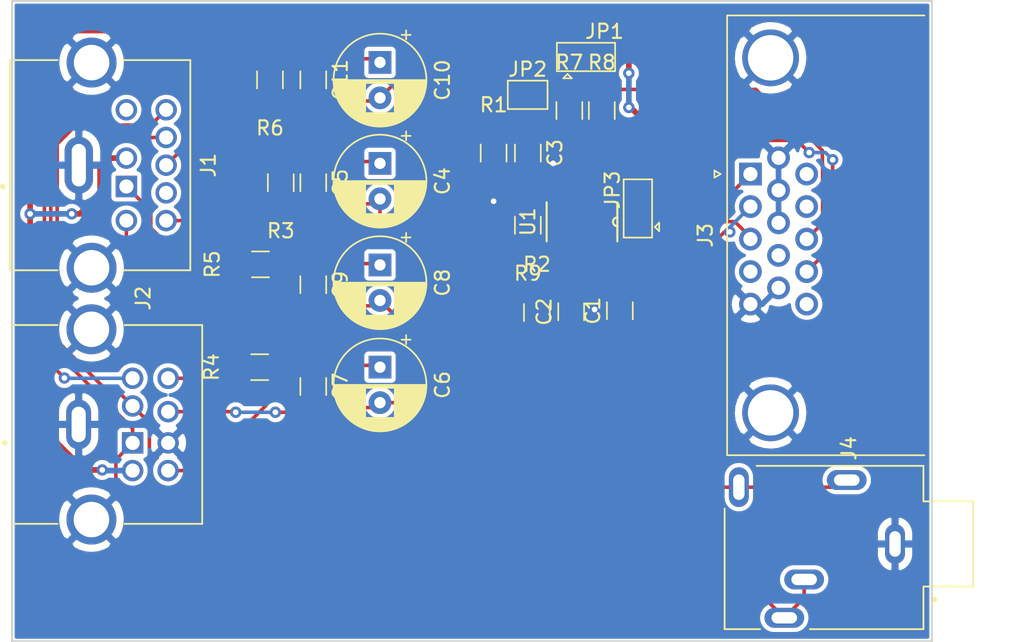
<source format=kicad_pcb>
(kicad_pcb (version 20171130) (host pcbnew "(5.1.8-0-10_14)")

  (general
    (thickness 1.6)
    (drawings 4)
    (tracks 227)
    (zones 0)
    (modules 28)
    (nets 36)
  )

  (page A4)
  (layers
    (0 F.Cu signal)
    (31 B.Cu signal)
    (32 B.Adhes user)
    (33 F.Adhes user)
    (34 B.Paste user)
    (35 F.Paste user)
    (36 B.SilkS user)
    (37 F.SilkS user)
    (38 B.Mask user)
    (39 F.Mask user)
    (40 Dwgs.User user)
    (41 Cmts.User user)
    (42 Eco1.User user)
    (43 Eco2.User user)
    (44 Edge.Cuts user)
    (45 Margin user)
    (46 B.CrtYd user)
    (47 F.CrtYd user)
    (48 B.Fab user hide)
    (49 F.Fab user hide)
  )

  (setup
    (last_trace_width 0.25)
    (trace_clearance 0.2)
    (zone_clearance 0.1)
    (zone_45_only no)
    (trace_min 0.2)
    (via_size 0.8)
    (via_drill 0.4)
    (via_min_size 0.4)
    (via_min_drill 0.3)
    (uvia_size 0.3)
    (uvia_drill 0.1)
    (uvias_allowed no)
    (uvia_min_size 0.2)
    (uvia_min_drill 0.1)
    (edge_width 0.15)
    (segment_width 0.2)
    (pcb_text_width 0.3)
    (pcb_text_size 1.5 1.5)
    (mod_edge_width 0.15)
    (mod_text_size 1 1)
    (mod_text_width 0.15)
    (pad_size 1.524 1.524)
    (pad_drill 0.762)
    (pad_to_mask_clearance 0.051)
    (solder_mask_min_width 0.25)
    (aux_axis_origin 0 0)
    (grid_origin 109.22 107.95)
    (visible_elements FFFFFF7F)
    (pcbplotparams
      (layerselection 0x010fc_ffffffff)
      (usegerberextensions false)
      (usegerberattributes false)
      (usegerberadvancedattributes false)
      (creategerberjobfile false)
      (excludeedgelayer true)
      (linewidth 0.100000)
      (plotframeref false)
      (viasonmask false)
      (mode 1)
      (useauxorigin false)
      (hpglpennumber 1)
      (hpglpenspeed 20)
      (hpglpendiameter 15.000000)
      (psnegative false)
      (psa4output false)
      (plotreference true)
      (plotvalue true)
      (plotinvisibletext false)
      (padsonsilk false)
      (subtractmaskfromsilk false)
      (outputformat 1)
      (mirror false)
      (drillshape 0)
      (scaleselection 1)
      (outputdirectory "Gerber/"))
  )

  (net 0 "")
  (net 1 GND)
  (net 2 +5V)
  (net 3 "Net-(C2-Pad1)")
  (net 4 "Net-(C3-Pad1)")
  (net 5 CSYNC_75)
  (net 6 RED_75)
  (net 7 "Net-(C4-Pad1)")
  (net 8 "Net-(C6-Pad1)")
  (net 9 GREEN_75)
  (net 10 BLUE_75)
  (net 11 "Net-(C8-Pad1)")
  (net 12 "Net-(C10-Pad1)")
  (net 13 "Net-(C10-Pad2)")
  (net 14 BLUE_IN)
  (net 15 RED_IN)
  (net 16 GREEN_IN)
  (net 17 "Net-(J1-Pad6)")
  (net 18 AUD_RIGHT)
  (net 19 "Net-(J1-Pad4)")
  (net 20 AUD_LEFT)
  (net 21 CSYNC_IN)
  (net 22 "Net-(J3-Pad4)")
  (net 23 "Net-(J3-Pad9)")
  (net 24 "Net-(J3-Pad11)")
  (net 25 "Net-(J3-Pad12)")
  (net 26 HSYNC_75)
  (net 27 "Net-(J3-Pad15)")
  (net 28 "Net-(JP1-Pad1)")
  (net 29 "Net-(U1-Pad5)")
  (net 30 "Net-(JP2-Pad1)")
  (net 31 "Net-(JP3-Pad2)")
  (net 32 VSYNC_75)
  (net 33 "Net-(R9-Pad2)")
  (net 34 "Net-(JP3-Pad3)")
  (net 35 "Net-(JP3-Pad1)")

  (net_class Default "This is the default net class."
    (clearance 0.2)
    (trace_width 0.25)
    (via_dia 0.8)
    (via_drill 0.4)
    (uvia_dia 0.3)
    (uvia_drill 0.1)
    (add_net AUD_LEFT)
    (add_net AUD_RIGHT)
    (add_net BLUE_75)
    (add_net BLUE_IN)
    (add_net CSYNC_75)
    (add_net CSYNC_IN)
    (add_net GREEN_75)
    (add_net GREEN_IN)
    (add_net HSYNC_75)
    (add_net "Net-(C10-Pad1)")
    (add_net "Net-(C10-Pad2)")
    (add_net "Net-(C2-Pad1)")
    (add_net "Net-(C3-Pad1)")
    (add_net "Net-(C4-Pad1)")
    (add_net "Net-(C6-Pad1)")
    (add_net "Net-(C8-Pad1)")
    (add_net "Net-(J1-Pad4)")
    (add_net "Net-(J1-Pad6)")
    (add_net "Net-(J3-Pad11)")
    (add_net "Net-(J3-Pad12)")
    (add_net "Net-(J3-Pad15)")
    (add_net "Net-(J3-Pad4)")
    (add_net "Net-(J3-Pad9)")
    (add_net "Net-(JP1-Pad1)")
    (add_net "Net-(JP2-Pad1)")
    (add_net "Net-(JP3-Pad1)")
    (add_net "Net-(JP3-Pad2)")
    (add_net "Net-(JP3-Pad3)")
    (add_net "Net-(R9-Pad2)")
    (add_net "Net-(U1-Pad5)")
    (add_net RED_75)
    (add_net RED_IN)
    (add_net VSYNC_75)
  )

  (net_class Power ""
    (clearance 0.3)
    (trace_width 0.4)
    (via_dia 0.8)
    (via_drill 0.4)
    (uvia_dia 0.3)
    (uvia_drill 0.1)
    (add_net +5V)
    (add_net GND)
  )

  (module backporch:CUI_MD-90SM (layer F.Cu) (tedit 601E0CE1) (tstamp 6023FDD2)
    (at 84.304 68.707 270)
    (path /60115F8A)
    (fp_text reference J1 (at 0 -7.62 90) (layer F.SilkS)
      (effects (font (size 1 1) (thickness 0.15)))
    )
    (fp_text value MD-90SM (at -0.515 -7.785 90) (layer F.Fab)
      (effects (font (size 1 1) (thickness 0.015)))
    )
    (fp_circle (center 1.5 6.85) (end 1.6 6.85) (layer F.Fab) (width 0.2))
    (fp_circle (center 1.5 6.85) (end 1.6 6.85) (layer F.SilkS) (width 0.2))
    (fp_line (start -7.4 -6.35) (end -7.4 -1.65) (layer F.SilkS) (width 0.127))
    (fp_line (start -7.4 6.35) (end -7.4 3) (layer F.SilkS) (width 0.127))
    (fp_line (start 7.4 -6.35) (end 7.4 -1.65) (layer F.SilkS) (width 0.127))
    (fp_line (start 7.4 6.35) (end 7.4 3) (layer F.SilkS) (width 0.127))
    (fp_line (start 7.65 6.6) (end 7.65 2.61) (layer F.CrtYd) (width 0.05))
    (fp_line (start 9.235 2.61) (end 7.65 2.61) (layer F.CrtYd) (width 0.05))
    (fp_line (start 9.235 -1.41) (end 9.235 2.61) (layer F.CrtYd) (width 0.05))
    (fp_line (start 7.65 -1.41) (end 9.235 -1.41) (layer F.CrtYd) (width 0.05))
    (fp_line (start 7.65 -6.6) (end 7.65 -1.41) (layer F.CrtYd) (width 0.05))
    (fp_line (start -7.65 -6.6) (end 7.65 -6.6) (layer F.CrtYd) (width 0.05))
    (fp_line (start -7.65 -1.41) (end -7.65 -6.6) (layer F.CrtYd) (width 0.05))
    (fp_line (start -9.235 -1.41) (end -7.65 -1.41) (layer F.CrtYd) (width 0.05))
    (fp_line (start -9.235 2.61) (end -9.235 -1.41) (layer F.CrtYd) (width 0.05))
    (fp_line (start -7.65 2.61) (end -9.235 2.61) (layer F.CrtYd) (width 0.05))
    (fp_line (start -7.65 6.6) (end -7.65 2.61) (layer F.CrtYd) (width 0.05))
    (fp_line (start 7.65 6.6) (end -7.65 6.6) (layer F.CrtYd) (width 0.05))
    (fp_line (start -7.4 -6.35) (end 7.4 -6.35) (layer F.Fab) (width 0.127))
    (fp_line (start -7.4 6.35) (end -7.4 -6.35) (layer F.Fab) (width 0.127))
    (fp_line (start 7.4 6.35) (end -7.4 6.35) (layer F.Fab) (width 0.127))
    (fp_line (start 7.4 -6.35) (end 7.4 6.35) (layer F.Fab) (width 0.127))
    (fp_line (start -7.4 -6.35) (end 7.4 -6.35) (layer F.SilkS) (width 0.127))
    (fp_line (start 7.4 6.35) (end -7.4 6.35) (layer F.SilkS) (width 0.127))
    (pad S1 thru_hole circle (at 7.225 0.6 270) (size 3.516 3.516) (drill 2.5) (layers *.Cu *.Mask)
      (net 1 GND))
    (pad S2 thru_hole circle (at -7.225 0.6 270) (size 3.516 3.516) (drill 2.5) (layers *.Cu *.Mask)
      (net 1 GND))
    (pad S3 thru_hole oval (at 0 1.5 270) (size 4 2) (drill oval 3 1) (layers *.Cu *.Mask)
      (net 1 GND))
    (pad 1 thru_hole rect (at 1.5 -1.85 270) (size 1.508 1.508) (drill 1) (layers *.Cu *.Mask)
      (net 14 BLUE_IN))
    (pad 7 thru_hole circle (at 3.9 -4.65 270) (size 1.508 1.508) (drill 1) (layers *.Cu *.Mask)
      (net 15 RED_IN))
    (pad 3 thru_hole circle (at 3.9 -1.85 270) (size 1.508 1.508) (drill 1) (layers *.Cu *.Mask)
      (net 16 GREEN_IN))
    (pad 6 thru_hole circle (at -3.9 -1.85 270) (size 1.508 1.508) (drill 1) (layers *.Cu *.Mask)
      (net 17 "Net-(J1-Pad6)"))
    (pad 9 thru_hole circle (at -3.9 -4.65 270) (size 1.508 1.508) (drill 1) (layers *.Cu *.Mask)
      (net 18 AUD_RIGHT))
    (pad 2 thru_hole circle (at -0.5 -1.85 270) (size 1.508 1.508) (drill 1) (layers *.Cu *.Mask)
      (net 2 +5V))
    (pad 4 thru_hole circle (at 1.95 -4.65 270) (size 1.508 1.508) (drill 1) (layers *.Cu *.Mask)
      (net 19 "Net-(J1-Pad4)"))
    (pad 8 thru_hole circle (at -1.95 -4.65 270) (size 1.508 1.508) (drill 1) (layers *.Cu *.Mask)
      (net 20 AUD_LEFT))
    (pad 5 thru_hole circle (at 0 -4.65 270) (size 1.508 1.508) (drill 1) (layers *.Cu *.Mask)
      (net 21 CSYNC_IN))
  )

  (module backporch:SOIC127P600X175-8N (layer F.Cu) (tedit 601E0CF0) (tstamp 6023FF5B)
    (at 118.237 72.6948 270)
    (path /60155081)
    (fp_text reference U1 (at 0 3.81 90) (layer F.SilkS)
      (effects (font (size 1 1) (thickness 0.15)))
    )
    (fp_text value EL1883ISZ (at 15.29433 4.67467 90) (layer F.Fab)
      (effects (font (size 1.640378 1.640378) (thickness 0.015)))
    )
    (fp_line (start -0.3048 -2.4892) (end -1.3716 -2.4892) (layer F.SilkS) (width 0.1524))
    (fp_line (start 0.3048 -2.4892) (end -0.3048 -2.4892) (layer F.SilkS) (width 0.1524))
    (fp_line (start 1.3716 -2.4892) (end 0.3048 -2.4892) (layer F.SilkS) (width 0.1524))
    (fp_line (start -1.3716 2.4892) (end 1.3716 2.4892) (layer F.SilkS) (width 0.1524))
    (fp_line (start -2.0066 -2.4892) (end -2.0066 2.4892) (layer F.Fab) (width 0.1))
    (fp_line (start -0.3048 -2.4892) (end -2.0066 -2.4892) (layer F.Fab) (width 0.1))
    (fp_line (start 0.3048 -2.4892) (end -0.3048 -2.4892) (layer F.Fab) (width 0.1))
    (fp_line (start 2.0066 -2.4892) (end 0.3048 -2.4892) (layer F.Fab) (width 0.1))
    (fp_line (start 2.0066 2.4892) (end 2.0066 -2.4892) (layer F.Fab) (width 0.1))
    (fp_line (start -2.0066 2.4892) (end 2.0066 2.4892) (layer F.Fab) (width 0.1))
    (fp_line (start 3.0988 -2.159) (end 2.0066 -2.159) (layer F.Fab) (width 0.1))
    (fp_line (start 3.0988 -1.651) (end 3.0988 -2.159) (layer F.Fab) (width 0.1))
    (fp_line (start 2.0066 -1.651) (end 3.0988 -1.651) (layer F.Fab) (width 0.1))
    (fp_line (start 2.0066 -2.159) (end 2.0066 -1.651) (layer F.Fab) (width 0.1))
    (fp_line (start 3.0988 -0.889) (end 2.0066 -0.889) (layer F.Fab) (width 0.1))
    (fp_line (start 3.0988 -0.381) (end 3.0988 -0.889) (layer F.Fab) (width 0.1))
    (fp_line (start 2.0066 -0.381) (end 3.0988 -0.381) (layer F.Fab) (width 0.1))
    (fp_line (start 2.0066 -0.889) (end 2.0066 -0.381) (layer F.Fab) (width 0.1))
    (fp_line (start 3.0988 0.381) (end 2.0066 0.381) (layer F.Fab) (width 0.1))
    (fp_line (start 3.0988 0.889) (end 3.0988 0.381) (layer F.Fab) (width 0.1))
    (fp_line (start 2.0066 0.889) (end 3.0988 0.889) (layer F.Fab) (width 0.1))
    (fp_line (start 2.0066 0.381) (end 2.0066 0.889) (layer F.Fab) (width 0.1))
    (fp_line (start 3.0988 1.651) (end 2.0066 1.651) (layer F.Fab) (width 0.1))
    (fp_line (start 3.0988 2.159) (end 3.0988 1.651) (layer F.Fab) (width 0.1))
    (fp_line (start 2.0066 2.159) (end 3.0988 2.159) (layer F.Fab) (width 0.1))
    (fp_line (start 2.0066 1.651) (end 2.0066 2.159) (layer F.Fab) (width 0.1))
    (fp_line (start -3.0988 2.159) (end -2.0066 2.159) (layer F.Fab) (width 0.1))
    (fp_line (start -3.0988 1.651) (end -3.0988 2.159) (layer F.Fab) (width 0.1))
    (fp_line (start -2.0066 1.651) (end -3.0988 1.651) (layer F.Fab) (width 0.1))
    (fp_line (start -2.0066 2.159) (end -2.0066 1.651) (layer F.Fab) (width 0.1))
    (fp_line (start -3.0988 0.889) (end -2.0066 0.889) (layer F.Fab) (width 0.1))
    (fp_line (start -3.0988 0.381) (end -3.0988 0.889) (layer F.Fab) (width 0.1))
    (fp_line (start -2.0066 0.381) (end -3.0988 0.381) (layer F.Fab) (width 0.1))
    (fp_line (start -2.0066 0.889) (end -2.0066 0.381) (layer F.Fab) (width 0.1))
    (fp_line (start -3.0988 -0.381) (end -2.0066 -0.381) (layer F.Fab) (width 0.1))
    (fp_line (start -3.0988 -0.889) (end -3.0988 -0.381) (layer F.Fab) (width 0.1))
    (fp_line (start -2.0066 -0.889) (end -3.0988 -0.889) (layer F.Fab) (width 0.1))
    (fp_line (start -2.0066 -0.381) (end -2.0066 -0.889) (layer F.Fab) (width 0.1))
    (fp_line (start -3.0988 -1.651) (end -2.0066 -1.651) (layer F.Fab) (width 0.1))
    (fp_line (start -3.0988 -2.159) (end -3.0988 -1.651) (layer F.Fab) (width 0.1))
    (fp_line (start -2.0066 -2.159) (end -3.0988 -2.159) (layer F.Fab) (width 0.1))
    (fp_line (start -2.0066 -1.651) (end -2.0066 -2.159) (layer F.Fab) (width 0.1))
    (fp_arc (start 0 -2.4892) (end -0.3048 -2.4892) (angle -180) (layer F.Fab) (width 0.1))
    (fp_arc (start 0 -2.4892) (end -0.3048 -2.4892) (angle -180) (layer F.SilkS) (width 0.1524))
    (pad 1 smd rect (at -2.4638 -1.905 270) (size 1.9812 0.5588) (layers F.Cu F.Paste F.Mask)
      (net 34 "Net-(JP3-Pad3)"))
    (pad 2 smd rect (at -2.4638 -0.635 270) (size 1.9812 0.5588) (layers F.Cu F.Paste F.Mask)
      (net 4 "Net-(C3-Pad1)"))
    (pad 3 smd rect (at -2.4638 0.635 270) (size 1.9812 0.5588) (layers F.Cu F.Paste F.Mask)
      (net 33 "Net-(R9-Pad2)"))
    (pad 4 smd rect (at -2.4638 1.905 270) (size 1.9812 0.5588) (layers F.Cu F.Paste F.Mask)
      (net 1 GND))
    (pad 5 smd rect (at 2.4638 1.905 270) (size 1.9812 0.5588) (layers F.Cu F.Paste F.Mask)
      (net 29 "Net-(U1-Pad5)"))
    (pad 6 smd rect (at 2.4638 0.635 270) (size 1.9812 0.5588) (layers F.Cu F.Paste F.Mask)
      (net 3 "Net-(C2-Pad1)"))
    (pad 7 smd rect (at 2.4638 -0.635 270) (size 1.9812 0.5588) (layers F.Cu F.Paste F.Mask)
      (net 35 "Net-(JP3-Pad1)"))
    (pad 8 smd rect (at 2.4638 -1.905 270) (size 1.9812 0.5588) (layers F.Cu F.Paste F.Mask)
      (net 2 +5V))
  )

  (module backporch:R_1206_3216Metric_Pad1.42x1.75mm_HandSolder (layer F.Cu) (tedit 5B301BBD) (tstamp 6023FF23)
    (at 114.427 72.9345 90)
    (descr "Resistor SMD 1206 (3216 Metric), square (rectangular) end terminal, IPC_7351 nominal with elongated pad for handsoldering. (Body size source: http://www.tortai-tech.com/upload/download/2011102023233369053.pdf), generated with kicad-footprint-generator")
    (tags "resistor handsolder")
    (path /60230196)
    (attr smd)
    (fp_text reference R9 (at -3.3925 0 180) (layer F.SilkS)
      (effects (font (size 1 1) (thickness 0.15)))
    )
    (fp_text value 75R (at 0 1.82 90) (layer F.Fab)
      (effects (font (size 1 1) (thickness 0.15)))
    )
    (fp_line (start 2.45 1.12) (end -2.45 1.12) (layer F.CrtYd) (width 0.05))
    (fp_line (start 2.45 -1.12) (end 2.45 1.12) (layer F.CrtYd) (width 0.05))
    (fp_line (start -2.45 -1.12) (end 2.45 -1.12) (layer F.CrtYd) (width 0.05))
    (fp_line (start -2.45 1.12) (end -2.45 -1.12) (layer F.CrtYd) (width 0.05))
    (fp_line (start -0.602064 0.91) (end 0.602064 0.91) (layer F.SilkS) (width 0.12))
    (fp_line (start -0.602064 -0.91) (end 0.602064 -0.91) (layer F.SilkS) (width 0.12))
    (fp_line (start 1.6 0.8) (end -1.6 0.8) (layer F.Fab) (width 0.1))
    (fp_line (start 1.6 -0.8) (end 1.6 0.8) (layer F.Fab) (width 0.1))
    (fp_line (start -1.6 -0.8) (end 1.6 -0.8) (layer F.Fab) (width 0.1))
    (fp_line (start -1.6 0.8) (end -1.6 -0.8) (layer F.Fab) (width 0.1))
    (fp_text user %R (at 0 0 90) (layer F.Fab)
      (effects (font (size 0.8 0.8) (thickness 0.12)))
    )
    (pad 1 smd roundrect (at -1.4875 0 90) (size 1.425 1.75) (layers F.Cu F.Paste F.Mask) (roundrect_rratio 0.175439)
      (net 32 VSYNC_75))
    (pad 2 smd roundrect (at 1.4875 0 90) (size 1.425 1.75) (layers F.Cu F.Paste F.Mask) (roundrect_rratio 0.175439)
      (net 33 "Net-(R9-Pad2)"))
    (model ${KISYS3DMOD}/Resistor_SMD.3dshapes/R_1206_3216Metric.wrl
      (at (xyz 0 0 0))
      (scale (xyz 1 1 1))
      (rotate (xyz 0 0 0))
    )
  )

  (module backporch:R_1206_3216Metric_Pad1.42x1.75mm_HandSolder (layer F.Cu) (tedit 5B301BBD) (tstamp 6023FF12)
    (at 119.634 64.8605 270)
    (descr "Resistor SMD 1206 (3216 Metric), square (rectangular) end terminal, IPC_7351 nominal with elongated pad for handsoldering. (Body size source: http://www.tortai-tech.com/upload/download/2011102023233369053.pdf), generated with kicad-footprint-generator")
    (tags "resistor handsolder")
    (path /6016E6AA)
    (attr smd)
    (fp_text reference R8 (at -3.3925 0 180) (layer F.SilkS)
      (effects (font (size 1 1) (thickness 0.15)))
    )
    (fp_text value 75R (at 0 1.82 90) (layer F.Fab)
      (effects (font (size 1 1) (thickness 0.15)))
    )
    (fp_line (start 2.45 1.12) (end -2.45 1.12) (layer F.CrtYd) (width 0.05))
    (fp_line (start 2.45 -1.12) (end 2.45 1.12) (layer F.CrtYd) (width 0.05))
    (fp_line (start -2.45 -1.12) (end 2.45 -1.12) (layer F.CrtYd) (width 0.05))
    (fp_line (start -2.45 1.12) (end -2.45 -1.12) (layer F.CrtYd) (width 0.05))
    (fp_line (start -0.602064 0.91) (end 0.602064 0.91) (layer F.SilkS) (width 0.12))
    (fp_line (start -0.602064 -0.91) (end 0.602064 -0.91) (layer F.SilkS) (width 0.12))
    (fp_line (start 1.6 0.8) (end -1.6 0.8) (layer F.Fab) (width 0.1))
    (fp_line (start 1.6 -0.8) (end 1.6 0.8) (layer F.Fab) (width 0.1))
    (fp_line (start -1.6 -0.8) (end 1.6 -0.8) (layer F.Fab) (width 0.1))
    (fp_line (start -1.6 0.8) (end -1.6 -0.8) (layer F.Fab) (width 0.1))
    (fp_text user %R (at 0 0 90) (layer F.Fab)
      (effects (font (size 0.8 0.8) (thickness 0.12)))
    )
    (pad 1 smd roundrect (at -1.4875 0 270) (size 1.425 1.75) (layers F.Cu F.Paste F.Mask) (roundrect_rratio 0.175439)
      (net 26 HSYNC_75))
    (pad 2 smd roundrect (at 1.4875 0 270) (size 1.425 1.75) (layers F.Cu F.Paste F.Mask) (roundrect_rratio 0.175439)
      (net 31 "Net-(JP3-Pad2)"))
    (model ${KISYS3DMOD}/Resistor_SMD.3dshapes/R_1206_3216Metric.wrl
      (at (xyz 0 0 0))
      (scale (xyz 1 1 1))
      (rotate (xyz 0 0 0))
    )
  )

  (module backporch:R_1206_3216Metric_Pad1.42x1.75mm_HandSolder (layer F.Cu) (tedit 5B301BBD) (tstamp 6023FF01)
    (at 117.348 64.8605 270)
    (descr "Resistor SMD 1206 (3216 Metric), square (rectangular) end terminal, IPC_7351 nominal with elongated pad for handsoldering. (Body size source: http://www.tortai-tech.com/upload/download/2011102023233369053.pdf), generated with kicad-footprint-generator")
    (tags "resistor handsolder")
    (path /6014D4A5)
    (attr smd)
    (fp_text reference R7 (at -3.3925 0 180) (layer F.SilkS)
      (effects (font (size 1 1) (thickness 0.15)))
    )
    (fp_text value 470R (at 0 1.82 90) (layer F.Fab)
      (effects (font (size 1 1) (thickness 0.15)))
    )
    (fp_line (start 2.45 1.12) (end -2.45 1.12) (layer F.CrtYd) (width 0.05))
    (fp_line (start 2.45 -1.12) (end 2.45 1.12) (layer F.CrtYd) (width 0.05))
    (fp_line (start -2.45 -1.12) (end 2.45 -1.12) (layer F.CrtYd) (width 0.05))
    (fp_line (start -2.45 1.12) (end -2.45 -1.12) (layer F.CrtYd) (width 0.05))
    (fp_line (start -0.602064 0.91) (end 0.602064 0.91) (layer F.SilkS) (width 0.12))
    (fp_line (start -0.602064 -0.91) (end 0.602064 -0.91) (layer F.SilkS) (width 0.12))
    (fp_line (start 1.6 0.8) (end -1.6 0.8) (layer F.Fab) (width 0.1))
    (fp_line (start 1.6 -0.8) (end 1.6 0.8) (layer F.Fab) (width 0.1))
    (fp_line (start -1.6 -0.8) (end 1.6 -0.8) (layer F.Fab) (width 0.1))
    (fp_line (start -1.6 0.8) (end -1.6 -0.8) (layer F.Fab) (width 0.1))
    (fp_text user %R (at 0 0 90) (layer F.Fab)
      (effects (font (size 0.8 0.8) (thickness 0.12)))
    )
    (pad 1 smd roundrect (at -1.4875 0 270) (size 1.425 1.75) (layers F.Cu F.Paste F.Mask) (roundrect_rratio 0.175439)
      (net 28 "Net-(JP1-Pad1)"))
    (pad 2 smd roundrect (at 1.4875 0 270) (size 1.425 1.75) (layers F.Cu F.Paste F.Mask) (roundrect_rratio 0.175439)
      (net 5 CSYNC_75))
    (model ${KISYS3DMOD}/Resistor_SMD.3dshapes/R_1206_3216Metric.wrl
      (at (xyz 0 0 0))
      (scale (xyz 1 1 1))
      (rotate (xyz 0 0 0))
    )
  )

  (module backporch:R_1206_3216Metric_Pad1.42x1.75mm_HandSolder (layer F.Cu) (tedit 5B301BBD) (tstamp 60232CB7)
    (at 96.266 62.7015 90)
    (descr "Resistor SMD 1206 (3216 Metric), square (rectangular) end terminal, IPC_7351 nominal with elongated pad for handsoldering. (Body size source: http://www.tortai-tech.com/upload/download/2011102023233369053.pdf), generated with kicad-footprint-generator")
    (tags "resistor handsolder")
    (path /601501F4)
    (attr smd)
    (fp_text reference R6 (at -3.3925 0 180) (layer F.SilkS)
      (effects (font (size 1 1) (thickness 0.15)))
    )
    (fp_text value 75R (at 0 1.82 90) (layer F.Fab)
      (effects (font (size 1 1) (thickness 0.15)))
    )
    (fp_line (start 2.45 1.12) (end -2.45 1.12) (layer F.CrtYd) (width 0.05))
    (fp_line (start 2.45 -1.12) (end 2.45 1.12) (layer F.CrtYd) (width 0.05))
    (fp_line (start -2.45 -1.12) (end 2.45 -1.12) (layer F.CrtYd) (width 0.05))
    (fp_line (start -2.45 1.12) (end -2.45 -1.12) (layer F.CrtYd) (width 0.05))
    (fp_line (start -0.602064 0.91) (end 0.602064 0.91) (layer F.SilkS) (width 0.12))
    (fp_line (start -0.602064 -0.91) (end 0.602064 -0.91) (layer F.SilkS) (width 0.12))
    (fp_line (start 1.6 0.8) (end -1.6 0.8) (layer F.Fab) (width 0.1))
    (fp_line (start 1.6 -0.8) (end 1.6 0.8) (layer F.Fab) (width 0.1))
    (fp_line (start -1.6 -0.8) (end 1.6 -0.8) (layer F.Fab) (width 0.1))
    (fp_line (start -1.6 0.8) (end -1.6 -0.8) (layer F.Fab) (width 0.1))
    (fp_text user %R (at 0 0 90) (layer F.Fab)
      (effects (font (size 0.8 0.8) (thickness 0.12)))
    )
    (pad 1 smd roundrect (at -1.4875 0 90) (size 1.425 1.75) (layers F.Cu F.Paste F.Mask) (roundrect_rratio 0.175439)
      (net 21 CSYNC_IN))
    (pad 2 smd roundrect (at 1.4875 0 90) (size 1.425 1.75) (layers F.Cu F.Paste F.Mask) (roundrect_rratio 0.175439)
      (net 12 "Net-(C10-Pad1)"))
    (model ${KISYS3DMOD}/Resistor_SMD.3dshapes/R_1206_3216Metric.wrl
      (at (xyz 0 0 0))
      (scale (xyz 1 1 1))
      (rotate (xyz 0 0 0))
    )
  )

  (module backporch:R_1206_3216Metric_Pad1.42x1.75mm_HandSolder (layer F.Cu) (tedit 5B301BBD) (tstamp 6023FEDF)
    (at 95.5945 75.692)
    (descr "Resistor SMD 1206 (3216 Metric), square (rectangular) end terminal, IPC_7351 nominal with elongated pad for handsoldering. (Body size source: http://www.tortai-tech.com/upload/download/2011102023233369053.pdf), generated with kicad-footprint-generator")
    (tags "resistor handsolder")
    (path /6014F895)
    (attr smd)
    (fp_text reference R5 (at -3.3925 0 270) (layer F.SilkS)
      (effects (font (size 1 1) (thickness 0.15)))
    )
    (fp_text value 75R (at 0 1.82) (layer F.Fab)
      (effects (font (size 1 1) (thickness 0.15)))
    )
    (fp_line (start 2.45 1.12) (end -2.45 1.12) (layer F.CrtYd) (width 0.05))
    (fp_line (start 2.45 -1.12) (end 2.45 1.12) (layer F.CrtYd) (width 0.05))
    (fp_line (start -2.45 -1.12) (end 2.45 -1.12) (layer F.CrtYd) (width 0.05))
    (fp_line (start -2.45 1.12) (end -2.45 -1.12) (layer F.CrtYd) (width 0.05))
    (fp_line (start -0.602064 0.91) (end 0.602064 0.91) (layer F.SilkS) (width 0.12))
    (fp_line (start -0.602064 -0.91) (end 0.602064 -0.91) (layer F.SilkS) (width 0.12))
    (fp_line (start 1.6 0.8) (end -1.6 0.8) (layer F.Fab) (width 0.1))
    (fp_line (start 1.6 -0.8) (end 1.6 0.8) (layer F.Fab) (width 0.1))
    (fp_line (start -1.6 -0.8) (end 1.6 -0.8) (layer F.Fab) (width 0.1))
    (fp_line (start -1.6 0.8) (end -1.6 -0.8) (layer F.Fab) (width 0.1))
    (fp_text user %R (at 0 0) (layer F.Fab)
      (effects (font (size 0.8 0.8) (thickness 0.12)))
    )
    (pad 1 smd roundrect (at -1.4875 0) (size 1.425 1.75) (layers F.Cu F.Paste F.Mask) (roundrect_rratio 0.175439)
      (net 14 BLUE_IN))
    (pad 2 smd roundrect (at 1.4875 0) (size 1.425 1.75) (layers F.Cu F.Paste F.Mask) (roundrect_rratio 0.175439)
      (net 11 "Net-(C8-Pad1)"))
    (model ${KISYS3DMOD}/Resistor_SMD.3dshapes/R_1206_3216Metric.wrl
      (at (xyz 0 0 0))
      (scale (xyz 1 1 1))
      (rotate (xyz 0 0 0))
    )
  )

  (module backporch:R_1206_3216Metric_Pad1.42x1.75mm_HandSolder (layer F.Cu) (tedit 5B301BBD) (tstamp 6023FECE)
    (at 95.5405 82.931)
    (descr "Resistor SMD 1206 (3216 Metric), square (rectangular) end terminal, IPC_7351 nominal with elongated pad for handsoldering. (Body size source: http://www.tortai-tech.com/upload/download/2011102023233369053.pdf), generated with kicad-footprint-generator")
    (tags "resistor handsolder")
    (path /6014F164)
    (attr smd)
    (fp_text reference R4 (at -3.3925 0 90) (layer F.SilkS)
      (effects (font (size 1 1) (thickness 0.15)))
    )
    (fp_text value 75R (at 0 1.82 180) (layer F.Fab)
      (effects (font (size 1 1) (thickness 0.15)))
    )
    (fp_line (start 2.45 1.12) (end -2.45 1.12) (layer F.CrtYd) (width 0.05))
    (fp_line (start 2.45 -1.12) (end 2.45 1.12) (layer F.CrtYd) (width 0.05))
    (fp_line (start -2.45 -1.12) (end 2.45 -1.12) (layer F.CrtYd) (width 0.05))
    (fp_line (start -2.45 1.12) (end -2.45 -1.12) (layer F.CrtYd) (width 0.05))
    (fp_line (start -0.602064 0.91) (end 0.602064 0.91) (layer F.SilkS) (width 0.12))
    (fp_line (start -0.602064 -0.91) (end 0.602064 -0.91) (layer F.SilkS) (width 0.12))
    (fp_line (start 1.6 0.8) (end -1.6 0.8) (layer F.Fab) (width 0.1))
    (fp_line (start 1.6 -0.8) (end 1.6 0.8) (layer F.Fab) (width 0.1))
    (fp_line (start -1.6 -0.8) (end 1.6 -0.8) (layer F.Fab) (width 0.1))
    (fp_line (start -1.6 0.8) (end -1.6 -0.8) (layer F.Fab) (width 0.1))
    (fp_text user %R (at 0 0 180) (layer F.Fab)
      (effects (font (size 0.8 0.8) (thickness 0.12)))
    )
    (pad 1 smd roundrect (at -1.4875 0) (size 1.425 1.75) (layers F.Cu F.Paste F.Mask) (roundrect_rratio 0.175439)
      (net 16 GREEN_IN))
    (pad 2 smd roundrect (at 1.4875 0) (size 1.425 1.75) (layers F.Cu F.Paste F.Mask) (roundrect_rratio 0.175439)
      (net 8 "Net-(C6-Pad1)"))
    (model ${KISYS3DMOD}/Resistor_SMD.3dshapes/R_1206_3216Metric.wrl
      (at (xyz 0 0 0))
      (scale (xyz 1 1 1))
      (rotate (xyz 0 0 0))
    )
  )

  (module backporch:R_1206_3216Metric_Pad1.42x1.75mm_HandSolder (layer F.Cu) (tedit 5B301BBD) (tstamp 60233287)
    (at 97.028 69.9405 90)
    (descr "Resistor SMD 1206 (3216 Metric), square (rectangular) end terminal, IPC_7351 nominal with elongated pad for handsoldering. (Body size source: http://www.tortai-tech.com/upload/download/2011102023233369053.pdf), generated with kicad-footprint-generator")
    (tags "resistor handsolder")
    (path /6014BF26)
    (attr smd)
    (fp_text reference R3 (at -3.3925 0) (layer F.SilkS)
      (effects (font (size 1 1) (thickness 0.15)))
    )
    (fp_text value 75R (at 0 1.82 270) (layer F.Fab)
      (effects (font (size 1 1) (thickness 0.15)))
    )
    (fp_line (start 2.45 1.12) (end -2.45 1.12) (layer F.CrtYd) (width 0.05))
    (fp_line (start 2.45 -1.12) (end 2.45 1.12) (layer F.CrtYd) (width 0.05))
    (fp_line (start -2.45 -1.12) (end 2.45 -1.12) (layer F.CrtYd) (width 0.05))
    (fp_line (start -2.45 1.12) (end -2.45 -1.12) (layer F.CrtYd) (width 0.05))
    (fp_line (start -0.602064 0.91) (end 0.602064 0.91) (layer F.SilkS) (width 0.12))
    (fp_line (start -0.602064 -0.91) (end 0.602064 -0.91) (layer F.SilkS) (width 0.12))
    (fp_line (start 1.6 0.8) (end -1.6 0.8) (layer F.Fab) (width 0.1))
    (fp_line (start 1.6 -0.8) (end 1.6 0.8) (layer F.Fab) (width 0.1))
    (fp_line (start -1.6 -0.8) (end 1.6 -0.8) (layer F.Fab) (width 0.1))
    (fp_line (start -1.6 0.8) (end -1.6 -0.8) (layer F.Fab) (width 0.1))
    (fp_text user %R (at 0 0 270) (layer F.Fab)
      (effects (font (size 0.8 0.8) (thickness 0.12)))
    )
    (pad 1 smd roundrect (at -1.4875 0 90) (size 1.425 1.75) (layers F.Cu F.Paste F.Mask) (roundrect_rratio 0.175439)
      (net 15 RED_IN))
    (pad 2 smd roundrect (at 1.4875 0 90) (size 1.425 1.75) (layers F.Cu F.Paste F.Mask) (roundrect_rratio 0.175439)
      (net 7 "Net-(C4-Pad1)"))
    (model ${KISYS3DMOD}/Resistor_SMD.3dshapes/R_1206_3216Metric.wrl
      (at (xyz 0 0 0))
      (scale (xyz 1 1 1))
      (rotate (xyz 0 0 0))
    )
  )

  (module backporch:R_1206_3216Metric_Pad1.42x1.75mm_HandSolder (layer F.Cu) (tedit 5B301BBD) (tstamp 6023FEAC)
    (at 115.062 79.0845 270)
    (descr "Resistor SMD 1206 (3216 Metric), square (rectangular) end terminal, IPC_7351 nominal with elongated pad for handsoldering. (Body size source: http://www.tortai-tech.com/upload/download/2011102023233369053.pdf), generated with kicad-footprint-generator")
    (tags "resistor handsolder")
    (path /60157A66)
    (attr smd)
    (fp_text reference R2 (at -3.3925 0 180) (layer F.SilkS)
      (effects (font (size 1 1) (thickness 0.15)))
    )
    (fp_text value 681kR (at 0 1.82 90) (layer F.Fab)
      (effects (font (size 1 1) (thickness 0.15)))
    )
    (fp_line (start 2.45 1.12) (end -2.45 1.12) (layer F.CrtYd) (width 0.05))
    (fp_line (start 2.45 -1.12) (end 2.45 1.12) (layer F.CrtYd) (width 0.05))
    (fp_line (start -2.45 -1.12) (end 2.45 -1.12) (layer F.CrtYd) (width 0.05))
    (fp_line (start -2.45 1.12) (end -2.45 -1.12) (layer F.CrtYd) (width 0.05))
    (fp_line (start -0.602064 0.91) (end 0.602064 0.91) (layer F.SilkS) (width 0.12))
    (fp_line (start -0.602064 -0.91) (end 0.602064 -0.91) (layer F.SilkS) (width 0.12))
    (fp_line (start 1.6 0.8) (end -1.6 0.8) (layer F.Fab) (width 0.1))
    (fp_line (start 1.6 -0.8) (end 1.6 0.8) (layer F.Fab) (width 0.1))
    (fp_line (start -1.6 -0.8) (end 1.6 -0.8) (layer F.Fab) (width 0.1))
    (fp_line (start -1.6 0.8) (end -1.6 -0.8) (layer F.Fab) (width 0.1))
    (fp_text user %R (at 0 0 90) (layer F.Fab)
      (effects (font (size 0.8 0.8) (thickness 0.12)))
    )
    (pad 1 smd roundrect (at -1.4875 0 270) (size 1.425 1.75) (layers F.Cu F.Paste F.Mask) (roundrect_rratio 0.175439)
      (net 3 "Net-(C2-Pad1)"))
    (pad 2 smd roundrect (at 1.4875 0 270) (size 1.425 1.75) (layers F.Cu F.Paste F.Mask) (roundrect_rratio 0.175439)
      (net 1 GND))
    (model ${KISYS3DMOD}/Resistor_SMD.3dshapes/R_1206_3216Metric.wrl
      (at (xyz 0 0 0))
      (scale (xyz 1 1 1))
      (rotate (xyz 0 0 0))
    )
  )

  (module backporch:R_1206_3216Metric_Pad1.42x1.75mm_HandSolder (layer F.Cu) (tedit 5B301BBD) (tstamp 6023FE9B)
    (at 112.014 67.8545 270)
    (descr "Resistor SMD 1206 (3216 Metric), square (rectangular) end terminal, IPC_7351 nominal with elongated pad for handsoldering. (Body size source: http://www.tortai-tech.com/upload/download/2011102023233369053.pdf), generated with kicad-footprint-generator")
    (tags "resistor handsolder")
    (path /60168C4E)
    (attr smd)
    (fp_text reference R1 (at -3.3925 0 180) (layer F.SilkS)
      (effects (font (size 1 1) (thickness 0.15)))
    )
    (fp_text value 75R (at 0 1.82 90) (layer F.Fab)
      (effects (font (size 1 1) (thickness 0.15)))
    )
    (fp_line (start 2.45 1.12) (end -2.45 1.12) (layer F.CrtYd) (width 0.05))
    (fp_line (start 2.45 -1.12) (end 2.45 1.12) (layer F.CrtYd) (width 0.05))
    (fp_line (start -2.45 -1.12) (end 2.45 -1.12) (layer F.CrtYd) (width 0.05))
    (fp_line (start -2.45 1.12) (end -2.45 -1.12) (layer F.CrtYd) (width 0.05))
    (fp_line (start -0.602064 0.91) (end 0.602064 0.91) (layer F.SilkS) (width 0.12))
    (fp_line (start -0.602064 -0.91) (end 0.602064 -0.91) (layer F.SilkS) (width 0.12))
    (fp_line (start 1.6 0.8) (end -1.6 0.8) (layer F.Fab) (width 0.1))
    (fp_line (start 1.6 -0.8) (end 1.6 0.8) (layer F.Fab) (width 0.1))
    (fp_line (start -1.6 -0.8) (end 1.6 -0.8) (layer F.Fab) (width 0.1))
    (fp_line (start -1.6 0.8) (end -1.6 -0.8) (layer F.Fab) (width 0.1))
    (fp_text user %R (at 0 0 90) (layer F.Fab)
      (effects (font (size 0.8 0.8) (thickness 0.12)))
    )
    (pad 1 smd roundrect (at -1.4875 0 270) (size 1.425 1.75) (layers F.Cu F.Paste F.Mask) (roundrect_rratio 0.175439)
      (net 30 "Net-(JP2-Pad1)"))
    (pad 2 smd roundrect (at 1.4875 0 270) (size 1.425 1.75) (layers F.Cu F.Paste F.Mask) (roundrect_rratio 0.175439)
      (net 1 GND))
    (model ${KISYS3DMOD}/Resistor_SMD.3dshapes/R_1206_3216Metric.wrl
      (at (xyz 0 0 0))
      (scale (xyz 1 1 1))
      (rotate (xyz 0 0 0))
    )
  )

  (module backporch:SolderJumper-3_P1.3mm_Open_Pad1.0x1.5mm (layer F.Cu) (tedit 5A3F8BB2) (tstamp 60235F9D)
    (at 122.174 71.755 90)
    (descr "SMD Solder 3-pad Jumper, 1x1.5mm Pads, 0.3mm gap, open")
    (tags "solder jumper open")
    (path /60238E33)
    (attr virtual)
    (fp_text reference JP3 (at 1.3 -1.8 90) (layer F.SilkS)
      (effects (font (size 1 1) (thickness 0.15)))
    )
    (fp_text value CSYNC/HSYNC (at 0 2 90) (layer F.Fab)
      (effects (font (size 1 1) (thickness 0.15)))
    )
    (fp_line (start 2.3 1.25) (end -2.3 1.25) (layer F.CrtYd) (width 0.05))
    (fp_line (start 2.3 1.25) (end 2.3 -1.25) (layer F.CrtYd) (width 0.05))
    (fp_line (start -2.3 -1.25) (end -2.3 1.25) (layer F.CrtYd) (width 0.05))
    (fp_line (start -2.3 -1.25) (end 2.3 -1.25) (layer F.CrtYd) (width 0.05))
    (fp_line (start -2.05 -1) (end 2.05 -1) (layer F.SilkS) (width 0.12))
    (fp_line (start 2.05 -1) (end 2.05 1) (layer F.SilkS) (width 0.12))
    (fp_line (start 2.05 1) (end -2.05 1) (layer F.SilkS) (width 0.12))
    (fp_line (start -2.05 1) (end -2.05 -1) (layer F.SilkS) (width 0.12))
    (fp_line (start -1.3 1.2) (end -1.6 1.5) (layer F.SilkS) (width 0.12))
    (fp_line (start -1.6 1.5) (end -1 1.5) (layer F.SilkS) (width 0.12))
    (fp_line (start -1.3 1.2) (end -1 1.5) (layer F.SilkS) (width 0.12))
    (pad 3 smd rect (at 1.3 0 90) (size 1 1.5) (layers F.Cu F.Mask)
      (net 34 "Net-(JP3-Pad3)"))
    (pad 2 smd rect (at 0 0 90) (size 1 1.5) (layers F.Cu F.Mask)
      (net 31 "Net-(JP3-Pad2)"))
    (pad 1 smd rect (at -1.3 0 90) (size 1 1.5) (layers F.Cu F.Mask)
      (net 35 "Net-(JP3-Pad1)"))
  )

  (module Jumper:SolderJumper-2_P1.3mm_Open_Pad1.0x1.5mm (layer F.Cu) (tedit 5A3EABFC) (tstamp 6023FE78)
    (at 114.412 63.754)
    (descr "SMD Solder Jumper, 1x1.5mm Pads, 0.3mm gap, open")
    (tags "solder jumper open")
    (path /601E025A)
    (attr virtual)
    (fp_text reference JP2 (at 0 -1.8) (layer F.SilkS)
      (effects (font (size 1 1) (thickness 0.15)))
    )
    (fp_text value SolderJumper_2_Bridged (at 0 1.9) (layer F.Fab)
      (effects (font (size 1 1) (thickness 0.15)))
    )
    (fp_line (start 1.65 1.25) (end -1.65 1.25) (layer F.CrtYd) (width 0.05))
    (fp_line (start 1.65 1.25) (end 1.65 -1.25) (layer F.CrtYd) (width 0.05))
    (fp_line (start -1.65 -1.25) (end -1.65 1.25) (layer F.CrtYd) (width 0.05))
    (fp_line (start -1.65 -1.25) (end 1.65 -1.25) (layer F.CrtYd) (width 0.05))
    (fp_line (start -1.4 -1) (end 1.4 -1) (layer F.SilkS) (width 0.12))
    (fp_line (start 1.4 -1) (end 1.4 1) (layer F.SilkS) (width 0.12))
    (fp_line (start 1.4 1) (end -1.4 1) (layer F.SilkS) (width 0.12))
    (fp_line (start -1.4 1) (end -1.4 -1) (layer F.SilkS) (width 0.12))
    (pad 1 smd rect (at -0.65 0) (size 1 1.5) (layers F.Cu F.Mask)
      (net 30 "Net-(JP2-Pad1)"))
    (pad 2 smd rect (at 0.65 0) (size 1 1.5) (layers F.Cu F.Mask)
      (net 5 CSYNC_75))
  )

  (module backporch:SolderJumper-3_P1.3mm_Open_Pad1.0x1.5mm (layer F.Cu) (tedit 5A3F8BB2) (tstamp 6023FE6A)
    (at 118.521 61.087)
    (descr "SMD Solder 3-pad Jumper, 1x1.5mm Pads, 0.3mm gap, open")
    (tags "solder jumper open")
    (path /60170890)
    (attr virtual)
    (fp_text reference JP1 (at 1.3 -1.8) (layer F.SilkS)
      (effects (font (size 1 1) (thickness 0.15)))
    )
    (fp_text value "EL 1883 bypass" (at 0 2) (layer F.Fab)
      (effects (font (size 1 1) (thickness 0.15)))
    )
    (fp_line (start 2.3 1.25) (end -2.3 1.25) (layer F.CrtYd) (width 0.05))
    (fp_line (start 2.3 1.25) (end 2.3 -1.25) (layer F.CrtYd) (width 0.05))
    (fp_line (start -2.3 -1.25) (end -2.3 1.25) (layer F.CrtYd) (width 0.05))
    (fp_line (start -2.3 -1.25) (end 2.3 -1.25) (layer F.CrtYd) (width 0.05))
    (fp_line (start -2.05 -1) (end 2.05 -1) (layer F.SilkS) (width 0.12))
    (fp_line (start 2.05 -1) (end 2.05 1) (layer F.SilkS) (width 0.12))
    (fp_line (start 2.05 1) (end -2.05 1) (layer F.SilkS) (width 0.12))
    (fp_line (start -2.05 1) (end -2.05 -1) (layer F.SilkS) (width 0.12))
    (fp_line (start -1.3 1.2) (end -1.6 1.5) (layer F.SilkS) (width 0.12))
    (fp_line (start -1.6 1.5) (end -1 1.5) (layer F.SilkS) (width 0.12))
    (fp_line (start -1.3 1.2) (end -1 1.5) (layer F.SilkS) (width 0.12))
    (pad 3 smd rect (at 1.3 0) (size 1 1.5) (layers F.Cu F.Mask)
      (net 26 HSYNC_75))
    (pad 2 smd rect (at 0 0) (size 1 1.5) (layers F.Cu F.Mask)
      (net 13 "Net-(C10-Pad2)"))
    (pad 1 smd rect (at -1.3 0) (size 1 1.5) (layers F.Cu F.Mask)
      (net 28 "Net-(JP1-Pad1)"))
  )

  (module backporch:SWITCHCRAFT_35RAPC4BH3 (layer F.Cu) (tedit 601E3428) (tstamp 6023FE58)
    (at 137.033 95.631 180)
    (path /601E59A1)
    (fp_text reference J4 (at 0 6.985 90) (layer F.SilkS)
      (effects (font (size 1 1) (thickness 0.15)))
    )
    (fp_text value 35RAPC4BH3 (at 8.774 6.959) (layer F.Fab)
      (effects (font (size 1 1) (thickness 0.015)))
    )
    (fp_line (start -8.75 3.25) (end -8.75 -2.75) (layer F.SilkS) (width 0.127))
    (fp_line (start -5.25 3.25) (end -8.75 3.25) (layer F.SilkS) (width 0.127))
    (fp_line (start -5.25 5.75) (end -5.25 3.25) (layer F.SilkS) (width 0.127))
    (fp_line (start 6.5 5.75) (end -5.25 5.75) (layer F.SilkS) (width 0.127))
    (fp_line (start 8.75 -5.75) (end 8.75 2.75) (layer F.SilkS) (width 0.127))
    (fp_line (start 6.25 -5.75) (end 8.75 -5.75) (layer F.SilkS) (width 0.127))
    (fp_line (start -5.25 -5.75) (end 2.75 -5.75) (layer F.SilkS) (width 0.127))
    (fp_line (start -5.25 -2.75) (end -5.25 -5.75) (layer F.SilkS) (width 0.127))
    (fp_line (start -8.75 -2.75) (end -5.25 -2.75) (layer F.SilkS) (width 0.127))
    (fp_line (start 9 -6) (end -5.5 -6) (layer F.CrtYd) (width 0.05))
    (fp_line (start -5.5 6) (end 9 6) (layer F.CrtYd) (width 0.05))
    (fp_line (start -5.5 3.5) (end -5.5 6) (layer F.CrtYd) (width 0.05))
    (fp_line (start -9 3.5) (end -5.5 3.5) (layer F.CrtYd) (width 0.05))
    (fp_line (start -9 -3) (end -9 3.5) (layer F.CrtYd) (width 0.05))
    (fp_line (start -5.5 -3) (end -9 -3) (layer F.CrtYd) (width 0.05))
    (fp_line (start -5.5 -6) (end -5.5 -3) (layer F.CrtYd) (width 0.05))
    (fp_line (start -8.75 3.25) (end -5.25 3.25) (layer F.Fab) (width 0.127))
    (fp_line (start -8.75 -2.75) (end -8.75 3.25) (layer F.Fab) (width 0.127))
    (fp_line (start -5.25 -2.75) (end -8.75 -2.75) (layer F.Fab) (width 0.127))
    (fp_line (start 9 -6) (end 9 6) (layer F.CrtYd) (width 0.05))
    (fp_circle (center -6.0574 -3.6698) (end -5.9574 -3.6698) (layer F.Fab) (width 0.2))
    (fp_circle (center -6.0574 -3.6698) (end -5.9574 -3.6698) (layer F.SilkS) (width 0.2))
    (fp_line (start 8.75 5.75) (end -5.25 5.75) (layer F.Fab) (width 0.127))
    (fp_line (start -5.25 3.25) (end -5.25 5.75) (layer F.Fab) (width 0.127))
    (fp_line (start -5.25 -2.75) (end -5.25 3.25) (layer F.Fab) (width 0.127))
    (fp_line (start -5.25 -5.75) (end -5.25 -2.75) (layer F.Fab) (width 0.127))
    (fp_line (start 8.75 -5.75) (end 8.75 5.75) (layer F.Fab) (width 0.127))
    (fp_line (start -5.25 -5.75) (end 8.75 -5.75) (layer F.Fab) (width 0.127))
    (pad 1 thru_hole oval (at -3.25 0.25 180) (size 1.4 2.8) (drill oval 0.8 1.8) (layers *.Cu *.Mask)
      (net 1 GND))
    (pad 2 thru_hole oval (at 4.55 -4.95 180) (size 2.8 1.4) (drill oval 1.8 0.8) (layers *.Cu *.Mask)
      (net 18 AUD_RIGHT))
    (pad 3 thru_hole oval (at 3.15 -2.25 180) (size 2.8 1.4) (drill oval 1.8 0.8) (layers *.Cu *.Mask)
      (net 18 AUD_RIGHT))
    (pad 4 thru_hole oval (at 7.75 4.25 180) (size 1.4 2.8) (drill oval 0.8 1.8) (layers *.Cu *.Mask)
      (net 20 AUD_LEFT))
    (pad 5 thru_hole oval (at 0.15 4.75 180) (size 2.8 1.4) (drill oval 1.8 0.8) (layers *.Cu *.Mask)
      (net 20 AUD_LEFT))
  )

  (module backporch:DSUB-15-HD_Female_Horizontal_P2.29x1.98mm_EdgePinOffset8.35mm_Housed_MountingHolesOffset10.89mm (layer F.Cu) (tedit 59FEDEE2) (tstamp 6023FE33)
    (at 130.1 69.332 90)
    (descr "15-pin D-Sub connector, horizontal/angled (90 deg), THT-mount, female, pitch 2.29x1.98mm, pin-PCB-offset 8.35mm, distance of mounting holes 25mm, distance of mounting holes to PCB edge 10.889999999999999mm, see https://disti-assets.s3.amazonaws.com/tonar/files/datasheets/16730.pdf")
    (tags "15-pin D-Sub connector horizontal angled 90deg THT female pitch 2.29x1.98mm pin-PCB-offset 8.35mm mounting-holes-distance 25mm mounting-hole-offset 25mm")
    (path /60148CDD)
    (fp_text reference J3 (at -4.315 -3.175 90) (layer F.SilkS)
      (effects (font (size 1 1) (thickness 0.15)))
    )
    (fp_text value DB15_Female_HighDensity_MountingHoles (at -4.315 20.21 90) (layer F.Fab)
      (effects (font (size 1 1) (thickness 0.15)))
    )
    (fp_line (start 11.65 -2.1) (end -20.25 -2.1) (layer F.CrtYd) (width 0.05))
    (fp_line (start 11.65 19.25) (end 11.65 -2.1) (layer F.CrtYd) (width 0.05))
    (fp_line (start -20.25 19.25) (end 11.65 19.25) (layer F.CrtYd) (width 0.05))
    (fp_line (start -20.25 -2.1) (end -20.25 19.25) (layer F.CrtYd) (width 0.05))
    (fp_line (start 0 -2.101325) (end -0.25 -2.534338) (layer F.SilkS) (width 0.12))
    (fp_line (start 0.25 -2.534338) (end 0 -2.101325) (layer F.SilkS) (width 0.12))
    (fp_line (start -0.25 -2.534338) (end 0.25 -2.534338) (layer F.SilkS) (width 0.12))
    (fp_line (start 11.17 -1.64) (end 11.17 12.25) (layer F.SilkS) (width 0.12))
    (fp_line (start -19.8 -1.64) (end 11.17 -1.64) (layer F.SilkS) (width 0.12))
    (fp_line (start -19.8 12.25) (end -19.8 -1.64) (layer F.SilkS) (width 0.12))
    (fp_line (start 9.785 12.31) (end 9.785 1.42) (layer F.Fab) (width 0.1))
    (fp_line (start 6.585 12.31) (end 6.585 1.42) (layer F.Fab) (width 0.1))
    (fp_line (start -15.215 12.31) (end -15.215 1.42) (layer F.Fab) (width 0.1))
    (fp_line (start -18.415 12.31) (end -18.415 1.42) (layer F.Fab) (width 0.1))
    (fp_line (start 10.685 12.71) (end 5.685 12.71) (layer F.Fab) (width 0.1))
    (fp_line (start 10.685 17.71) (end 10.685 12.71) (layer F.Fab) (width 0.1))
    (fp_line (start 5.685 17.71) (end 10.685 17.71) (layer F.Fab) (width 0.1))
    (fp_line (start 5.685 12.71) (end 5.685 17.71) (layer F.Fab) (width 0.1))
    (fp_line (start -14.315 12.71) (end -19.315 12.71) (layer F.Fab) (width 0.1))
    (fp_line (start -14.315 17.71) (end -14.315 12.71) (layer F.Fab) (width 0.1))
    (fp_line (start -19.315 17.71) (end -14.315 17.71) (layer F.Fab) (width 0.1))
    (fp_line (start -19.315 12.71) (end -19.315 17.71) (layer F.Fab) (width 0.1))
    (fp_line (start 3.835 12.71) (end -12.465 12.71) (layer F.Fab) (width 0.1))
    (fp_line (start 3.835 18.71) (end 3.835 12.71) (layer F.Fab) (width 0.1))
    (fp_line (start -12.465 18.71) (end 3.835 18.71) (layer F.Fab) (width 0.1))
    (fp_line (start -12.465 12.71) (end -12.465 18.71) (layer F.Fab) (width 0.1))
    (fp_line (start 11.11 12.31) (end -19.74 12.31) (layer F.Fab) (width 0.1))
    (fp_line (start 11.11 12.71) (end 11.11 12.31) (layer F.Fab) (width 0.1))
    (fp_line (start -19.74 12.71) (end 11.11 12.71) (layer F.Fab) (width 0.1))
    (fp_line (start -19.74 12.31) (end -19.74 12.71) (layer F.Fab) (width 0.1))
    (fp_line (start 11.11 -1.58) (end -19.74 -1.58) (layer F.Fab) (width 0.1))
    (fp_line (start 11.11 12.31) (end 11.11 -1.58) (layer F.Fab) (width 0.1))
    (fp_line (start -19.74 12.31) (end 11.11 12.31) (layer F.Fab) (width 0.1))
    (fp_line (start -19.74 -1.58) (end -19.74 12.31) (layer F.Fab) (width 0.1))
    (fp_arc (start -16.815 1.42) (end -18.415 1.42) (angle 180) (layer F.Fab) (width 0.1))
    (fp_arc (start 8.185 1.42) (end 6.585 1.42) (angle 180) (layer F.Fab) (width 0.1))
    (fp_text user %R (at -4.315 15.71 90) (layer F.Fab)
      (effects (font (size 1 1) (thickness 0.15)))
    )
    (pad 1 thru_hole rect (at 0 0 90) (size 1.6 1.6) (drill 1) (layers *.Cu *.Mask)
      (net 6 RED_75))
    (pad 2 thru_hole circle (at -2.29 0 90) (size 1.6 1.6) (drill 1) (layers *.Cu *.Mask)
      (net 9 GREEN_75))
    (pad 3 thru_hole circle (at -4.58 0 90) (size 1.6 1.6) (drill 1) (layers *.Cu *.Mask)
      (net 10 BLUE_75))
    (pad 4 thru_hole circle (at -6.87 0 90) (size 1.6 1.6) (drill 1) (layers *.Cu *.Mask)
      (net 22 "Net-(J3-Pad4)"))
    (pad 5 thru_hole circle (at -9.16 0 90) (size 1.6 1.6) (drill 1) (layers *.Cu *.Mask)
      (net 1 GND))
    (pad 6 thru_hole circle (at 1.145 1.98 90) (size 1.6 1.6) (drill 1) (layers *.Cu *.Mask)
      (net 1 GND))
    (pad 7 thru_hole circle (at -1.145 1.98 90) (size 1.6 1.6) (drill 1) (layers *.Cu *.Mask)
      (net 1 GND))
    (pad 8 thru_hole circle (at -3.435 1.98 90) (size 1.6 1.6) (drill 1) (layers *.Cu *.Mask)
      (net 1 GND))
    (pad 9 thru_hole circle (at -5.725 1.98 90) (size 1.6 1.6) (drill 1) (layers *.Cu *.Mask)
      (net 23 "Net-(J3-Pad9)"))
    (pad 10 thru_hole circle (at -8.015 1.98 90) (size 1.6 1.6) (drill 1) (layers *.Cu *.Mask)
      (net 1 GND))
    (pad 11 thru_hole circle (at 0 3.96 90) (size 1.6 1.6) (drill 1) (layers *.Cu *.Mask)
      (net 24 "Net-(J3-Pad11)"))
    (pad 12 thru_hole circle (at -2.29 3.96 90) (size 1.6 1.6) (drill 1) (layers *.Cu *.Mask)
      (net 25 "Net-(J3-Pad12)"))
    (pad 13 thru_hole circle (at -4.58 3.96 90) (size 1.6 1.6) (drill 1) (layers *.Cu *.Mask)
      (net 26 HSYNC_75))
    (pad 14 thru_hole circle (at -6.87 3.96 90) (size 1.6 1.6) (drill 1) (layers *.Cu *.Mask)
      (net 32 VSYNC_75))
    (pad 15 thru_hole circle (at -9.16 3.96 90) (size 1.6 1.6) (drill 1) (layers *.Cu *.Mask)
      (net 27 "Net-(J3-Pad15)"))
    (pad 0 thru_hole circle (at -16.815 1.42 90) (size 4 4) (drill 3.2) (layers *.Cu *.Mask)
      (net 1 GND))
    (pad 0 thru_hole circle (at 8.185 1.42 90) (size 4 4) (drill 3.2) (layers *.Cu *.Mask)
      (net 1 GND))
    (model ${KISYS3DMOD}/Connector_Dsub.3dshapes/DSUB-15-HD_Female_Horizontal_P2.29x1.98mm_EdgePinOffset8.35mm_Housed_MountingHolesOffset10.89mm.wrl
      (at (xyz 0 0 0))
      (scale (xyz 1 1 1))
      (rotate (xyz 0 0 0))
    )
  )

  (module backporch:CUI_MD-80SM (layer F.Cu) (tedit 601E0CD3) (tstamp 6023FDF9)
    (at 84.793 86.964 270)
    (path /601DBBF9)
    (fp_text reference J2 (at -8.89 -2.54 90) (layer F.SilkS)
      (effects (font (size 1 1) (thickness 0.15)))
    )
    (fp_text value MD-80SM (at -0.015 -8.135 90) (layer F.Fab)
      (effects (font (size 1 1) (thickness 0.015)))
    )
    (fp_circle (center 1.3 7.2) (end 1.4 7.2) (layer F.Fab) (width 0.2))
    (fp_circle (center 1.3 7.2) (end 1.4 7.2) (layer F.SilkS) (width 0.2))
    (fp_line (start -7 -6.7) (end -7 -1.25) (layer F.SilkS) (width 0.127))
    (fp_line (start -7 6.7) (end -7 3.5) (layer F.SilkS) (width 0.127))
    (fp_line (start 7 -6.7) (end 7 -1.25) (layer F.SilkS) (width 0.127))
    (fp_line (start 7 6.7) (end 7 3.5) (layer F.SilkS) (width 0.127))
    (fp_line (start 7.25 6.95) (end 7.25 3.11) (layer F.CrtYd) (width 0.05))
    (fp_line (start 8.71 3.11) (end 7.25 3.11) (layer F.CrtYd) (width 0.05))
    (fp_line (start 8.71 -0.91) (end 8.71 3.11) (layer F.CrtYd) (width 0.05))
    (fp_line (start 7.25 -0.91) (end 8.71 -0.91) (layer F.CrtYd) (width 0.05))
    (fp_line (start 7.25 -6.95) (end 7.25 -0.91) (layer F.CrtYd) (width 0.05))
    (fp_line (start -7.25 -6.95) (end 7.25 -6.95) (layer F.CrtYd) (width 0.05))
    (fp_line (start -7.25 -0.91) (end -7.25 -6.95) (layer F.CrtYd) (width 0.05))
    (fp_line (start -8.71 -0.91) (end -7.25 -0.91) (layer F.CrtYd) (width 0.05))
    (fp_line (start -8.71 3.11) (end -8.71 -0.91) (layer F.CrtYd) (width 0.05))
    (fp_line (start -7.25 3.11) (end -8.71 3.11) (layer F.CrtYd) (width 0.05))
    (fp_line (start -7.25 6.95) (end -7.25 3.11) (layer F.CrtYd) (width 0.05))
    (fp_line (start 7.25 6.95) (end -7.25 6.95) (layer F.CrtYd) (width 0.05))
    (fp_line (start -7 -6.7) (end 7 -6.7) (layer F.Fab) (width 0.127))
    (fp_line (start -7 6.7) (end -7 -6.7) (layer F.Fab) (width 0.127))
    (fp_line (start 7 6.7) (end -7 6.7) (layer F.Fab) (width 0.127))
    (fp_line (start 7 -6.7) (end 7 6.7) (layer F.Fab) (width 0.127))
    (fp_line (start -7 -6.7) (end 7 -6.7) (layer F.SilkS) (width 0.127))
    (fp_line (start 7 6.7) (end -7 6.7) (layer F.SilkS) (width 0.127))
    (pad S1 thru_hole circle (at 6.7 1.1 270) (size 3.516 3.516) (drill 2.5) (layers *.Cu *.Mask)
      (net 1 GND))
    (pad S2 thru_hole circle (at -6.7 1.1 270) (size 3.516 3.516) (drill 2.5) (layers *.Cu *.Mask)
      (net 1 GND))
    (pad S3 thru_hole oval (at 0 2 270) (size 3.5 1.75) (drill oval 2.5 1) (layers *.Cu *.Mask)
      (net 1 GND))
    (pad 1 thru_hole rect (at 1.3 -1.8 270) (size 1.508 1.508) (drill 1) (layers *.Cu *.Mask)
      (net 18 AUD_RIGHT))
    (pad 6 thru_hole circle (at 3.25 -4.3 270) (size 1.508 1.508) (drill 1) (layers *.Cu *.Mask)
      (net 10 BLUE_75))
    (pad 5 thru_hole circle (at 3.25 -1.8 270) (size 1.508 1.508) (drill 1) (layers *.Cu *.Mask)
      (net 2 +5V))
    (pad 3 thru_hole circle (at -3.25 -1.8 270) (size 1.508 1.508) (drill 1) (layers *.Cu *.Mask)
      (net 5 CSYNC_75))
    (pad 8 thru_hole circle (at -3.25 -4.3 270) (size 1.508 1.508) (drill 1) (layers *.Cu *.Mask)
      (net 6 RED_75))
    (pad 2 thru_hole circle (at -1.3 -1.8 270) (size 1.508 1.508) (drill 1) (layers *.Cu *.Mask)
      (net 20 AUD_LEFT))
    (pad 4 thru_hole circle (at 1.3 -4.3 270) (size 1.508 1.508) (drill 1) (layers *.Cu *.Mask)
      (net 1 GND))
    (pad 7 thru_hole circle (at -0.9 -4.3 270) (size 1.508 1.508) (drill 1) (layers *.Cu *.Mask)
      (net 9 GREEN_75))
  )

  (module backporch:C_1206_3216Metric_Pad1.42x1.75mm_HandSolder (layer F.Cu) (tedit 5B301BBE) (tstamp 60234885)
    (at 99.314 62.7015 90)
    (descr "Capacitor SMD 1206 (3216 Metric), square (rectangular) end terminal, IPC_7351 nominal with elongated pad for handsoldering. (Body size source: http://www.tortai-tech.com/upload/download/2011102023233369053.pdf), generated with kicad-footprint-generator")
    (tags "capacitor handsolder")
    (path /601549DD)
    (attr smd)
    (fp_text reference C11 (at 0 1.905 90) (layer F.SilkS)
      (effects (font (size 1 1) (thickness 0.15)))
    )
    (fp_text value 0.1uF (at 0 1.82 90) (layer F.Fab)
      (effects (font (size 1 1) (thickness 0.15)))
    )
    (fp_line (start -1.6 0.8) (end -1.6 -0.8) (layer F.Fab) (width 0.1))
    (fp_line (start -1.6 -0.8) (end 1.6 -0.8) (layer F.Fab) (width 0.1))
    (fp_line (start 1.6 -0.8) (end 1.6 0.8) (layer F.Fab) (width 0.1))
    (fp_line (start 1.6 0.8) (end -1.6 0.8) (layer F.Fab) (width 0.1))
    (fp_line (start -0.602064 -0.91) (end 0.602064 -0.91) (layer F.SilkS) (width 0.12))
    (fp_line (start -0.602064 0.91) (end 0.602064 0.91) (layer F.SilkS) (width 0.12))
    (fp_line (start -2.45 1.12) (end -2.45 -1.12) (layer F.CrtYd) (width 0.05))
    (fp_line (start -2.45 -1.12) (end 2.45 -1.12) (layer F.CrtYd) (width 0.05))
    (fp_line (start 2.45 -1.12) (end 2.45 1.12) (layer F.CrtYd) (width 0.05))
    (fp_line (start 2.45 1.12) (end -2.45 1.12) (layer F.CrtYd) (width 0.05))
    (fp_text user %R (at 0 0 90) (layer F.Fab)
      (effects (font (size 0.8 0.8) (thickness 0.12)))
    )
    (pad 2 smd roundrect (at 1.4875 0 90) (size 1.425 1.75) (layers F.Cu F.Paste F.Mask) (roundrect_rratio 0.175439)
      (net 12 "Net-(C10-Pad1)"))
    (pad 1 smd roundrect (at -1.4875 0 90) (size 1.425 1.75) (layers F.Cu F.Paste F.Mask) (roundrect_rratio 0.175439)
      (net 13 "Net-(C10-Pad2)"))
    (model ${KISYS3DMOD}/Capacitor_SMD.3dshapes/C_1206_3216Metric.wrl
      (at (xyz 0 0 0))
      (scale (xyz 1 1 1))
      (rotate (xyz 0 0 0))
    )
  )

  (module Capacitor_THT:CP_Radial_D6.3mm_P2.50mm (layer F.Cu) (tedit 5AE50EF0) (tstamp 6023FD99)
    (at 104.013 61.468 270)
    (descr "CP, Radial series, Radial, pin pitch=2.50mm, , diameter=6.3mm, Electrolytic Capacitor")
    (tags "CP Radial series Radial pin pitch 2.50mm  diameter 6.3mm Electrolytic Capacitor")
    (path /601501FB)
    (fp_text reference C10 (at 1.25 -4.4 90) (layer F.SilkS)
      (effects (font (size 1 1) (thickness 0.15)))
    )
    (fp_text value 330uF (at 1.25 4.4 90) (layer F.Fab)
      (effects (font (size 1 1) (thickness 0.15)))
    )
    (fp_line (start -1.935241 -2.154) (end -1.935241 -1.524) (layer F.SilkS) (width 0.12))
    (fp_line (start -2.250241 -1.839) (end -1.620241 -1.839) (layer F.SilkS) (width 0.12))
    (fp_line (start 4.491 -0.402) (end 4.491 0.402) (layer F.SilkS) (width 0.12))
    (fp_line (start 4.451 -0.633) (end 4.451 0.633) (layer F.SilkS) (width 0.12))
    (fp_line (start 4.411 -0.802) (end 4.411 0.802) (layer F.SilkS) (width 0.12))
    (fp_line (start 4.371 -0.94) (end 4.371 0.94) (layer F.SilkS) (width 0.12))
    (fp_line (start 4.331 -1.059) (end 4.331 1.059) (layer F.SilkS) (width 0.12))
    (fp_line (start 4.291 -1.165) (end 4.291 1.165) (layer F.SilkS) (width 0.12))
    (fp_line (start 4.251 -1.262) (end 4.251 1.262) (layer F.SilkS) (width 0.12))
    (fp_line (start 4.211 -1.35) (end 4.211 1.35) (layer F.SilkS) (width 0.12))
    (fp_line (start 4.171 -1.432) (end 4.171 1.432) (layer F.SilkS) (width 0.12))
    (fp_line (start 4.131 -1.509) (end 4.131 1.509) (layer F.SilkS) (width 0.12))
    (fp_line (start 4.091 -1.581) (end 4.091 1.581) (layer F.SilkS) (width 0.12))
    (fp_line (start 4.051 -1.65) (end 4.051 1.65) (layer F.SilkS) (width 0.12))
    (fp_line (start 4.011 -1.714) (end 4.011 1.714) (layer F.SilkS) (width 0.12))
    (fp_line (start 3.971 -1.776) (end 3.971 1.776) (layer F.SilkS) (width 0.12))
    (fp_line (start 3.931 -1.834) (end 3.931 1.834) (layer F.SilkS) (width 0.12))
    (fp_line (start 3.891 -1.89) (end 3.891 1.89) (layer F.SilkS) (width 0.12))
    (fp_line (start 3.851 -1.944) (end 3.851 1.944) (layer F.SilkS) (width 0.12))
    (fp_line (start 3.811 -1.995) (end 3.811 1.995) (layer F.SilkS) (width 0.12))
    (fp_line (start 3.771 -2.044) (end 3.771 2.044) (layer F.SilkS) (width 0.12))
    (fp_line (start 3.731 -2.092) (end 3.731 2.092) (layer F.SilkS) (width 0.12))
    (fp_line (start 3.691 -2.137) (end 3.691 2.137) (layer F.SilkS) (width 0.12))
    (fp_line (start 3.651 -2.182) (end 3.651 2.182) (layer F.SilkS) (width 0.12))
    (fp_line (start 3.611 -2.224) (end 3.611 2.224) (layer F.SilkS) (width 0.12))
    (fp_line (start 3.571 -2.265) (end 3.571 2.265) (layer F.SilkS) (width 0.12))
    (fp_line (start 3.531 1.04) (end 3.531 2.305) (layer F.SilkS) (width 0.12))
    (fp_line (start 3.531 -2.305) (end 3.531 -1.04) (layer F.SilkS) (width 0.12))
    (fp_line (start 3.491 1.04) (end 3.491 2.343) (layer F.SilkS) (width 0.12))
    (fp_line (start 3.491 -2.343) (end 3.491 -1.04) (layer F.SilkS) (width 0.12))
    (fp_line (start 3.451 1.04) (end 3.451 2.38) (layer F.SilkS) (width 0.12))
    (fp_line (start 3.451 -2.38) (end 3.451 -1.04) (layer F.SilkS) (width 0.12))
    (fp_line (start 3.411 1.04) (end 3.411 2.416) (layer F.SilkS) (width 0.12))
    (fp_line (start 3.411 -2.416) (end 3.411 -1.04) (layer F.SilkS) (width 0.12))
    (fp_line (start 3.371 1.04) (end 3.371 2.45) (layer F.SilkS) (width 0.12))
    (fp_line (start 3.371 -2.45) (end 3.371 -1.04) (layer F.SilkS) (width 0.12))
    (fp_line (start 3.331 1.04) (end 3.331 2.484) (layer F.SilkS) (width 0.12))
    (fp_line (start 3.331 -2.484) (end 3.331 -1.04) (layer F.SilkS) (width 0.12))
    (fp_line (start 3.291 1.04) (end 3.291 2.516) (layer F.SilkS) (width 0.12))
    (fp_line (start 3.291 -2.516) (end 3.291 -1.04) (layer F.SilkS) (width 0.12))
    (fp_line (start 3.251 1.04) (end 3.251 2.548) (layer F.SilkS) (width 0.12))
    (fp_line (start 3.251 -2.548) (end 3.251 -1.04) (layer F.SilkS) (width 0.12))
    (fp_line (start 3.211 1.04) (end 3.211 2.578) (layer F.SilkS) (width 0.12))
    (fp_line (start 3.211 -2.578) (end 3.211 -1.04) (layer F.SilkS) (width 0.12))
    (fp_line (start 3.171 1.04) (end 3.171 2.607) (layer F.SilkS) (width 0.12))
    (fp_line (start 3.171 -2.607) (end 3.171 -1.04) (layer F.SilkS) (width 0.12))
    (fp_line (start 3.131 1.04) (end 3.131 2.636) (layer F.SilkS) (width 0.12))
    (fp_line (start 3.131 -2.636) (end 3.131 -1.04) (layer F.SilkS) (width 0.12))
    (fp_line (start 3.091 1.04) (end 3.091 2.664) (layer F.SilkS) (width 0.12))
    (fp_line (start 3.091 -2.664) (end 3.091 -1.04) (layer F.SilkS) (width 0.12))
    (fp_line (start 3.051 1.04) (end 3.051 2.69) (layer F.SilkS) (width 0.12))
    (fp_line (start 3.051 -2.69) (end 3.051 -1.04) (layer F.SilkS) (width 0.12))
    (fp_line (start 3.011 1.04) (end 3.011 2.716) (layer F.SilkS) (width 0.12))
    (fp_line (start 3.011 -2.716) (end 3.011 -1.04) (layer F.SilkS) (width 0.12))
    (fp_line (start 2.971 1.04) (end 2.971 2.742) (layer F.SilkS) (width 0.12))
    (fp_line (start 2.971 -2.742) (end 2.971 -1.04) (layer F.SilkS) (width 0.12))
    (fp_line (start 2.931 1.04) (end 2.931 2.766) (layer F.SilkS) (width 0.12))
    (fp_line (start 2.931 -2.766) (end 2.931 -1.04) (layer F.SilkS) (width 0.12))
    (fp_line (start 2.891 1.04) (end 2.891 2.79) (layer F.SilkS) (width 0.12))
    (fp_line (start 2.891 -2.79) (end 2.891 -1.04) (layer F.SilkS) (width 0.12))
    (fp_line (start 2.851 1.04) (end 2.851 2.812) (layer F.SilkS) (width 0.12))
    (fp_line (start 2.851 -2.812) (end 2.851 -1.04) (layer F.SilkS) (width 0.12))
    (fp_line (start 2.811 1.04) (end 2.811 2.834) (layer F.SilkS) (width 0.12))
    (fp_line (start 2.811 -2.834) (end 2.811 -1.04) (layer F.SilkS) (width 0.12))
    (fp_line (start 2.771 1.04) (end 2.771 2.856) (layer F.SilkS) (width 0.12))
    (fp_line (start 2.771 -2.856) (end 2.771 -1.04) (layer F.SilkS) (width 0.12))
    (fp_line (start 2.731 1.04) (end 2.731 2.876) (layer F.SilkS) (width 0.12))
    (fp_line (start 2.731 -2.876) (end 2.731 -1.04) (layer F.SilkS) (width 0.12))
    (fp_line (start 2.691 1.04) (end 2.691 2.896) (layer F.SilkS) (width 0.12))
    (fp_line (start 2.691 -2.896) (end 2.691 -1.04) (layer F.SilkS) (width 0.12))
    (fp_line (start 2.651 1.04) (end 2.651 2.916) (layer F.SilkS) (width 0.12))
    (fp_line (start 2.651 -2.916) (end 2.651 -1.04) (layer F.SilkS) (width 0.12))
    (fp_line (start 2.611 1.04) (end 2.611 2.934) (layer F.SilkS) (width 0.12))
    (fp_line (start 2.611 -2.934) (end 2.611 -1.04) (layer F.SilkS) (width 0.12))
    (fp_line (start 2.571 1.04) (end 2.571 2.952) (layer F.SilkS) (width 0.12))
    (fp_line (start 2.571 -2.952) (end 2.571 -1.04) (layer F.SilkS) (width 0.12))
    (fp_line (start 2.531 1.04) (end 2.531 2.97) (layer F.SilkS) (width 0.12))
    (fp_line (start 2.531 -2.97) (end 2.531 -1.04) (layer F.SilkS) (width 0.12))
    (fp_line (start 2.491 1.04) (end 2.491 2.986) (layer F.SilkS) (width 0.12))
    (fp_line (start 2.491 -2.986) (end 2.491 -1.04) (layer F.SilkS) (width 0.12))
    (fp_line (start 2.451 1.04) (end 2.451 3.002) (layer F.SilkS) (width 0.12))
    (fp_line (start 2.451 -3.002) (end 2.451 -1.04) (layer F.SilkS) (width 0.12))
    (fp_line (start 2.411 1.04) (end 2.411 3.018) (layer F.SilkS) (width 0.12))
    (fp_line (start 2.411 -3.018) (end 2.411 -1.04) (layer F.SilkS) (width 0.12))
    (fp_line (start 2.371 1.04) (end 2.371 3.033) (layer F.SilkS) (width 0.12))
    (fp_line (start 2.371 -3.033) (end 2.371 -1.04) (layer F.SilkS) (width 0.12))
    (fp_line (start 2.331 1.04) (end 2.331 3.047) (layer F.SilkS) (width 0.12))
    (fp_line (start 2.331 -3.047) (end 2.331 -1.04) (layer F.SilkS) (width 0.12))
    (fp_line (start 2.291 1.04) (end 2.291 3.061) (layer F.SilkS) (width 0.12))
    (fp_line (start 2.291 -3.061) (end 2.291 -1.04) (layer F.SilkS) (width 0.12))
    (fp_line (start 2.251 1.04) (end 2.251 3.074) (layer F.SilkS) (width 0.12))
    (fp_line (start 2.251 -3.074) (end 2.251 -1.04) (layer F.SilkS) (width 0.12))
    (fp_line (start 2.211 1.04) (end 2.211 3.086) (layer F.SilkS) (width 0.12))
    (fp_line (start 2.211 -3.086) (end 2.211 -1.04) (layer F.SilkS) (width 0.12))
    (fp_line (start 2.171 1.04) (end 2.171 3.098) (layer F.SilkS) (width 0.12))
    (fp_line (start 2.171 -3.098) (end 2.171 -1.04) (layer F.SilkS) (width 0.12))
    (fp_line (start 2.131 1.04) (end 2.131 3.11) (layer F.SilkS) (width 0.12))
    (fp_line (start 2.131 -3.11) (end 2.131 -1.04) (layer F.SilkS) (width 0.12))
    (fp_line (start 2.091 1.04) (end 2.091 3.121) (layer F.SilkS) (width 0.12))
    (fp_line (start 2.091 -3.121) (end 2.091 -1.04) (layer F.SilkS) (width 0.12))
    (fp_line (start 2.051 1.04) (end 2.051 3.131) (layer F.SilkS) (width 0.12))
    (fp_line (start 2.051 -3.131) (end 2.051 -1.04) (layer F.SilkS) (width 0.12))
    (fp_line (start 2.011 1.04) (end 2.011 3.141) (layer F.SilkS) (width 0.12))
    (fp_line (start 2.011 -3.141) (end 2.011 -1.04) (layer F.SilkS) (width 0.12))
    (fp_line (start 1.971 1.04) (end 1.971 3.15) (layer F.SilkS) (width 0.12))
    (fp_line (start 1.971 -3.15) (end 1.971 -1.04) (layer F.SilkS) (width 0.12))
    (fp_line (start 1.93 1.04) (end 1.93 3.159) (layer F.SilkS) (width 0.12))
    (fp_line (start 1.93 -3.159) (end 1.93 -1.04) (layer F.SilkS) (width 0.12))
    (fp_line (start 1.89 1.04) (end 1.89 3.167) (layer F.SilkS) (width 0.12))
    (fp_line (start 1.89 -3.167) (end 1.89 -1.04) (layer F.SilkS) (width 0.12))
    (fp_line (start 1.85 1.04) (end 1.85 3.175) (layer F.SilkS) (width 0.12))
    (fp_line (start 1.85 -3.175) (end 1.85 -1.04) (layer F.SilkS) (width 0.12))
    (fp_line (start 1.81 1.04) (end 1.81 3.182) (layer F.SilkS) (width 0.12))
    (fp_line (start 1.81 -3.182) (end 1.81 -1.04) (layer F.SilkS) (width 0.12))
    (fp_line (start 1.77 1.04) (end 1.77 3.189) (layer F.SilkS) (width 0.12))
    (fp_line (start 1.77 -3.189) (end 1.77 -1.04) (layer F.SilkS) (width 0.12))
    (fp_line (start 1.73 1.04) (end 1.73 3.195) (layer F.SilkS) (width 0.12))
    (fp_line (start 1.73 -3.195) (end 1.73 -1.04) (layer F.SilkS) (width 0.12))
    (fp_line (start 1.69 1.04) (end 1.69 3.201) (layer F.SilkS) (width 0.12))
    (fp_line (start 1.69 -3.201) (end 1.69 -1.04) (layer F.SilkS) (width 0.12))
    (fp_line (start 1.65 1.04) (end 1.65 3.206) (layer F.SilkS) (width 0.12))
    (fp_line (start 1.65 -3.206) (end 1.65 -1.04) (layer F.SilkS) (width 0.12))
    (fp_line (start 1.61 1.04) (end 1.61 3.211) (layer F.SilkS) (width 0.12))
    (fp_line (start 1.61 -3.211) (end 1.61 -1.04) (layer F.SilkS) (width 0.12))
    (fp_line (start 1.57 1.04) (end 1.57 3.215) (layer F.SilkS) (width 0.12))
    (fp_line (start 1.57 -3.215) (end 1.57 -1.04) (layer F.SilkS) (width 0.12))
    (fp_line (start 1.53 1.04) (end 1.53 3.218) (layer F.SilkS) (width 0.12))
    (fp_line (start 1.53 -3.218) (end 1.53 -1.04) (layer F.SilkS) (width 0.12))
    (fp_line (start 1.49 1.04) (end 1.49 3.222) (layer F.SilkS) (width 0.12))
    (fp_line (start 1.49 -3.222) (end 1.49 -1.04) (layer F.SilkS) (width 0.12))
    (fp_line (start 1.45 -3.224) (end 1.45 3.224) (layer F.SilkS) (width 0.12))
    (fp_line (start 1.41 -3.227) (end 1.41 3.227) (layer F.SilkS) (width 0.12))
    (fp_line (start 1.37 -3.228) (end 1.37 3.228) (layer F.SilkS) (width 0.12))
    (fp_line (start 1.33 -3.23) (end 1.33 3.23) (layer F.SilkS) (width 0.12))
    (fp_line (start 1.29 -3.23) (end 1.29 3.23) (layer F.SilkS) (width 0.12))
    (fp_line (start 1.25 -3.23) (end 1.25 3.23) (layer F.SilkS) (width 0.12))
    (fp_line (start -1.128972 -1.6885) (end -1.128972 -1.0585) (layer F.Fab) (width 0.1))
    (fp_line (start -1.443972 -1.3735) (end -0.813972 -1.3735) (layer F.Fab) (width 0.1))
    (fp_circle (center 1.25 0) (end 4.65 0) (layer F.CrtYd) (width 0.05))
    (fp_circle (center 1.25 0) (end 4.52 0) (layer F.SilkS) (width 0.12))
    (fp_circle (center 1.25 0) (end 4.4 0) (layer F.Fab) (width 0.1))
    (fp_text user %R (at 1.25 0 90) (layer F.Fab)
      (effects (font (size 1 1) (thickness 0.15)))
    )
    (pad 2 thru_hole circle (at 2.5 0 270) (size 1.6 1.6) (drill 0.8) (layers *.Cu *.Mask)
      (net 13 "Net-(C10-Pad2)"))
    (pad 1 thru_hole rect (at 0 0 270) (size 1.6 1.6) (drill 0.8) (layers *.Cu *.Mask)
      (net 12 "Net-(C10-Pad1)"))
    (model ${KISYS3DMOD}/Capacitor_THT.3dshapes/CP_Radial_D6.3mm_P2.50mm.wrl
      (at (xyz 0 0 0))
      (scale (xyz 1 1 1))
      (rotate (xyz 0 0 0))
    )
  )

  (module backporch:C_1206_3216Metric_Pad1.42x1.75mm_HandSolder (layer F.Cu) (tedit 5B301BBE) (tstamp 6023FD05)
    (at 99.314 77.1255 90)
    (descr "Capacitor SMD 1206 (3216 Metric), square (rectangular) end terminal, IPC_7351 nominal with elongated pad for handsoldering. (Body size source: http://www.tortai-tech.com/upload/download/2011102023233369053.pdf), generated with kicad-footprint-generator")
    (tags "capacitor handsolder")
    (path /6015497D)
    (attr smd)
    (fp_text reference C9 (at 0 1.905 90) (layer F.SilkS)
      (effects (font (size 1 1) (thickness 0.15)))
    )
    (fp_text value 0.1uF (at 0 1.82 90) (layer F.Fab)
      (effects (font (size 1 1) (thickness 0.15)))
    )
    (fp_line (start -1.6 0.8) (end -1.6 -0.8) (layer F.Fab) (width 0.1))
    (fp_line (start -1.6 -0.8) (end 1.6 -0.8) (layer F.Fab) (width 0.1))
    (fp_line (start 1.6 -0.8) (end 1.6 0.8) (layer F.Fab) (width 0.1))
    (fp_line (start 1.6 0.8) (end -1.6 0.8) (layer F.Fab) (width 0.1))
    (fp_line (start -0.602064 -0.91) (end 0.602064 -0.91) (layer F.SilkS) (width 0.12))
    (fp_line (start -0.602064 0.91) (end 0.602064 0.91) (layer F.SilkS) (width 0.12))
    (fp_line (start -2.45 1.12) (end -2.45 -1.12) (layer F.CrtYd) (width 0.05))
    (fp_line (start -2.45 -1.12) (end 2.45 -1.12) (layer F.CrtYd) (width 0.05))
    (fp_line (start 2.45 -1.12) (end 2.45 1.12) (layer F.CrtYd) (width 0.05))
    (fp_line (start 2.45 1.12) (end -2.45 1.12) (layer F.CrtYd) (width 0.05))
    (fp_text user %R (at 0 0 90) (layer F.Fab)
      (effects (font (size 0.8 0.8) (thickness 0.12)))
    )
    (pad 2 smd roundrect (at 1.4875 0 90) (size 1.425 1.75) (layers F.Cu F.Paste F.Mask) (roundrect_rratio 0.175439)
      (net 11 "Net-(C8-Pad1)"))
    (pad 1 smd roundrect (at -1.4875 0 90) (size 1.425 1.75) (layers F.Cu F.Paste F.Mask) (roundrect_rratio 0.175439)
      (net 10 BLUE_75))
    (model ${KISYS3DMOD}/Capacitor_SMD.3dshapes/C_1206_3216Metric.wrl
      (at (xyz 0 0 0))
      (scale (xyz 1 1 1))
      (rotate (xyz 0 0 0))
    )
  )

  (module Capacitor_THT:CP_Radial_D6.3mm_P2.50mm (layer F.Cu) (tedit 5AE50EF0) (tstamp 6023FCF4)
    (at 104.013 75.732 270)
    (descr "CP, Radial series, Radial, pin pitch=2.50mm, , diameter=6.3mm, Electrolytic Capacitor")
    (tags "CP Radial series Radial pin pitch 2.50mm  diameter 6.3mm Electrolytic Capacitor")
    (path /6014F89C)
    (fp_text reference C8 (at 1.25 -4.4 90) (layer F.SilkS)
      (effects (font (size 1 1) (thickness 0.15)))
    )
    (fp_text value 330uF (at 1.25 4.4 90) (layer F.Fab)
      (effects (font (size 1 1) (thickness 0.15)))
    )
    (fp_line (start -1.935241 -2.154) (end -1.935241 -1.524) (layer F.SilkS) (width 0.12))
    (fp_line (start -2.250241 -1.839) (end -1.620241 -1.839) (layer F.SilkS) (width 0.12))
    (fp_line (start 4.491 -0.402) (end 4.491 0.402) (layer F.SilkS) (width 0.12))
    (fp_line (start 4.451 -0.633) (end 4.451 0.633) (layer F.SilkS) (width 0.12))
    (fp_line (start 4.411 -0.802) (end 4.411 0.802) (layer F.SilkS) (width 0.12))
    (fp_line (start 4.371 -0.94) (end 4.371 0.94) (layer F.SilkS) (width 0.12))
    (fp_line (start 4.331 -1.059) (end 4.331 1.059) (layer F.SilkS) (width 0.12))
    (fp_line (start 4.291 -1.165) (end 4.291 1.165) (layer F.SilkS) (width 0.12))
    (fp_line (start 4.251 -1.262) (end 4.251 1.262) (layer F.SilkS) (width 0.12))
    (fp_line (start 4.211 -1.35) (end 4.211 1.35) (layer F.SilkS) (width 0.12))
    (fp_line (start 4.171 -1.432) (end 4.171 1.432) (layer F.SilkS) (width 0.12))
    (fp_line (start 4.131 -1.509) (end 4.131 1.509) (layer F.SilkS) (width 0.12))
    (fp_line (start 4.091 -1.581) (end 4.091 1.581) (layer F.SilkS) (width 0.12))
    (fp_line (start 4.051 -1.65) (end 4.051 1.65) (layer F.SilkS) (width 0.12))
    (fp_line (start 4.011 -1.714) (end 4.011 1.714) (layer F.SilkS) (width 0.12))
    (fp_line (start 3.971 -1.776) (end 3.971 1.776) (layer F.SilkS) (width 0.12))
    (fp_line (start 3.931 -1.834) (end 3.931 1.834) (layer F.SilkS) (width 0.12))
    (fp_line (start 3.891 -1.89) (end 3.891 1.89) (layer F.SilkS) (width 0.12))
    (fp_line (start 3.851 -1.944) (end 3.851 1.944) (layer F.SilkS) (width 0.12))
    (fp_line (start 3.811 -1.995) (end 3.811 1.995) (layer F.SilkS) (width 0.12))
    (fp_line (start 3.771 -2.044) (end 3.771 2.044) (layer F.SilkS) (width 0.12))
    (fp_line (start 3.731 -2.092) (end 3.731 2.092) (layer F.SilkS) (width 0.12))
    (fp_line (start 3.691 -2.137) (end 3.691 2.137) (layer F.SilkS) (width 0.12))
    (fp_line (start 3.651 -2.182) (end 3.651 2.182) (layer F.SilkS) (width 0.12))
    (fp_line (start 3.611 -2.224) (end 3.611 2.224) (layer F.SilkS) (width 0.12))
    (fp_line (start 3.571 -2.265) (end 3.571 2.265) (layer F.SilkS) (width 0.12))
    (fp_line (start 3.531 1.04) (end 3.531 2.305) (layer F.SilkS) (width 0.12))
    (fp_line (start 3.531 -2.305) (end 3.531 -1.04) (layer F.SilkS) (width 0.12))
    (fp_line (start 3.491 1.04) (end 3.491 2.343) (layer F.SilkS) (width 0.12))
    (fp_line (start 3.491 -2.343) (end 3.491 -1.04) (layer F.SilkS) (width 0.12))
    (fp_line (start 3.451 1.04) (end 3.451 2.38) (layer F.SilkS) (width 0.12))
    (fp_line (start 3.451 -2.38) (end 3.451 -1.04) (layer F.SilkS) (width 0.12))
    (fp_line (start 3.411 1.04) (end 3.411 2.416) (layer F.SilkS) (width 0.12))
    (fp_line (start 3.411 -2.416) (end 3.411 -1.04) (layer F.SilkS) (width 0.12))
    (fp_line (start 3.371 1.04) (end 3.371 2.45) (layer F.SilkS) (width 0.12))
    (fp_line (start 3.371 -2.45) (end 3.371 -1.04) (layer F.SilkS) (width 0.12))
    (fp_line (start 3.331 1.04) (end 3.331 2.484) (layer F.SilkS) (width 0.12))
    (fp_line (start 3.331 -2.484) (end 3.331 -1.04) (layer F.SilkS) (width 0.12))
    (fp_line (start 3.291 1.04) (end 3.291 2.516) (layer F.SilkS) (width 0.12))
    (fp_line (start 3.291 -2.516) (end 3.291 -1.04) (layer F.SilkS) (width 0.12))
    (fp_line (start 3.251 1.04) (end 3.251 2.548) (layer F.SilkS) (width 0.12))
    (fp_line (start 3.251 -2.548) (end 3.251 -1.04) (layer F.SilkS) (width 0.12))
    (fp_line (start 3.211 1.04) (end 3.211 2.578) (layer F.SilkS) (width 0.12))
    (fp_line (start 3.211 -2.578) (end 3.211 -1.04) (layer F.SilkS) (width 0.12))
    (fp_line (start 3.171 1.04) (end 3.171 2.607) (layer F.SilkS) (width 0.12))
    (fp_line (start 3.171 -2.607) (end 3.171 -1.04) (layer F.SilkS) (width 0.12))
    (fp_line (start 3.131 1.04) (end 3.131 2.636) (layer F.SilkS) (width 0.12))
    (fp_line (start 3.131 -2.636) (end 3.131 -1.04) (layer F.SilkS) (width 0.12))
    (fp_line (start 3.091 1.04) (end 3.091 2.664) (layer F.SilkS) (width 0.12))
    (fp_line (start 3.091 -2.664) (end 3.091 -1.04) (layer F.SilkS) (width 0.12))
    (fp_line (start 3.051 1.04) (end 3.051 2.69) (layer F.SilkS) (width 0.12))
    (fp_line (start 3.051 -2.69) (end 3.051 -1.04) (layer F.SilkS) (width 0.12))
    (fp_line (start 3.011 1.04) (end 3.011 2.716) (layer F.SilkS) (width 0.12))
    (fp_line (start 3.011 -2.716) (end 3.011 -1.04) (layer F.SilkS) (width 0.12))
    (fp_line (start 2.971 1.04) (end 2.971 2.742) (layer F.SilkS) (width 0.12))
    (fp_line (start 2.971 -2.742) (end 2.971 -1.04) (layer F.SilkS) (width 0.12))
    (fp_line (start 2.931 1.04) (end 2.931 2.766) (layer F.SilkS) (width 0.12))
    (fp_line (start 2.931 -2.766) (end 2.931 -1.04) (layer F.SilkS) (width 0.12))
    (fp_line (start 2.891 1.04) (end 2.891 2.79) (layer F.SilkS) (width 0.12))
    (fp_line (start 2.891 -2.79) (end 2.891 -1.04) (layer F.SilkS) (width 0.12))
    (fp_line (start 2.851 1.04) (end 2.851 2.812) (layer F.SilkS) (width 0.12))
    (fp_line (start 2.851 -2.812) (end 2.851 -1.04) (layer F.SilkS) (width 0.12))
    (fp_line (start 2.811 1.04) (end 2.811 2.834) (layer F.SilkS) (width 0.12))
    (fp_line (start 2.811 -2.834) (end 2.811 -1.04) (layer F.SilkS) (width 0.12))
    (fp_line (start 2.771 1.04) (end 2.771 2.856) (layer F.SilkS) (width 0.12))
    (fp_line (start 2.771 -2.856) (end 2.771 -1.04) (layer F.SilkS) (width 0.12))
    (fp_line (start 2.731 1.04) (end 2.731 2.876) (layer F.SilkS) (width 0.12))
    (fp_line (start 2.731 -2.876) (end 2.731 -1.04) (layer F.SilkS) (width 0.12))
    (fp_line (start 2.691 1.04) (end 2.691 2.896) (layer F.SilkS) (width 0.12))
    (fp_line (start 2.691 -2.896) (end 2.691 -1.04) (layer F.SilkS) (width 0.12))
    (fp_line (start 2.651 1.04) (end 2.651 2.916) (layer F.SilkS) (width 0.12))
    (fp_line (start 2.651 -2.916) (end 2.651 -1.04) (layer F.SilkS) (width 0.12))
    (fp_line (start 2.611 1.04) (end 2.611 2.934) (layer F.SilkS) (width 0.12))
    (fp_line (start 2.611 -2.934) (end 2.611 -1.04) (layer F.SilkS) (width 0.12))
    (fp_line (start 2.571 1.04) (end 2.571 2.952) (layer F.SilkS) (width 0.12))
    (fp_line (start 2.571 -2.952) (end 2.571 -1.04) (layer F.SilkS) (width 0.12))
    (fp_line (start 2.531 1.04) (end 2.531 2.97) (layer F.SilkS) (width 0.12))
    (fp_line (start 2.531 -2.97) (end 2.531 -1.04) (layer F.SilkS) (width 0.12))
    (fp_line (start 2.491 1.04) (end 2.491 2.986) (layer F.SilkS) (width 0.12))
    (fp_line (start 2.491 -2.986) (end 2.491 -1.04) (layer F.SilkS) (width 0.12))
    (fp_line (start 2.451 1.04) (end 2.451 3.002) (layer F.SilkS) (width 0.12))
    (fp_line (start 2.451 -3.002) (end 2.451 -1.04) (layer F.SilkS) (width 0.12))
    (fp_line (start 2.411 1.04) (end 2.411 3.018) (layer F.SilkS) (width 0.12))
    (fp_line (start 2.411 -3.018) (end 2.411 -1.04) (layer F.SilkS) (width 0.12))
    (fp_line (start 2.371 1.04) (end 2.371 3.033) (layer F.SilkS) (width 0.12))
    (fp_line (start 2.371 -3.033) (end 2.371 -1.04) (layer F.SilkS) (width 0.12))
    (fp_line (start 2.331 1.04) (end 2.331 3.047) (layer F.SilkS) (width 0.12))
    (fp_line (start 2.331 -3.047) (end 2.331 -1.04) (layer F.SilkS) (width 0.12))
    (fp_line (start 2.291 1.04) (end 2.291 3.061) (layer F.SilkS) (width 0.12))
    (fp_line (start 2.291 -3.061) (end 2.291 -1.04) (layer F.SilkS) (width 0.12))
    (fp_line (start 2.251 1.04) (end 2.251 3.074) (layer F.SilkS) (width 0.12))
    (fp_line (start 2.251 -3.074) (end 2.251 -1.04) (layer F.SilkS) (width 0.12))
    (fp_line (start 2.211 1.04) (end 2.211 3.086) (layer F.SilkS) (width 0.12))
    (fp_line (start 2.211 -3.086) (end 2.211 -1.04) (layer F.SilkS) (width 0.12))
    (fp_line (start 2.171 1.04) (end 2.171 3.098) (layer F.SilkS) (width 0.12))
    (fp_line (start 2.171 -3.098) (end 2.171 -1.04) (layer F.SilkS) (width 0.12))
    (fp_line (start 2.131 1.04) (end 2.131 3.11) (layer F.SilkS) (width 0.12))
    (fp_line (start 2.131 -3.11) (end 2.131 -1.04) (layer F.SilkS) (width 0.12))
    (fp_line (start 2.091 1.04) (end 2.091 3.121) (layer F.SilkS) (width 0.12))
    (fp_line (start 2.091 -3.121) (end 2.091 -1.04) (layer F.SilkS) (width 0.12))
    (fp_line (start 2.051 1.04) (end 2.051 3.131) (layer F.SilkS) (width 0.12))
    (fp_line (start 2.051 -3.131) (end 2.051 -1.04) (layer F.SilkS) (width 0.12))
    (fp_line (start 2.011 1.04) (end 2.011 3.141) (layer F.SilkS) (width 0.12))
    (fp_line (start 2.011 -3.141) (end 2.011 -1.04) (layer F.SilkS) (width 0.12))
    (fp_line (start 1.971 1.04) (end 1.971 3.15) (layer F.SilkS) (width 0.12))
    (fp_line (start 1.971 -3.15) (end 1.971 -1.04) (layer F.SilkS) (width 0.12))
    (fp_line (start 1.93 1.04) (end 1.93 3.159) (layer F.SilkS) (width 0.12))
    (fp_line (start 1.93 -3.159) (end 1.93 -1.04) (layer F.SilkS) (width 0.12))
    (fp_line (start 1.89 1.04) (end 1.89 3.167) (layer F.SilkS) (width 0.12))
    (fp_line (start 1.89 -3.167) (end 1.89 -1.04) (layer F.SilkS) (width 0.12))
    (fp_line (start 1.85 1.04) (end 1.85 3.175) (layer F.SilkS) (width 0.12))
    (fp_line (start 1.85 -3.175) (end 1.85 -1.04) (layer F.SilkS) (width 0.12))
    (fp_line (start 1.81 1.04) (end 1.81 3.182) (layer F.SilkS) (width 0.12))
    (fp_line (start 1.81 -3.182) (end 1.81 -1.04) (layer F.SilkS) (width 0.12))
    (fp_line (start 1.77 1.04) (end 1.77 3.189) (layer F.SilkS) (width 0.12))
    (fp_line (start 1.77 -3.189) (end 1.77 -1.04) (layer F.SilkS) (width 0.12))
    (fp_line (start 1.73 1.04) (end 1.73 3.195) (layer F.SilkS) (width 0.12))
    (fp_line (start 1.73 -3.195) (end 1.73 -1.04) (layer F.SilkS) (width 0.12))
    (fp_line (start 1.69 1.04) (end 1.69 3.201) (layer F.SilkS) (width 0.12))
    (fp_line (start 1.69 -3.201) (end 1.69 -1.04) (layer F.SilkS) (width 0.12))
    (fp_line (start 1.65 1.04) (end 1.65 3.206) (layer F.SilkS) (width 0.12))
    (fp_line (start 1.65 -3.206) (end 1.65 -1.04) (layer F.SilkS) (width 0.12))
    (fp_line (start 1.61 1.04) (end 1.61 3.211) (layer F.SilkS) (width 0.12))
    (fp_line (start 1.61 -3.211) (end 1.61 -1.04) (layer F.SilkS) (width 0.12))
    (fp_line (start 1.57 1.04) (end 1.57 3.215) (layer F.SilkS) (width 0.12))
    (fp_line (start 1.57 -3.215) (end 1.57 -1.04) (layer F.SilkS) (width 0.12))
    (fp_line (start 1.53 1.04) (end 1.53 3.218) (layer F.SilkS) (width 0.12))
    (fp_line (start 1.53 -3.218) (end 1.53 -1.04) (layer F.SilkS) (width 0.12))
    (fp_line (start 1.49 1.04) (end 1.49 3.222) (layer F.SilkS) (width 0.12))
    (fp_line (start 1.49 -3.222) (end 1.49 -1.04) (layer F.SilkS) (width 0.12))
    (fp_line (start 1.45 -3.224) (end 1.45 3.224) (layer F.SilkS) (width 0.12))
    (fp_line (start 1.41 -3.227) (end 1.41 3.227) (layer F.SilkS) (width 0.12))
    (fp_line (start 1.37 -3.228) (end 1.37 3.228) (layer F.SilkS) (width 0.12))
    (fp_line (start 1.33 -3.23) (end 1.33 3.23) (layer F.SilkS) (width 0.12))
    (fp_line (start 1.29 -3.23) (end 1.29 3.23) (layer F.SilkS) (width 0.12))
    (fp_line (start 1.25 -3.23) (end 1.25 3.23) (layer F.SilkS) (width 0.12))
    (fp_line (start -1.128972 -1.6885) (end -1.128972 -1.0585) (layer F.Fab) (width 0.1))
    (fp_line (start -1.443972 -1.3735) (end -0.813972 -1.3735) (layer F.Fab) (width 0.1))
    (fp_circle (center 1.25 0) (end 4.65 0) (layer F.CrtYd) (width 0.05))
    (fp_circle (center 1.25 0) (end 4.52 0) (layer F.SilkS) (width 0.12))
    (fp_circle (center 1.25 0) (end 4.4 0) (layer F.Fab) (width 0.1))
    (fp_text user %R (at 1.25 0 90) (layer F.Fab)
      (effects (font (size 1 1) (thickness 0.15)))
    )
    (pad 2 thru_hole circle (at 2.5 0 270) (size 1.6 1.6) (drill 0.8) (layers *.Cu *.Mask)
      (net 10 BLUE_75))
    (pad 1 thru_hole rect (at 0 0 270) (size 1.6 1.6) (drill 0.8) (layers *.Cu *.Mask)
      (net 11 "Net-(C8-Pad1)"))
    (model ${KISYS3DMOD}/Capacitor_THT.3dshapes/CP_Radial_D6.3mm_P2.50mm.wrl
      (at (xyz 0 0 0))
      (scale (xyz 1 1 1))
      (rotate (xyz 0 0 0))
    )
  )

  (module backporch:C_1206_3216Metric_Pad1.42x1.75mm_HandSolder (layer F.Cu) (tedit 5B301BBE) (tstamp 6023FC60)
    (at 99.314 84.2915 90)
    (descr "Capacitor SMD 1206 (3216 Metric), square (rectangular) end terminal, IPC_7351 nominal with elongated pad for handsoldering. (Body size source: http://www.tortai-tech.com/upload/download/2011102023233369053.pdf), generated with kicad-footprint-generator")
    (tags "capacitor handsolder")
    (path /601546FF)
    (attr smd)
    (fp_text reference C7 (at 0 1.905 90) (layer F.SilkS)
      (effects (font (size 1 1) (thickness 0.15)))
    )
    (fp_text value 0.1uF (at 0 1.82 90) (layer F.Fab)
      (effects (font (size 1 1) (thickness 0.15)))
    )
    (fp_line (start -1.6 0.8) (end -1.6 -0.8) (layer F.Fab) (width 0.1))
    (fp_line (start -1.6 -0.8) (end 1.6 -0.8) (layer F.Fab) (width 0.1))
    (fp_line (start 1.6 -0.8) (end 1.6 0.8) (layer F.Fab) (width 0.1))
    (fp_line (start 1.6 0.8) (end -1.6 0.8) (layer F.Fab) (width 0.1))
    (fp_line (start -0.602064 -0.91) (end 0.602064 -0.91) (layer F.SilkS) (width 0.12))
    (fp_line (start -0.602064 0.91) (end 0.602064 0.91) (layer F.SilkS) (width 0.12))
    (fp_line (start -2.45 1.12) (end -2.45 -1.12) (layer F.CrtYd) (width 0.05))
    (fp_line (start -2.45 -1.12) (end 2.45 -1.12) (layer F.CrtYd) (width 0.05))
    (fp_line (start 2.45 -1.12) (end 2.45 1.12) (layer F.CrtYd) (width 0.05))
    (fp_line (start 2.45 1.12) (end -2.45 1.12) (layer F.CrtYd) (width 0.05))
    (fp_text user %R (at 0 0 90) (layer F.Fab)
      (effects (font (size 0.8 0.8) (thickness 0.12)))
    )
    (pad 2 smd roundrect (at 1.4875 0 90) (size 1.425 1.75) (layers F.Cu F.Paste F.Mask) (roundrect_rratio 0.175439)
      (net 8 "Net-(C6-Pad1)"))
    (pad 1 smd roundrect (at -1.4875 0 90) (size 1.425 1.75) (layers F.Cu F.Paste F.Mask) (roundrect_rratio 0.175439)
      (net 9 GREEN_75))
    (model ${KISYS3DMOD}/Capacitor_SMD.3dshapes/C_1206_3216Metric.wrl
      (at (xyz 0 0 0))
      (scale (xyz 1 1 1))
      (rotate (xyz 0 0 0))
    )
  )

  (module Capacitor_THT:CP_Radial_D6.3mm_P2.50mm (layer F.Cu) (tedit 5AE50EF0) (tstamp 602336BE)
    (at 104.013 82.931 270)
    (descr "CP, Radial series, Radial, pin pitch=2.50mm, , diameter=6.3mm, Electrolytic Capacitor")
    (tags "CP Radial series Radial pin pitch 2.50mm  diameter 6.3mm Electrolytic Capacitor")
    (path /6014F16B)
    (fp_text reference C6 (at 1.25 -4.4 90) (layer F.SilkS)
      (effects (font (size 1 1) (thickness 0.15)))
    )
    (fp_text value 330uF (at 1.25 4.4 90) (layer F.Fab)
      (effects (font (size 1 1) (thickness 0.15)))
    )
    (fp_line (start -1.935241 -2.154) (end -1.935241 -1.524) (layer F.SilkS) (width 0.12))
    (fp_line (start -2.250241 -1.839) (end -1.620241 -1.839) (layer F.SilkS) (width 0.12))
    (fp_line (start 4.491 -0.402) (end 4.491 0.402) (layer F.SilkS) (width 0.12))
    (fp_line (start 4.451 -0.633) (end 4.451 0.633) (layer F.SilkS) (width 0.12))
    (fp_line (start 4.411 -0.802) (end 4.411 0.802) (layer F.SilkS) (width 0.12))
    (fp_line (start 4.371 -0.94) (end 4.371 0.94) (layer F.SilkS) (width 0.12))
    (fp_line (start 4.331 -1.059) (end 4.331 1.059) (layer F.SilkS) (width 0.12))
    (fp_line (start 4.291 -1.165) (end 4.291 1.165) (layer F.SilkS) (width 0.12))
    (fp_line (start 4.251 -1.262) (end 4.251 1.262) (layer F.SilkS) (width 0.12))
    (fp_line (start 4.211 -1.35) (end 4.211 1.35) (layer F.SilkS) (width 0.12))
    (fp_line (start 4.171 -1.432) (end 4.171 1.432) (layer F.SilkS) (width 0.12))
    (fp_line (start 4.131 -1.509) (end 4.131 1.509) (layer F.SilkS) (width 0.12))
    (fp_line (start 4.091 -1.581) (end 4.091 1.581) (layer F.SilkS) (width 0.12))
    (fp_line (start 4.051 -1.65) (end 4.051 1.65) (layer F.SilkS) (width 0.12))
    (fp_line (start 4.011 -1.714) (end 4.011 1.714) (layer F.SilkS) (width 0.12))
    (fp_line (start 3.971 -1.776) (end 3.971 1.776) (layer F.SilkS) (width 0.12))
    (fp_line (start 3.931 -1.834) (end 3.931 1.834) (layer F.SilkS) (width 0.12))
    (fp_line (start 3.891 -1.89) (end 3.891 1.89) (layer F.SilkS) (width 0.12))
    (fp_line (start 3.851 -1.944) (end 3.851 1.944) (layer F.SilkS) (width 0.12))
    (fp_line (start 3.811 -1.995) (end 3.811 1.995) (layer F.SilkS) (width 0.12))
    (fp_line (start 3.771 -2.044) (end 3.771 2.044) (layer F.SilkS) (width 0.12))
    (fp_line (start 3.731 -2.092) (end 3.731 2.092) (layer F.SilkS) (width 0.12))
    (fp_line (start 3.691 -2.137) (end 3.691 2.137) (layer F.SilkS) (width 0.12))
    (fp_line (start 3.651 -2.182) (end 3.651 2.182) (layer F.SilkS) (width 0.12))
    (fp_line (start 3.611 -2.224) (end 3.611 2.224) (layer F.SilkS) (width 0.12))
    (fp_line (start 3.571 -2.265) (end 3.571 2.265) (layer F.SilkS) (width 0.12))
    (fp_line (start 3.531 1.04) (end 3.531 2.305) (layer F.SilkS) (width 0.12))
    (fp_line (start 3.531 -2.305) (end 3.531 -1.04) (layer F.SilkS) (width 0.12))
    (fp_line (start 3.491 1.04) (end 3.491 2.343) (layer F.SilkS) (width 0.12))
    (fp_line (start 3.491 -2.343) (end 3.491 -1.04) (layer F.SilkS) (width 0.12))
    (fp_line (start 3.451 1.04) (end 3.451 2.38) (layer F.SilkS) (width 0.12))
    (fp_line (start 3.451 -2.38) (end 3.451 -1.04) (layer F.SilkS) (width 0.12))
    (fp_line (start 3.411 1.04) (end 3.411 2.416) (layer F.SilkS) (width 0.12))
    (fp_line (start 3.411 -2.416) (end 3.411 -1.04) (layer F.SilkS) (width 0.12))
    (fp_line (start 3.371 1.04) (end 3.371 2.45) (layer F.SilkS) (width 0.12))
    (fp_line (start 3.371 -2.45) (end 3.371 -1.04) (layer F.SilkS) (width 0.12))
    (fp_line (start 3.331 1.04) (end 3.331 2.484) (layer F.SilkS) (width 0.12))
    (fp_line (start 3.331 -2.484) (end 3.331 -1.04) (layer F.SilkS) (width 0.12))
    (fp_line (start 3.291 1.04) (end 3.291 2.516) (layer F.SilkS) (width 0.12))
    (fp_line (start 3.291 -2.516) (end 3.291 -1.04) (layer F.SilkS) (width 0.12))
    (fp_line (start 3.251 1.04) (end 3.251 2.548) (layer F.SilkS) (width 0.12))
    (fp_line (start 3.251 -2.548) (end 3.251 -1.04) (layer F.SilkS) (width 0.12))
    (fp_line (start 3.211 1.04) (end 3.211 2.578) (layer F.SilkS) (width 0.12))
    (fp_line (start 3.211 -2.578) (end 3.211 -1.04) (layer F.SilkS) (width 0.12))
    (fp_line (start 3.171 1.04) (end 3.171 2.607) (layer F.SilkS) (width 0.12))
    (fp_line (start 3.171 -2.607) (end 3.171 -1.04) (layer F.SilkS) (width 0.12))
    (fp_line (start 3.131 1.04) (end 3.131 2.636) (layer F.SilkS) (width 0.12))
    (fp_line (start 3.131 -2.636) (end 3.131 -1.04) (layer F.SilkS) (width 0.12))
    (fp_line (start 3.091 1.04) (end 3.091 2.664) (layer F.SilkS) (width 0.12))
    (fp_line (start 3.091 -2.664) (end 3.091 -1.04) (layer F.SilkS) (width 0.12))
    (fp_line (start 3.051 1.04) (end 3.051 2.69) (layer F.SilkS) (width 0.12))
    (fp_line (start 3.051 -2.69) (end 3.051 -1.04) (layer F.SilkS) (width 0.12))
    (fp_line (start 3.011 1.04) (end 3.011 2.716) (layer F.SilkS) (width 0.12))
    (fp_line (start 3.011 -2.716) (end 3.011 -1.04) (layer F.SilkS) (width 0.12))
    (fp_line (start 2.971 1.04) (end 2.971 2.742) (layer F.SilkS) (width 0.12))
    (fp_line (start 2.971 -2.742) (end 2.971 -1.04) (layer F.SilkS) (width 0.12))
    (fp_line (start 2.931 1.04) (end 2.931 2.766) (layer F.SilkS) (width 0.12))
    (fp_line (start 2.931 -2.766) (end 2.931 -1.04) (layer F.SilkS) (width 0.12))
    (fp_line (start 2.891 1.04) (end 2.891 2.79) (layer F.SilkS) (width 0.12))
    (fp_line (start 2.891 -2.79) (end 2.891 -1.04) (layer F.SilkS) (width 0.12))
    (fp_line (start 2.851 1.04) (end 2.851 2.812) (layer F.SilkS) (width 0.12))
    (fp_line (start 2.851 -2.812) (end 2.851 -1.04) (layer F.SilkS) (width 0.12))
    (fp_line (start 2.811 1.04) (end 2.811 2.834) (layer F.SilkS) (width 0.12))
    (fp_line (start 2.811 -2.834) (end 2.811 -1.04) (layer F.SilkS) (width 0.12))
    (fp_line (start 2.771 1.04) (end 2.771 2.856) (layer F.SilkS) (width 0.12))
    (fp_line (start 2.771 -2.856) (end 2.771 -1.04) (layer F.SilkS) (width 0.12))
    (fp_line (start 2.731 1.04) (end 2.731 2.876) (layer F.SilkS) (width 0.12))
    (fp_line (start 2.731 -2.876) (end 2.731 -1.04) (layer F.SilkS) (width 0.12))
    (fp_line (start 2.691 1.04) (end 2.691 2.896) (layer F.SilkS) (width 0.12))
    (fp_line (start 2.691 -2.896) (end 2.691 -1.04) (layer F.SilkS) (width 0.12))
    (fp_line (start 2.651 1.04) (end 2.651 2.916) (layer F.SilkS) (width 0.12))
    (fp_line (start 2.651 -2.916) (end 2.651 -1.04) (layer F.SilkS) (width 0.12))
    (fp_line (start 2.611 1.04) (end 2.611 2.934) (layer F.SilkS) (width 0.12))
    (fp_line (start 2.611 -2.934) (end 2.611 -1.04) (layer F.SilkS) (width 0.12))
    (fp_line (start 2.571 1.04) (end 2.571 2.952) (layer F.SilkS) (width 0.12))
    (fp_line (start 2.571 -2.952) (end 2.571 -1.04) (layer F.SilkS) (width 0.12))
    (fp_line (start 2.531 1.04) (end 2.531 2.97) (layer F.SilkS) (width 0.12))
    (fp_line (start 2.531 -2.97) (end 2.531 -1.04) (layer F.SilkS) (width 0.12))
    (fp_line (start 2.491 1.04) (end 2.491 2.986) (layer F.SilkS) (width 0.12))
    (fp_line (start 2.491 -2.986) (end 2.491 -1.04) (layer F.SilkS) (width 0.12))
    (fp_line (start 2.451 1.04) (end 2.451 3.002) (layer F.SilkS) (width 0.12))
    (fp_line (start 2.451 -3.002) (end 2.451 -1.04) (layer F.SilkS) (width 0.12))
    (fp_line (start 2.411 1.04) (end 2.411 3.018) (layer F.SilkS) (width 0.12))
    (fp_line (start 2.411 -3.018) (end 2.411 -1.04) (layer F.SilkS) (width 0.12))
    (fp_line (start 2.371 1.04) (end 2.371 3.033) (layer F.SilkS) (width 0.12))
    (fp_line (start 2.371 -3.033) (end 2.371 -1.04) (layer F.SilkS) (width 0.12))
    (fp_line (start 2.331 1.04) (end 2.331 3.047) (layer F.SilkS) (width 0.12))
    (fp_line (start 2.331 -3.047) (end 2.331 -1.04) (layer F.SilkS) (width 0.12))
    (fp_line (start 2.291 1.04) (end 2.291 3.061) (layer F.SilkS) (width 0.12))
    (fp_line (start 2.291 -3.061) (end 2.291 -1.04) (layer F.SilkS) (width 0.12))
    (fp_line (start 2.251 1.04) (end 2.251 3.074) (layer F.SilkS) (width 0.12))
    (fp_line (start 2.251 -3.074) (end 2.251 -1.04) (layer F.SilkS) (width 0.12))
    (fp_line (start 2.211 1.04) (end 2.211 3.086) (layer F.SilkS) (width 0.12))
    (fp_line (start 2.211 -3.086) (end 2.211 -1.04) (layer F.SilkS) (width 0.12))
    (fp_line (start 2.171 1.04) (end 2.171 3.098) (layer F.SilkS) (width 0.12))
    (fp_line (start 2.171 -3.098) (end 2.171 -1.04) (layer F.SilkS) (width 0.12))
    (fp_line (start 2.131 1.04) (end 2.131 3.11) (layer F.SilkS) (width 0.12))
    (fp_line (start 2.131 -3.11) (end 2.131 -1.04) (layer F.SilkS) (width 0.12))
    (fp_line (start 2.091 1.04) (end 2.091 3.121) (layer F.SilkS) (width 0.12))
    (fp_line (start 2.091 -3.121) (end 2.091 -1.04) (layer F.SilkS) (width 0.12))
    (fp_line (start 2.051 1.04) (end 2.051 3.131) (layer F.SilkS) (width 0.12))
    (fp_line (start 2.051 -3.131) (end 2.051 -1.04) (layer F.SilkS) (width 0.12))
    (fp_line (start 2.011 1.04) (end 2.011 3.141) (layer F.SilkS) (width 0.12))
    (fp_line (start 2.011 -3.141) (end 2.011 -1.04) (layer F.SilkS) (width 0.12))
    (fp_line (start 1.971 1.04) (end 1.971 3.15) (layer F.SilkS) (width 0.12))
    (fp_line (start 1.971 -3.15) (end 1.971 -1.04) (layer F.SilkS) (width 0.12))
    (fp_line (start 1.93 1.04) (end 1.93 3.159) (layer F.SilkS) (width 0.12))
    (fp_line (start 1.93 -3.159) (end 1.93 -1.04) (layer F.SilkS) (width 0.12))
    (fp_line (start 1.89 1.04) (end 1.89 3.167) (layer F.SilkS) (width 0.12))
    (fp_line (start 1.89 -3.167) (end 1.89 -1.04) (layer F.SilkS) (width 0.12))
    (fp_line (start 1.85 1.04) (end 1.85 3.175) (layer F.SilkS) (width 0.12))
    (fp_line (start 1.85 -3.175) (end 1.85 -1.04) (layer F.SilkS) (width 0.12))
    (fp_line (start 1.81 1.04) (end 1.81 3.182) (layer F.SilkS) (width 0.12))
    (fp_line (start 1.81 -3.182) (end 1.81 -1.04) (layer F.SilkS) (width 0.12))
    (fp_line (start 1.77 1.04) (end 1.77 3.189) (layer F.SilkS) (width 0.12))
    (fp_line (start 1.77 -3.189) (end 1.77 -1.04) (layer F.SilkS) (width 0.12))
    (fp_line (start 1.73 1.04) (end 1.73 3.195) (layer F.SilkS) (width 0.12))
    (fp_line (start 1.73 -3.195) (end 1.73 -1.04) (layer F.SilkS) (width 0.12))
    (fp_line (start 1.69 1.04) (end 1.69 3.201) (layer F.SilkS) (width 0.12))
    (fp_line (start 1.69 -3.201) (end 1.69 -1.04) (layer F.SilkS) (width 0.12))
    (fp_line (start 1.65 1.04) (end 1.65 3.206) (layer F.SilkS) (width 0.12))
    (fp_line (start 1.65 -3.206) (end 1.65 -1.04) (layer F.SilkS) (width 0.12))
    (fp_line (start 1.61 1.04) (end 1.61 3.211) (layer F.SilkS) (width 0.12))
    (fp_line (start 1.61 -3.211) (end 1.61 -1.04) (layer F.SilkS) (width 0.12))
    (fp_line (start 1.57 1.04) (end 1.57 3.215) (layer F.SilkS) (width 0.12))
    (fp_line (start 1.57 -3.215) (end 1.57 -1.04) (layer F.SilkS) (width 0.12))
    (fp_line (start 1.53 1.04) (end 1.53 3.218) (layer F.SilkS) (width 0.12))
    (fp_line (start 1.53 -3.218) (end 1.53 -1.04) (layer F.SilkS) (width 0.12))
    (fp_line (start 1.49 1.04) (end 1.49 3.222) (layer F.SilkS) (width 0.12))
    (fp_line (start 1.49 -3.222) (end 1.49 -1.04) (layer F.SilkS) (width 0.12))
    (fp_line (start 1.45 -3.224) (end 1.45 3.224) (layer F.SilkS) (width 0.12))
    (fp_line (start 1.41 -3.227) (end 1.41 3.227) (layer F.SilkS) (width 0.12))
    (fp_line (start 1.37 -3.228) (end 1.37 3.228) (layer F.SilkS) (width 0.12))
    (fp_line (start 1.33 -3.23) (end 1.33 3.23) (layer F.SilkS) (width 0.12))
    (fp_line (start 1.29 -3.23) (end 1.29 3.23) (layer F.SilkS) (width 0.12))
    (fp_line (start 1.25 -3.23) (end 1.25 3.23) (layer F.SilkS) (width 0.12))
    (fp_line (start -1.128972 -1.6885) (end -1.128972 -1.0585) (layer F.Fab) (width 0.1))
    (fp_line (start -1.443972 -1.3735) (end -0.813972 -1.3735) (layer F.Fab) (width 0.1))
    (fp_circle (center 1.25 0) (end 4.65 0) (layer F.CrtYd) (width 0.05))
    (fp_circle (center 1.25 0) (end 4.52 0) (layer F.SilkS) (width 0.12))
    (fp_circle (center 1.25 0) (end 4.4 0) (layer F.Fab) (width 0.1))
    (fp_text user %R (at 1.25 0 90) (layer F.Fab)
      (effects (font (size 1 1) (thickness 0.15)))
    )
    (pad 2 thru_hole circle (at 2.5 0 270) (size 1.6 1.6) (drill 0.8) (layers *.Cu *.Mask)
      (net 9 GREEN_75))
    (pad 1 thru_hole rect (at 0 0 270) (size 1.6 1.6) (drill 0.8) (layers *.Cu *.Mask)
      (net 8 "Net-(C6-Pad1)"))
    (model ${KISYS3DMOD}/Capacitor_THT.3dshapes/CP_Radial_D6.3mm_P2.50mm.wrl
      (at (xyz 0 0 0))
      (scale (xyz 1 1 1))
      (rotate (xyz 0 0 0))
    )
  )

  (module backporch:C_1206_3216Metric_Pad1.42x1.75mm_HandSolder (layer F.Cu) (tedit 5B301BBE) (tstamp 6023FBBB)
    (at 99.314 69.9405 90)
    (descr "Capacitor SMD 1206 (3216 Metric), square (rectangular) end terminal, IPC_7351 nominal with elongated pad for handsoldering. (Body size source: http://www.tortai-tech.com/upload/download/2011102023233369053.pdf), generated with kicad-footprint-generator")
    (tags "capacitor handsolder")
    (path /6015492D)
    (attr smd)
    (fp_text reference C5 (at 0 1.905 90) (layer F.SilkS)
      (effects (font (size 1 1) (thickness 0.15)))
    )
    (fp_text value 0.1uF (at 0 1.82 90) (layer F.Fab)
      (effects (font (size 1 1) (thickness 0.15)))
    )
    (fp_line (start -1.6 0.8) (end -1.6 -0.8) (layer F.Fab) (width 0.1))
    (fp_line (start -1.6 -0.8) (end 1.6 -0.8) (layer F.Fab) (width 0.1))
    (fp_line (start 1.6 -0.8) (end 1.6 0.8) (layer F.Fab) (width 0.1))
    (fp_line (start 1.6 0.8) (end -1.6 0.8) (layer F.Fab) (width 0.1))
    (fp_line (start -0.602064 -0.91) (end 0.602064 -0.91) (layer F.SilkS) (width 0.12))
    (fp_line (start -0.602064 0.91) (end 0.602064 0.91) (layer F.SilkS) (width 0.12))
    (fp_line (start -2.45 1.12) (end -2.45 -1.12) (layer F.CrtYd) (width 0.05))
    (fp_line (start -2.45 -1.12) (end 2.45 -1.12) (layer F.CrtYd) (width 0.05))
    (fp_line (start 2.45 -1.12) (end 2.45 1.12) (layer F.CrtYd) (width 0.05))
    (fp_line (start 2.45 1.12) (end -2.45 1.12) (layer F.CrtYd) (width 0.05))
    (fp_text user %R (at 0 0 90) (layer F.Fab)
      (effects (font (size 0.8 0.8) (thickness 0.12)))
    )
    (pad 2 smd roundrect (at 1.4875 0 90) (size 1.425 1.75) (layers F.Cu F.Paste F.Mask) (roundrect_rratio 0.175439)
      (net 7 "Net-(C4-Pad1)"))
    (pad 1 smd roundrect (at -1.4875 0 90) (size 1.425 1.75) (layers F.Cu F.Paste F.Mask) (roundrect_rratio 0.175439)
      (net 6 RED_75))
    (model ${KISYS3DMOD}/Capacitor_SMD.3dshapes/C_1206_3216Metric.wrl
      (at (xyz 0 0 0))
      (scale (xyz 1 1 1))
      (rotate (xyz 0 0 0))
    )
  )

  (module Capacitor_THT:CP_Radial_D6.3mm_P2.50mm (layer F.Cu) (tedit 5AE50EF0) (tstamp 6023FBAA)
    (at 104.013 68.58 270)
    (descr "CP, Radial series, Radial, pin pitch=2.50mm, , diameter=6.3mm, Electrolytic Capacitor")
    (tags "CP Radial series Radial pin pitch 2.50mm  diameter 6.3mm Electrolytic Capacitor")
    (path /6014BF2E)
    (fp_text reference C4 (at 1.25 -4.4 90) (layer F.SilkS)
      (effects (font (size 1 1) (thickness 0.15)))
    )
    (fp_text value 330uF (at 1.25 4.4 90) (layer F.Fab)
      (effects (font (size 1 1) (thickness 0.15)))
    )
    (fp_line (start -1.935241 -2.154) (end -1.935241 -1.524) (layer F.SilkS) (width 0.12))
    (fp_line (start -2.250241 -1.839) (end -1.620241 -1.839) (layer F.SilkS) (width 0.12))
    (fp_line (start 4.491 -0.402) (end 4.491 0.402) (layer F.SilkS) (width 0.12))
    (fp_line (start 4.451 -0.633) (end 4.451 0.633) (layer F.SilkS) (width 0.12))
    (fp_line (start 4.411 -0.802) (end 4.411 0.802) (layer F.SilkS) (width 0.12))
    (fp_line (start 4.371 -0.94) (end 4.371 0.94) (layer F.SilkS) (width 0.12))
    (fp_line (start 4.331 -1.059) (end 4.331 1.059) (layer F.SilkS) (width 0.12))
    (fp_line (start 4.291 -1.165) (end 4.291 1.165) (layer F.SilkS) (width 0.12))
    (fp_line (start 4.251 -1.262) (end 4.251 1.262) (layer F.SilkS) (width 0.12))
    (fp_line (start 4.211 -1.35) (end 4.211 1.35) (layer F.SilkS) (width 0.12))
    (fp_line (start 4.171 -1.432) (end 4.171 1.432) (layer F.SilkS) (width 0.12))
    (fp_line (start 4.131 -1.509) (end 4.131 1.509) (layer F.SilkS) (width 0.12))
    (fp_line (start 4.091 -1.581) (end 4.091 1.581) (layer F.SilkS) (width 0.12))
    (fp_line (start 4.051 -1.65) (end 4.051 1.65) (layer F.SilkS) (width 0.12))
    (fp_line (start 4.011 -1.714) (end 4.011 1.714) (layer F.SilkS) (width 0.12))
    (fp_line (start 3.971 -1.776) (end 3.971 1.776) (layer F.SilkS) (width 0.12))
    (fp_line (start 3.931 -1.834) (end 3.931 1.834) (layer F.SilkS) (width 0.12))
    (fp_line (start 3.891 -1.89) (end 3.891 1.89) (layer F.SilkS) (width 0.12))
    (fp_line (start 3.851 -1.944) (end 3.851 1.944) (layer F.SilkS) (width 0.12))
    (fp_line (start 3.811 -1.995) (end 3.811 1.995) (layer F.SilkS) (width 0.12))
    (fp_line (start 3.771 -2.044) (end 3.771 2.044) (layer F.SilkS) (width 0.12))
    (fp_line (start 3.731 -2.092) (end 3.731 2.092) (layer F.SilkS) (width 0.12))
    (fp_line (start 3.691 -2.137) (end 3.691 2.137) (layer F.SilkS) (width 0.12))
    (fp_line (start 3.651 -2.182) (end 3.651 2.182) (layer F.SilkS) (width 0.12))
    (fp_line (start 3.611 -2.224) (end 3.611 2.224) (layer F.SilkS) (width 0.12))
    (fp_line (start 3.571 -2.265) (end 3.571 2.265) (layer F.SilkS) (width 0.12))
    (fp_line (start 3.531 1.04) (end 3.531 2.305) (layer F.SilkS) (width 0.12))
    (fp_line (start 3.531 -2.305) (end 3.531 -1.04) (layer F.SilkS) (width 0.12))
    (fp_line (start 3.491 1.04) (end 3.491 2.343) (layer F.SilkS) (width 0.12))
    (fp_line (start 3.491 -2.343) (end 3.491 -1.04) (layer F.SilkS) (width 0.12))
    (fp_line (start 3.451 1.04) (end 3.451 2.38) (layer F.SilkS) (width 0.12))
    (fp_line (start 3.451 -2.38) (end 3.451 -1.04) (layer F.SilkS) (width 0.12))
    (fp_line (start 3.411 1.04) (end 3.411 2.416) (layer F.SilkS) (width 0.12))
    (fp_line (start 3.411 -2.416) (end 3.411 -1.04) (layer F.SilkS) (width 0.12))
    (fp_line (start 3.371 1.04) (end 3.371 2.45) (layer F.SilkS) (width 0.12))
    (fp_line (start 3.371 -2.45) (end 3.371 -1.04) (layer F.SilkS) (width 0.12))
    (fp_line (start 3.331 1.04) (end 3.331 2.484) (layer F.SilkS) (width 0.12))
    (fp_line (start 3.331 -2.484) (end 3.331 -1.04) (layer F.SilkS) (width 0.12))
    (fp_line (start 3.291 1.04) (end 3.291 2.516) (layer F.SilkS) (width 0.12))
    (fp_line (start 3.291 -2.516) (end 3.291 -1.04) (layer F.SilkS) (width 0.12))
    (fp_line (start 3.251 1.04) (end 3.251 2.548) (layer F.SilkS) (width 0.12))
    (fp_line (start 3.251 -2.548) (end 3.251 -1.04) (layer F.SilkS) (width 0.12))
    (fp_line (start 3.211 1.04) (end 3.211 2.578) (layer F.SilkS) (width 0.12))
    (fp_line (start 3.211 -2.578) (end 3.211 -1.04) (layer F.SilkS) (width 0.12))
    (fp_line (start 3.171 1.04) (end 3.171 2.607) (layer F.SilkS) (width 0.12))
    (fp_line (start 3.171 -2.607) (end 3.171 -1.04) (layer F.SilkS) (width 0.12))
    (fp_line (start 3.131 1.04) (end 3.131 2.636) (layer F.SilkS) (width 0.12))
    (fp_line (start 3.131 -2.636) (end 3.131 -1.04) (layer F.SilkS) (width 0.12))
    (fp_line (start 3.091 1.04) (end 3.091 2.664) (layer F.SilkS) (width 0.12))
    (fp_line (start 3.091 -2.664) (end 3.091 -1.04) (layer F.SilkS) (width 0.12))
    (fp_line (start 3.051 1.04) (end 3.051 2.69) (layer F.SilkS) (width 0.12))
    (fp_line (start 3.051 -2.69) (end 3.051 -1.04) (layer F.SilkS) (width 0.12))
    (fp_line (start 3.011 1.04) (end 3.011 2.716) (layer F.SilkS) (width 0.12))
    (fp_line (start 3.011 -2.716) (end 3.011 -1.04) (layer F.SilkS) (width 0.12))
    (fp_line (start 2.971 1.04) (end 2.971 2.742) (layer F.SilkS) (width 0.12))
    (fp_line (start 2.971 -2.742) (end 2.971 -1.04) (layer F.SilkS) (width 0.12))
    (fp_line (start 2.931 1.04) (end 2.931 2.766) (layer F.SilkS) (width 0.12))
    (fp_line (start 2.931 -2.766) (end 2.931 -1.04) (layer F.SilkS) (width 0.12))
    (fp_line (start 2.891 1.04) (end 2.891 2.79) (layer F.SilkS) (width 0.12))
    (fp_line (start 2.891 -2.79) (end 2.891 -1.04) (layer F.SilkS) (width 0.12))
    (fp_line (start 2.851 1.04) (end 2.851 2.812) (layer F.SilkS) (width 0.12))
    (fp_line (start 2.851 -2.812) (end 2.851 -1.04) (layer F.SilkS) (width 0.12))
    (fp_line (start 2.811 1.04) (end 2.811 2.834) (layer F.SilkS) (width 0.12))
    (fp_line (start 2.811 -2.834) (end 2.811 -1.04) (layer F.SilkS) (width 0.12))
    (fp_line (start 2.771 1.04) (end 2.771 2.856) (layer F.SilkS) (width 0.12))
    (fp_line (start 2.771 -2.856) (end 2.771 -1.04) (layer F.SilkS) (width 0.12))
    (fp_line (start 2.731 1.04) (end 2.731 2.876) (layer F.SilkS) (width 0.12))
    (fp_line (start 2.731 -2.876) (end 2.731 -1.04) (layer F.SilkS) (width 0.12))
    (fp_line (start 2.691 1.04) (end 2.691 2.896) (layer F.SilkS) (width 0.12))
    (fp_line (start 2.691 -2.896) (end 2.691 -1.04) (layer F.SilkS) (width 0.12))
    (fp_line (start 2.651 1.04) (end 2.651 2.916) (layer F.SilkS) (width 0.12))
    (fp_line (start 2.651 -2.916) (end 2.651 -1.04) (layer F.SilkS) (width 0.12))
    (fp_line (start 2.611 1.04) (end 2.611 2.934) (layer F.SilkS) (width 0.12))
    (fp_line (start 2.611 -2.934) (end 2.611 -1.04) (layer F.SilkS) (width 0.12))
    (fp_line (start 2.571 1.04) (end 2.571 2.952) (layer F.SilkS) (width 0.12))
    (fp_line (start 2.571 -2.952) (end 2.571 -1.04) (layer F.SilkS) (width 0.12))
    (fp_line (start 2.531 1.04) (end 2.531 2.97) (layer F.SilkS) (width 0.12))
    (fp_line (start 2.531 -2.97) (end 2.531 -1.04) (layer F.SilkS) (width 0.12))
    (fp_line (start 2.491 1.04) (end 2.491 2.986) (layer F.SilkS) (width 0.12))
    (fp_line (start 2.491 -2.986) (end 2.491 -1.04) (layer F.SilkS) (width 0.12))
    (fp_line (start 2.451 1.04) (end 2.451 3.002) (layer F.SilkS) (width 0.12))
    (fp_line (start 2.451 -3.002) (end 2.451 -1.04) (layer F.SilkS) (width 0.12))
    (fp_line (start 2.411 1.04) (end 2.411 3.018) (layer F.SilkS) (width 0.12))
    (fp_line (start 2.411 -3.018) (end 2.411 -1.04) (layer F.SilkS) (width 0.12))
    (fp_line (start 2.371 1.04) (end 2.371 3.033) (layer F.SilkS) (width 0.12))
    (fp_line (start 2.371 -3.033) (end 2.371 -1.04) (layer F.SilkS) (width 0.12))
    (fp_line (start 2.331 1.04) (end 2.331 3.047) (layer F.SilkS) (width 0.12))
    (fp_line (start 2.331 -3.047) (end 2.331 -1.04) (layer F.SilkS) (width 0.12))
    (fp_line (start 2.291 1.04) (end 2.291 3.061) (layer F.SilkS) (width 0.12))
    (fp_line (start 2.291 -3.061) (end 2.291 -1.04) (layer F.SilkS) (width 0.12))
    (fp_line (start 2.251 1.04) (end 2.251 3.074) (layer F.SilkS) (width 0.12))
    (fp_line (start 2.251 -3.074) (end 2.251 -1.04) (layer F.SilkS) (width 0.12))
    (fp_line (start 2.211 1.04) (end 2.211 3.086) (layer F.SilkS) (width 0.12))
    (fp_line (start 2.211 -3.086) (end 2.211 -1.04) (layer F.SilkS) (width 0.12))
    (fp_line (start 2.171 1.04) (end 2.171 3.098) (layer F.SilkS) (width 0.12))
    (fp_line (start 2.171 -3.098) (end 2.171 -1.04) (layer F.SilkS) (width 0.12))
    (fp_line (start 2.131 1.04) (end 2.131 3.11) (layer F.SilkS) (width 0.12))
    (fp_line (start 2.131 -3.11) (end 2.131 -1.04) (layer F.SilkS) (width 0.12))
    (fp_line (start 2.091 1.04) (end 2.091 3.121) (layer F.SilkS) (width 0.12))
    (fp_line (start 2.091 -3.121) (end 2.091 -1.04) (layer F.SilkS) (width 0.12))
    (fp_line (start 2.051 1.04) (end 2.051 3.131) (layer F.SilkS) (width 0.12))
    (fp_line (start 2.051 -3.131) (end 2.051 -1.04) (layer F.SilkS) (width 0.12))
    (fp_line (start 2.011 1.04) (end 2.011 3.141) (layer F.SilkS) (width 0.12))
    (fp_line (start 2.011 -3.141) (end 2.011 -1.04) (layer F.SilkS) (width 0.12))
    (fp_line (start 1.971 1.04) (end 1.971 3.15) (layer F.SilkS) (width 0.12))
    (fp_line (start 1.971 -3.15) (end 1.971 -1.04) (layer F.SilkS) (width 0.12))
    (fp_line (start 1.93 1.04) (end 1.93 3.159) (layer F.SilkS) (width 0.12))
    (fp_line (start 1.93 -3.159) (end 1.93 -1.04) (layer F.SilkS) (width 0.12))
    (fp_line (start 1.89 1.04) (end 1.89 3.167) (layer F.SilkS) (width 0.12))
    (fp_line (start 1.89 -3.167) (end 1.89 -1.04) (layer F.SilkS) (width 0.12))
    (fp_line (start 1.85 1.04) (end 1.85 3.175) (layer F.SilkS) (width 0.12))
    (fp_line (start 1.85 -3.175) (end 1.85 -1.04) (layer F.SilkS) (width 0.12))
    (fp_line (start 1.81 1.04) (end 1.81 3.182) (layer F.SilkS) (width 0.12))
    (fp_line (start 1.81 -3.182) (end 1.81 -1.04) (layer F.SilkS) (width 0.12))
    (fp_line (start 1.77 1.04) (end 1.77 3.189) (layer F.SilkS) (width 0.12))
    (fp_line (start 1.77 -3.189) (end 1.77 -1.04) (layer F.SilkS) (width 0.12))
    (fp_line (start 1.73 1.04) (end 1.73 3.195) (layer F.SilkS) (width 0.12))
    (fp_line (start 1.73 -3.195) (end 1.73 -1.04) (layer F.SilkS) (width 0.12))
    (fp_line (start 1.69 1.04) (end 1.69 3.201) (layer F.SilkS) (width 0.12))
    (fp_line (start 1.69 -3.201) (end 1.69 -1.04) (layer F.SilkS) (width 0.12))
    (fp_line (start 1.65 1.04) (end 1.65 3.206) (layer F.SilkS) (width 0.12))
    (fp_line (start 1.65 -3.206) (end 1.65 -1.04) (layer F.SilkS) (width 0.12))
    (fp_line (start 1.61 1.04) (end 1.61 3.211) (layer F.SilkS) (width 0.12))
    (fp_line (start 1.61 -3.211) (end 1.61 -1.04) (layer F.SilkS) (width 0.12))
    (fp_line (start 1.57 1.04) (end 1.57 3.215) (layer F.SilkS) (width 0.12))
    (fp_line (start 1.57 -3.215) (end 1.57 -1.04) (layer F.SilkS) (width 0.12))
    (fp_line (start 1.53 1.04) (end 1.53 3.218) (layer F.SilkS) (width 0.12))
    (fp_line (start 1.53 -3.218) (end 1.53 -1.04) (layer F.SilkS) (width 0.12))
    (fp_line (start 1.49 1.04) (end 1.49 3.222) (layer F.SilkS) (width 0.12))
    (fp_line (start 1.49 -3.222) (end 1.49 -1.04) (layer F.SilkS) (width 0.12))
    (fp_line (start 1.45 -3.224) (end 1.45 3.224) (layer F.SilkS) (width 0.12))
    (fp_line (start 1.41 -3.227) (end 1.41 3.227) (layer F.SilkS) (width 0.12))
    (fp_line (start 1.37 -3.228) (end 1.37 3.228) (layer F.SilkS) (width 0.12))
    (fp_line (start 1.33 -3.23) (end 1.33 3.23) (layer F.SilkS) (width 0.12))
    (fp_line (start 1.29 -3.23) (end 1.29 3.23) (layer F.SilkS) (width 0.12))
    (fp_line (start 1.25 -3.23) (end 1.25 3.23) (layer F.SilkS) (width 0.12))
    (fp_line (start -1.128972 -1.6885) (end -1.128972 -1.0585) (layer F.Fab) (width 0.1))
    (fp_line (start -1.443972 -1.3735) (end -0.813972 -1.3735) (layer F.Fab) (width 0.1))
    (fp_circle (center 1.25 0) (end 4.65 0) (layer F.CrtYd) (width 0.05))
    (fp_circle (center 1.25 0) (end 4.52 0) (layer F.SilkS) (width 0.12))
    (fp_circle (center 1.25 0) (end 4.4 0) (layer F.Fab) (width 0.1))
    (fp_text user %R (at 1.25 0 90) (layer F.Fab)
      (effects (font (size 1 1) (thickness 0.15)))
    )
    (pad 2 thru_hole circle (at 2.5 0 270) (size 1.6 1.6) (drill 0.8) (layers *.Cu *.Mask)
      (net 6 RED_75))
    (pad 1 thru_hole rect (at 0 0 270) (size 1.6 1.6) (drill 0.8) (layers *.Cu *.Mask)
      (net 7 "Net-(C4-Pad1)"))
    (model ${KISYS3DMOD}/Capacitor_THT.3dshapes/CP_Radial_D6.3mm_P2.50mm.wrl
      (at (xyz 0 0 0))
      (scale (xyz 1 1 1))
      (rotate (xyz 0 0 0))
    )
  )

  (module backporch:C_1206_3216Metric_Pad1.42x1.75mm_HandSolder (layer F.Cu) (tedit 5B301BBE) (tstamp 6023FB16)
    (at 114.427 67.8545 90)
    (descr "Capacitor SMD 1206 (3216 Metric), square (rectangular) end terminal, IPC_7351 nominal with elongated pad for handsoldering. (Body size source: http://www.tortai-tech.com/upload/download/2011102023233369053.pdf), generated with kicad-footprint-generator")
    (tags "capacitor handsolder")
    (path /60162096)
    (attr smd)
    (fp_text reference C3 (at 0 1.905 90) (layer F.SilkS)
      (effects (font (size 1 1) (thickness 0.15)))
    )
    (fp_text value 0.1uF (at 0 1.82 90) (layer F.Fab)
      (effects (font (size 1 1) (thickness 0.15)))
    )
    (fp_line (start -1.6 0.8) (end -1.6 -0.8) (layer F.Fab) (width 0.1))
    (fp_line (start -1.6 -0.8) (end 1.6 -0.8) (layer F.Fab) (width 0.1))
    (fp_line (start 1.6 -0.8) (end 1.6 0.8) (layer F.Fab) (width 0.1))
    (fp_line (start 1.6 0.8) (end -1.6 0.8) (layer F.Fab) (width 0.1))
    (fp_line (start -0.602064 -0.91) (end 0.602064 -0.91) (layer F.SilkS) (width 0.12))
    (fp_line (start -0.602064 0.91) (end 0.602064 0.91) (layer F.SilkS) (width 0.12))
    (fp_line (start -2.45 1.12) (end -2.45 -1.12) (layer F.CrtYd) (width 0.05))
    (fp_line (start -2.45 -1.12) (end 2.45 -1.12) (layer F.CrtYd) (width 0.05))
    (fp_line (start 2.45 -1.12) (end 2.45 1.12) (layer F.CrtYd) (width 0.05))
    (fp_line (start 2.45 1.12) (end -2.45 1.12) (layer F.CrtYd) (width 0.05))
    (fp_text user %R (at 0 0 90) (layer F.Fab)
      (effects (font (size 0.8 0.8) (thickness 0.12)))
    )
    (pad 2 smd roundrect (at 1.4875 0 90) (size 1.425 1.75) (layers F.Cu F.Paste F.Mask) (roundrect_rratio 0.175439)
      (net 5 CSYNC_75))
    (pad 1 smd roundrect (at -1.4875 0 90) (size 1.425 1.75) (layers F.Cu F.Paste F.Mask) (roundrect_rratio 0.175439)
      (net 4 "Net-(C3-Pad1)"))
    (model ${KISYS3DMOD}/Capacitor_SMD.3dshapes/C_1206_3216Metric.wrl
      (at (xyz 0 0 0))
      (scale (xyz 1 1 1))
      (rotate (xyz 0 0 0))
    )
  )

  (module backporch:C_1206_3216Metric_Pad1.42x1.75mm_HandSolder (layer F.Cu) (tedit 5B301BBE) (tstamp 6023FB05)
    (at 117.475 79.0305 270)
    (descr "Capacitor SMD 1206 (3216 Metric), square (rectangular) end terminal, IPC_7351 nominal with elongated pad for handsoldering. (Body size source: http://www.tortai-tech.com/upload/download/2011102023233369053.pdf), generated with kicad-footprint-generator")
    (tags "capacitor handsolder")
    (path /6015734A)
    (attr smd)
    (fp_text reference C2 (at 0 1.905 90) (layer F.SilkS)
      (effects (font (size 1 1) (thickness 0.15)))
    )
    (fp_text value 0.1uF (at 0 1.82 90) (layer F.Fab)
      (effects (font (size 1 1) (thickness 0.15)))
    )
    (fp_line (start -1.6 0.8) (end -1.6 -0.8) (layer F.Fab) (width 0.1))
    (fp_line (start -1.6 -0.8) (end 1.6 -0.8) (layer F.Fab) (width 0.1))
    (fp_line (start 1.6 -0.8) (end 1.6 0.8) (layer F.Fab) (width 0.1))
    (fp_line (start 1.6 0.8) (end -1.6 0.8) (layer F.Fab) (width 0.1))
    (fp_line (start -0.602064 -0.91) (end 0.602064 -0.91) (layer F.SilkS) (width 0.12))
    (fp_line (start -0.602064 0.91) (end 0.602064 0.91) (layer F.SilkS) (width 0.12))
    (fp_line (start -2.45 1.12) (end -2.45 -1.12) (layer F.CrtYd) (width 0.05))
    (fp_line (start -2.45 -1.12) (end 2.45 -1.12) (layer F.CrtYd) (width 0.05))
    (fp_line (start 2.45 -1.12) (end 2.45 1.12) (layer F.CrtYd) (width 0.05))
    (fp_line (start 2.45 1.12) (end -2.45 1.12) (layer F.CrtYd) (width 0.05))
    (fp_text user %R (at 0 0 90) (layer F.Fab)
      (effects (font (size 0.8 0.8) (thickness 0.12)))
    )
    (pad 2 smd roundrect (at 1.4875 0 270) (size 1.425 1.75) (layers F.Cu F.Paste F.Mask) (roundrect_rratio 0.175439)
      (net 1 GND))
    (pad 1 smd roundrect (at -1.4875 0 270) (size 1.425 1.75) (layers F.Cu F.Paste F.Mask) (roundrect_rratio 0.175439)
      (net 3 "Net-(C2-Pad1)"))
    (model ${KISYS3DMOD}/Capacitor_SMD.3dshapes/C_1206_3216Metric.wrl
      (at (xyz 0 0 0))
      (scale (xyz 1 1 1))
      (rotate (xyz 0 0 0))
    )
  )

  (module backporch:C_1206_3216Metric_Pad1.42x1.75mm_HandSolder (layer F.Cu) (tedit 5B301BBE) (tstamp 6023FAF4)
    (at 120.904 78.9575 270)
    (descr "Capacitor SMD 1206 (3216 Metric), square (rectangular) end terminal, IPC_7351 nominal with elongated pad for handsoldering. (Body size source: http://www.tortai-tech.com/upload/download/2011102023233369053.pdf), generated with kicad-footprint-generator")
    (tags "capacitor handsolder")
    (path /60155E18)
    (attr smd)
    (fp_text reference C1 (at 0 1.905 90) (layer F.SilkS)
      (effects (font (size 1 1) (thickness 0.15)))
    )
    (fp_text value 0.1uF (at 0 1.82 90) (layer F.Fab)
      (effects (font (size 1 1) (thickness 0.15)))
    )
    (fp_line (start -1.6 0.8) (end -1.6 -0.8) (layer F.Fab) (width 0.1))
    (fp_line (start -1.6 -0.8) (end 1.6 -0.8) (layer F.Fab) (width 0.1))
    (fp_line (start 1.6 -0.8) (end 1.6 0.8) (layer F.Fab) (width 0.1))
    (fp_line (start 1.6 0.8) (end -1.6 0.8) (layer F.Fab) (width 0.1))
    (fp_line (start -0.602064 -0.91) (end 0.602064 -0.91) (layer F.SilkS) (width 0.12))
    (fp_line (start -0.602064 0.91) (end 0.602064 0.91) (layer F.SilkS) (width 0.12))
    (fp_line (start -2.45 1.12) (end -2.45 -1.12) (layer F.CrtYd) (width 0.05))
    (fp_line (start -2.45 -1.12) (end 2.45 -1.12) (layer F.CrtYd) (width 0.05))
    (fp_line (start 2.45 -1.12) (end 2.45 1.12) (layer F.CrtYd) (width 0.05))
    (fp_line (start 2.45 1.12) (end -2.45 1.12) (layer F.CrtYd) (width 0.05))
    (fp_text user %R (at 0 0 90) (layer F.Fab)
      (effects (font (size 0.8 0.8) (thickness 0.12)))
    )
    (pad 2 smd roundrect (at 1.4875 0 270) (size 1.425 1.75) (layers F.Cu F.Paste F.Mask) (roundrect_rratio 0.175439)
      (net 1 GND))
    (pad 1 smd roundrect (at -1.4875 0 270) (size 1.425 1.75) (layers F.Cu F.Paste F.Mask) (roundrect_rratio 0.175439)
      (net 2 +5V))
    (model ${KISYS3DMOD}/Capacitor_SMD.3dshapes/C_1206_3216Metric.wrl
      (at (xyz 0 0 0))
      (scale (xyz 1 1 1))
      (rotate (xyz 0 0 0))
    )
  )

  (gr_line (start 142.875 102.235) (end 142.875 57.15) (layer Edge.Cuts) (width 0.15) (tstamp 602373FA))
  (gr_line (start 78.105 102.235) (end 142.875 102.235) (layer Edge.Cuts) (width 0.15))
  (gr_line (start 78.105 57.15) (end 78.105 102.235) (layer Edge.Cuts) (width 0.15))
  (gr_line (start 142.875 57.15) (end 78.105 57.15) (layer Edge.Cuts) (width 0.15))

  (segment (start 117.421 80.572) (end 117.475 80.518) (width 0.4) (layer F.Cu) (net 1))
  (segment (start 115.062 80.572) (end 117.421 80.572) (width 0.4) (layer F.Cu) (net 1))
  (via (at 119.126 78.867) (size 0.8) (drill 0.4) (layers F.Cu B.Cu) (net 1))
  (segment (start 117.475 80.518) (end 119.126 78.867) (width 0.4) (layer F.Cu) (net 1))
  (segment (start 120.704 80.445) (end 119.126 78.867) (width 0.4) (layer F.Cu) (net 1))
  (segment (start 120.904 80.445) (end 120.704 80.445) (width 0.4) (layer F.Cu) (net 1))
  (via (at 112.014 71.247) (size 0.8) (drill 0.4) (layers F.Cu B.Cu) (net 1))
  (segment (start 112.014 69.342) (end 112.014 71.247) (width 0.4) (layer F.Cu) (net 1))
  (via (at 116.205 68.58) (size 0.8) (drill 0.4) (layers F.Cu B.Cu) (net 1))
  (segment (start 116.332 68.707) (end 116.205 68.58) (width 0.4) (layer F.Cu) (net 1))
  (segment (start 116.332 70.231) (end 116.332 68.707) (width 0.4) (layer F.Cu) (net 1))
  (segment (start 132.08 68.187) (end 132.08 70.477) (width 0.4) (layer B.Cu) (net 1))
  (segment (start 132.08 70.477) (end 132.08 72.767) (width 0.4) (layer B.Cu) (net 1))
  (segment (start 130.935 78.492) (end 132.08 77.347) (width 0.4) (layer B.Cu) (net 1))
  (segment (start 130.1 78.492) (end 130.935 78.492) (width 0.4) (layer B.Cu) (net 1))
  (segment (start 120.142 76.708) (end 120.904 77.47) (width 0.4) (layer F.Cu) (net 2))
  (segment (start 120.142 75.1586) (end 120.142 76.708) (width 0.4) (layer F.Cu) (net 2))
  (segment (start 84.499 90.214) (end 84.455 90.17) (width 0.4) (layer B.Cu) (net 2))
  (via (at 84.455 90.17) (size 0.8) (drill 0.4) (layers F.Cu B.Cu) (net 2))
  (segment (start 86.593 90.214) (end 84.499 90.214) (width 0.4) (layer B.Cu) (net 2))
  (via (at 82.306033 72.136) (size 0.8) (drill 0.4) (layers F.Cu B.Cu) (net 2))
  (segment (start 85.087683 68.207) (end 84.30401 68.990673) (width 0.4) (layer F.Cu) (net 2))
  (segment (start 84.30401 70.703708) (end 82.871718 72.136) (width 0.4) (layer F.Cu) (net 2))
  (segment (start 86.154 68.207) (end 85.087683 68.207) (width 0.4) (layer F.Cu) (net 2))
  (segment (start 82.871718 72.136) (end 82.306033 72.136) (width 0.4) (layer F.Cu) (net 2))
  (segment (start 84.30401 68.990673) (end 84.30401 70.703708) (width 0.4) (layer F.Cu) (net 2))
  (segment (start 120.904 77.47) (end 124.079 74.295) (width 0.4) (layer F.Cu) (net 2))
  (segment (start 124.079 74.295) (end 124.079 67.056) (width 0.4) (layer F.Cu) (net 2))
  (via (at 121.539 64.643) (size 0.8) (drill 0.4) (layers F.Cu B.Cu) (net 2))
  (segment (start 121.666 64.643) (end 121.539 64.643) (width 0.4) (layer F.Cu) (net 2))
  (segment (start 124.079 67.056) (end 121.666 64.643) (width 0.4) (layer F.Cu) (net 2))
  (via (at 121.539 62.23) (size 0.8) (drill 0.4) (layers F.Cu B.Cu) (net 2))
  (segment (start 121.539 64.643) (end 121.539 62.23) (width 0.4) (layer B.Cu) (net 2))
  (segment (start 79.375 86.365557) (end 79.375 72.136) (width 0.4) (layer F.Cu) (net 2))
  (segment (start 84.455 90.17) (end 83.179443 90.17) (width 0.4) (layer F.Cu) (net 2))
  (segment (start 81.873001 59.223999) (end 79.375 61.722) (width 0.4) (layer F.Cu) (net 2))
  (segment (start 120.108001 59.223999) (end 81.873001 59.223999) (width 0.4) (layer F.Cu) (net 2))
  (segment (start 82.306033 72.136) (end 79.375 72.136) (width 0.4) (layer B.Cu) (net 2))
  (segment (start 121.539 60.654998) (end 120.108001 59.223999) (width 0.4) (layer F.Cu) (net 2))
  (segment (start 121.539 62.23) (end 121.539 60.654998) (width 0.4) (layer F.Cu) (net 2))
  (segment (start 83.179443 90.17) (end 79.375 86.365557) (width 0.4) (layer F.Cu) (net 2))
  (via (at 79.375 72.136) (size 0.8) (drill 0.4) (layers F.Cu B.Cu) (net 2))
  (segment (start 79.375 61.722) (end 79.375 72.136) (width 0.4) (layer F.Cu) (net 2))
  (segment (start 117.602 77.416) (end 117.475 77.543) (width 0.25) (layer F.Cu) (net 3))
  (segment (start 117.602 75.1586) (end 117.602 77.416) (width 0.25) (layer F.Cu) (net 3))
  (segment (start 117.421 77.597) (end 117.475 77.543) (width 0.25) (layer F.Cu) (net 3))
  (segment (start 115.062 77.597) (end 117.421 77.597) (width 0.25) (layer F.Cu) (net 3))
  (segment (start 118.872 68.9904) (end 117.636598 67.754998) (width 0.25) (layer F.Cu) (net 4))
  (segment (start 118.872 70.231) (end 118.872 68.9904) (width 0.25) (layer F.Cu) (net 4))
  (segment (start 114.427 68.6295) (end 114.427 69.342) (width 0.25) (layer F.Cu) (net 4))
  (segment (start 117.636598 67.754998) (end 115.301502 67.754998) (width 0.25) (layer F.Cu) (net 4))
  (segment (start 115.301502 67.754998) (end 114.427 68.6295) (width 0.25) (layer F.Cu) (net 4))
  (segment (start 115.062 65.732) (end 114.427 66.367) (width 0.25) (layer F.Cu) (net 5))
  (segment (start 115.062 63.754) (end 115.062 65.732) (width 0.25) (layer F.Cu) (net 5))
  (segment (start 117.329 66.367) (end 117.348 66.348) (width 0.25) (layer F.Cu) (net 5))
  (segment (start 114.427 66.367) (end 117.329 66.367) (width 0.25) (layer F.Cu) (net 5))
  (via (at 81.788 83.693) (size 0.8) (drill 0.4) (layers F.Cu B.Cu) (net 5))
  (segment (start 81.809 83.714) (end 81.788 83.693) (width 0.25) (layer B.Cu) (net 5))
  (segment (start 86.593 83.714) (end 81.809 83.714) (width 0.25) (layer B.Cu) (net 5))
  (segment (start 81.788 83.693) (end 80.379978 82.284978) (width 0.25) (layer F.Cu) (net 5))
  (segment (start 85.003421 64.135) (end 86.273421 62.865) (width 0.25) (layer F.Cu) (net 5))
  (segment (start 80.379978 82.284978) (end 80.379978 66.842934) (width 0.25) (layer F.Cu) (net 5))
  (segment (start 80.379978 66.842934) (end 83.087912 64.135) (width 0.25) (layer F.Cu) (net 5))
  (segment (start 110.33051 67.40451) (end 113.38949 67.40451) (width 0.25) (layer F.Cu) (net 5))
  (segment (start 83.087912 64.135) (end 85.003421 64.135) (width 0.25) (layer F.Cu) (net 5))
  (segment (start 113.38949 67.40451) (end 114.427 66.367) (width 0.25) (layer F.Cu) (net 5))
  (segment (start 96.84269 62.865) (end 98.044 64.06631) (width 0.25) (layer F.Cu) (net 5))
  (segment (start 86.273421 62.865) (end 96.84269 62.865) (width 0.25) (layer F.Cu) (net 5))
  (segment (start 98.044 64.06631) (end 98.044 65.28231) (width 0.25) (layer F.Cu) (net 5))
  (segment (start 99.05569 66.294) (end 109.22 66.294) (width 0.25) (layer F.Cu) (net 5))
  (segment (start 98.044 65.28231) (end 99.05569 66.294) (width 0.25) (layer F.Cu) (net 5))
  (segment (start 109.22 66.294) (end 110.33051 67.40451) (width 0.25) (layer F.Cu) (net 5))
  (segment (start 95.14451 83.74018) (end 95.14451 75.59749) (width 0.25) (layer F.Cu) (net 6))
  (segment (start 93.66769 85.217) (end 95.14451 83.74018) (width 0.25) (layer F.Cu) (net 6))
  (segment (start 92.096 83.714) (end 93.599 85.217) (width 0.25) (layer F.Cu) (net 6))
  (segment (start 95.14451 75.59749) (end 99.314 71.428) (width 0.25) (layer F.Cu) (net 6))
  (segment (start 93.599 85.217) (end 93.66769 85.217) (width 0.25) (layer F.Cu) (net 6))
  (segment (start 89.093 83.714) (end 92.096 83.714) (width 0.25) (layer F.Cu) (net 6))
  (segment (start 125.601589 73.830411) (end 130.1 69.332) (width 0.25) (layer F.Cu) (net 6))
  (segment (start 114.173 82.677) (end 125.601589 82.677) (width 0.25) (layer F.Cu) (net 6))
  (segment (start 104.013 72.517) (end 114.173 82.677) (width 0.25) (layer F.Cu) (net 6))
  (segment (start 104.013 71.08) (end 104.013 72.517) (width 0.25) (layer F.Cu) (net 6))
  (segment (start 125.601589 82.677) (end 125.601589 73.830411) (width 0.25) (layer F.Cu) (net 6))
  (segment (start 103.665 71.428) (end 104.013 71.08) (width 0.25) (layer F.Cu) (net 6))
  (segment (start 99.314 71.428) (end 103.665 71.428) (width 0.25) (layer F.Cu) (net 6))
  (segment (start 97.028 68.453) (end 99.314 68.453) (width 0.25) (layer F.Cu) (net 7))
  (segment (start 103.886 68.453) (end 104.013 68.58) (width 0.25) (layer F.Cu) (net 7))
  (segment (start 99.314 68.453) (end 103.886 68.453) (width 0.25) (layer F.Cu) (net 7))
  (segment (start 99.187 82.931) (end 99.314 82.804) (width 0.25) (layer F.Cu) (net 8))
  (segment (start 97.028 82.931) (end 99.187 82.931) (width 0.25) (layer F.Cu) (net 8))
  (segment (start 103.886 82.804) (end 104.013 82.931) (width 0.25) (layer F.Cu) (net 8))
  (segment (start 99.314 82.804) (end 103.886 82.804) (width 0.25) (layer F.Cu) (net 8))
  (segment (start 104.013 85.431) (end 126.659 85.431) (width 0.25) (layer F.Cu) (net 9))
  (segment (start 93.811 86.064) (end 93.853 86.106) (width 0.25) (layer F.Cu) (net 9))
  (via (at 93.853 86.106) (size 0.8) (drill 0.4) (layers F.Cu B.Cu) (net 9))
  (segment (start 89.093 86.064) (end 93.811 86.064) (width 0.25) (layer F.Cu) (net 9))
  (via (at 96.647 86.106) (size 0.8) (drill 0.4) (layers F.Cu B.Cu) (net 9))
  (segment (start 93.853 86.106) (end 96.647 86.106) (width 0.25) (layer B.Cu) (net 9))
  (segment (start 98.987 86.106) (end 99.314 85.779) (width 0.25) (layer F.Cu) (net 9))
  (segment (start 96.647 86.106) (end 98.987 86.106) (width 0.25) (layer F.Cu) (net 9))
  (via (at 128.651 73.406) (size 0.8) (drill 0.4) (layers F.Cu B.Cu) (net 9))
  (segment (start 128.27 73.406) (end 128.651 73.406) (width 0.25) (layer F.Cu) (net 9))
  (segment (start 126.659 75.017) (end 128.27 73.406) (width 0.25) (layer F.Cu) (net 9))
  (segment (start 126.659 85.431) (end 126.659 75.017) (width 0.25) (layer F.Cu) (net 9))
  (segment (start 128.651 73.071) (end 130.1 71.622) (width 0.25) (layer B.Cu) (net 9))
  (segment (start 128.651 73.406) (end 128.651 73.071) (width 0.25) (layer B.Cu) (net 9))
  (segment (start 103.665 85.779) (end 104.013 85.431) (width 0.25) (layer F.Cu) (net 9))
  (segment (start 99.314 85.779) (end 103.665 85.779) (width 0.25) (layer F.Cu) (net 9))
  (segment (start 89.093 90.214) (end 91.396 90.214) (width 0.25) (layer F.Cu) (net 10))
  (segment (start 95.99049 81.93651) (end 99.314 78.613) (width 0.25) (layer F.Cu) (net 10))
  (segment (start 95.99049 85.61951) (end 95.99049 81.93651) (width 0.25) (layer F.Cu) (net 10))
  (segment (start 91.396 90.214) (end 95.99049 85.61951) (width 0.25) (layer F.Cu) (net 10))
  (segment (start 125.787989 83.127011) (end 126.208989 82.706011) (width 0.25) (layer F.Cu) (net 10))
  (segment (start 130.1 73.781996) (end 130.1 73.912) (width 0.25) (layer F.Cu) (net 10))
  (segment (start 126.208989 74.648007) (end 128.175998 72.680998) (width 0.25) (layer F.Cu) (net 10))
  (segment (start 108.908011 83.127011) (end 125.787989 83.127011) (width 0.25) (layer F.Cu) (net 10))
  (segment (start 104.013 78.232) (end 108.908011 83.127011) (width 0.25) (layer F.Cu) (net 10))
  (segment (start 126.208989 82.706011) (end 126.208989 74.648007) (width 0.25) (layer F.Cu) (net 10))
  (segment (start 128.175998 72.680998) (end 128.999002 72.680998) (width 0.25) (layer F.Cu) (net 10))
  (segment (start 128.999002 72.680998) (end 130.1 73.781996) (width 0.25) (layer F.Cu) (net 10))
  (segment (start 103.632 78.613) (end 104.013 78.232) (width 0.25) (layer F.Cu) (net 10))
  (segment (start 99.314 78.613) (end 103.632 78.613) (width 0.25) (layer F.Cu) (net 10))
  (segment (start 99.26 75.692) (end 99.314 75.638) (width 0.25) (layer F.Cu) (net 11))
  (segment (start 97.082 75.692) (end 99.26 75.692) (width 0.25) (layer F.Cu) (net 11))
  (segment (start 103.919 75.638) (end 104.013 75.732) (width 0.25) (layer F.Cu) (net 11))
  (segment (start 99.314 75.638) (end 103.919 75.638) (width 0.25) (layer F.Cu) (net 11))
  (segment (start 103.759 61.214) (end 104.013 61.468) (width 0.25) (layer F.Cu) (net 12))
  (segment (start 99.314 61.214) (end 103.759 61.214) (width 0.25) (layer F.Cu) (net 12))
  (segment (start 96.266 61.214) (end 99.314 61.214) (width 0.25) (layer F.Cu) (net 12))
  (segment (start 103.792 64.189) (end 104.013 63.968) (width 0.25) (layer F.Cu) (net 13))
  (segment (start 99.314 64.189) (end 103.792 64.189) (width 0.25) (layer F.Cu) (net 13))
  (segment (start 118.28301 59.84901) (end 118.521 60.087) (width 0.25) (layer F.Cu) (net 13))
  (segment (start 108.13199 59.84901) (end 118.28301 59.84901) (width 0.25) (layer F.Cu) (net 13))
  (segment (start 104.013 63.968) (end 108.13199 59.84901) (width 0.25) (layer F.Cu) (net 13))
  (segment (start 118.521 60.087) (end 118.521 61.087) (width 0.25) (layer F.Cu) (net 13))
  (segment (start 87.874999 71.927999) (end 87.874999 73.124921) (width 0.25) (layer F.Cu) (net 14))
  (segment (start 86.154 70.207) (end 87.874999 71.927999) (width 0.25) (layer F.Cu) (net 14))
  (segment (start 88.436079 73.686001) (end 88.436079 75.101079) (width 0.25) (layer F.Cu) (net 14))
  (segment (start 87.874999 73.124921) (end 88.436079 73.686001) (width 0.25) (layer F.Cu) (net 14))
  (segment (start 89.027 75.692) (end 94.107 75.692) (width 0.25) (layer F.Cu) (net 14))
  (segment (start 88.436079 75.101079) (end 89.027 75.692) (width 0.25) (layer F.Cu) (net 14))
  (segment (start 95.849 72.607) (end 97.028 71.428) (width 0.25) (layer F.Cu) (net 15))
  (segment (start 88.954 72.607) (end 95.849 72.607) (width 0.25) (layer F.Cu) (net 15))
  (segment (start 86.154 72.607) (end 86.154 73.86719) (width 0.25) (layer F.Cu) (net 16))
  (segment (start 94.053 81.76619) (end 86.154 73.86719) (width 0.25) (layer F.Cu) (net 16))
  (segment (start 94.053 82.931) (end 94.053 81.76619) (width 0.25) (layer F.Cu) (net 16))
  (segment (start 88.360078 93.726) (end 125.628 93.726) (width 0.25) (layer F.Cu) (net 18))
  (segment (start 85.413999 90.779921) (end 88.360078 93.726) (width 0.25) (layer F.Cu) (net 18))
  (segment (start 125.628 93.726) (end 132.483 100.581) (width 0.25) (layer F.Cu) (net 18))
  (segment (start 85.413999 89.443001) (end 85.413999 90.779921) (width 0.25) (layer F.Cu) (net 18))
  (segment (start 86.593 88.264) (end 85.413999 89.443001) (width 0.25) (layer F.Cu) (net 18))
  (segment (start 133.883 99.181) (end 132.483 100.581) (width 0.25) (layer F.Cu) (net 18))
  (segment (start 133.883 97.881) (end 133.883 99.181) (width 0.25) (layer F.Cu) (net 18))
  (segment (start 80.829989 81.496989) (end 86.593 87.26) (width 0.25) (layer F.Cu) (net 18))
  (segment (start 82.454321 65.405) (end 80.829989 67.029332) (width 0.25) (layer F.Cu) (net 18))
  (segment (start 87.874999 65.886001) (end 84.122768 65.886001) (width 0.25) (layer F.Cu) (net 18))
  (segment (start 80.829989 67.029332) (end 80.829989 81.496989) (width 0.25) (layer F.Cu) (net 18))
  (segment (start 88.954 64.807) (end 87.874999 65.886001) (width 0.25) (layer F.Cu) (net 18))
  (segment (start 84.122768 65.886001) (end 83.641768 65.405) (width 0.25) (layer F.Cu) (net 18))
  (segment (start 86.593 87.26) (end 86.593 88.264) (width 0.25) (layer F.Cu) (net 18))
  (segment (start 83.641768 65.405) (end 82.454321 65.405) (width 0.25) (layer F.Cu) (net 18))
  (segment (start 87.772001 86.843001) (end 87.772001 91.709001) (width 0.25) (layer F.Cu) (net 20))
  (segment (start 86.593 85.664) (end 87.772001 86.843001) (width 0.25) (layer F.Cu) (net 20))
  (segment (start 87.772001 91.709001) (end 89.027 92.964) (width 0.25) (layer F.Cu) (net 20))
  (segment (start 89.027 92.964) (end 119.634 92.964) (width 0.25) (layer F.Cu) (net 20))
  (segment (start 121.217 91.381) (end 119.634 92.964) (width 0.25) (layer F.Cu) (net 20))
  (segment (start 127.449 91.381) (end 121.217 91.381) (width 0.25) (layer F.Cu) (net 20))
  (segment (start 129.283 91.381) (end 127.449 91.381) (width 0.25) (layer F.Cu) (net 20))
  (segment (start 127.449 91.381) (end 127.313 91.381) (width 0.25) (layer F.Cu) (net 20))
  (segment (start 136.383 91.381) (end 136.883 90.881) (width 0.25) (layer F.Cu) (net 20))
  (segment (start 129.283 91.381) (end 136.383 91.381) (width 0.25) (layer F.Cu) (net 20))
  (segment (start 85.839001 84.910001) (end 86.593 85.664) (width 0.25) (layer F.Cu) (net 20))
  (segment (start 85.108159 84.910001) (end 85.839001 84.910001) (width 0.25) (layer F.Cu) (net 20))
  (segment (start 81.28 81.081842) (end 85.108159 84.910001) (width 0.25) (layer F.Cu) (net 20))
  (segment (start 83.455368 65.855011) (end 82.640722 65.855011) (width 0.25) (layer F.Cu) (net 20))
  (segment (start 81.28 67.215733) (end 81.28 81.081842) (width 0.25) (layer F.Cu) (net 20))
  (segment (start 82.640722 65.855011) (end 81.28 67.215733) (width 0.25) (layer F.Cu) (net 20))
  (segment (start 84.357357 66.757) (end 83.455368 65.855011) (width 0.25) (layer F.Cu) (net 20))
  (segment (start 88.954 66.757) (end 84.357357 66.757) (width 0.25) (layer F.Cu) (net 20))
  (segment (start 93.472 64.189) (end 88.954 68.707) (width 0.25) (layer F.Cu) (net 21))
  (segment (start 96.266 64.189) (end 93.472 64.189) (width 0.25) (layer F.Cu) (net 21))
  (segment (start 119.821 63.186) (end 119.634 63.373) (width 0.25) (layer F.Cu) (net 26))
  (segment (start 119.821 61.087) (end 119.821 63.186) (width 0.25) (layer F.Cu) (net 26))
  (segment (start 135.185001 72.786999) (end 135.185001 68.694003) (width 0.25) (layer F.Cu) (net 26))
  (segment (start 135.185001 68.694003) (end 135.164999 68.674001) (width 0.25) (layer F.Cu) (net 26))
  (segment (start 135.164999 68.674001) (end 135.164999 67.670995) (width 0.25) (layer F.Cu) (net 26))
  (segment (start 134.06 73.912) (end 135.185001 72.786999) (width 0.25) (layer F.Cu) (net 26))
  (segment (start 134.460002 66.965998) (end 134.079002 66.965998) (width 0.25) (layer F.Cu) (net 26))
  (segment (start 134.079002 66.965998) (end 130.486004 63.373) (width 0.25) (layer F.Cu) (net 26))
  (segment (start 130.486004 63.373) (end 120.509 63.373) (width 0.25) (layer F.Cu) (net 26))
  (segment (start 135.164999 67.670995) (end 134.460002 66.965998) (width 0.25) (layer F.Cu) (net 26))
  (segment (start 120.509 63.373) (end 119.634 63.373) (width 0.25) (layer F.Cu) (net 26))
  (segment (start 117.221 63.246) (end 117.348 63.373) (width 0.25) (layer F.Cu) (net 28))
  (segment (start 117.221 61.087) (end 117.221 63.246) (width 0.25) (layer F.Cu) (net 28))
  (segment (start 112.014 65.502) (end 113.762 63.754) (width 0.25) (layer F.Cu) (net 30))
  (segment (start 112.014 66.367) (end 112.014 65.502) (width 0.25) (layer F.Cu) (net 30))
  (segment (start 119.634 66.348) (end 120.831 66.348) (width 0.25) (layer F.Cu) (net 31))
  (segment (start 123.174 71.755) (end 122.174 71.755) (width 0.25) (layer F.Cu) (net 31))
  (segment (start 123.249001 71.679999) (end 123.174 71.755) (width 0.25) (layer F.Cu) (net 31))
  (segment (start 123.249001 68.766001) (end 123.249001 71.679999) (width 0.25) (layer F.Cu) (net 31))
  (segment (start 120.831 66.348) (end 123.249001 68.766001) (width 0.25) (layer F.Cu) (net 31))
  (segment (start 113.76199 75.79951) (end 114.427 75.1345) (width 0.25) (layer F.Cu) (net 32))
  (segment (start 113.76199 81.314102) (end 113.76199 75.79951) (width 0.25) (layer F.Cu) (net 32))
  (segment (start 114.362888 81.915) (end 113.76199 81.314102) (width 0.25) (layer F.Cu) (net 32))
  (segment (start 114.427 75.1345) (end 114.427 74.422) (width 0.25) (layer F.Cu) (net 32))
  (segment (start 121.476112 81.915) (end 124.841 78.550112) (width 0.25) (layer F.Cu) (net 32))
  (segment (start 114.362888 81.915) (end 121.476112 81.915) (width 0.25) (layer F.Cu) (net 32))
  (via (at 134.239 67.818) (size 0.8) (drill 0.4) (layers F.Cu B.Cu) (net 32))
  (segment (start 133.382999 66.961999) (end 134.239 67.818) (width 0.25) (layer F.Cu) (net 32))
  (segment (start 124.841 78.550112) (end 124.841 72.405998) (width 0.25) (layer F.Cu) (net 32))
  (segment (start 130.284999 66.961999) (end 133.382999 66.961999) (width 0.25) (layer F.Cu) (net 32))
  (segment (start 124.841 72.405998) (end 130.284999 66.961999) (width 0.25) (layer F.Cu) (net 32))
  (via (at 135.89 68.326) (size 0.8) (drill 0.4) (layers F.Cu B.Cu) (net 32))
  (segment (start 135.382 67.818) (end 135.89 68.326) (width 0.25) (layer B.Cu) (net 32))
  (segment (start 134.239 67.818) (end 135.382 67.818) (width 0.25) (layer B.Cu) (net 32))
  (segment (start 135.89 74.372) (end 134.06 76.202) (width 0.25) (layer F.Cu) (net 32))
  (segment (start 135.89 68.326) (end 135.89 74.372) (width 0.25) (layer F.Cu) (net 32))
  (segment (start 114.427 71.447) (end 114.881 71.447) (width 0.25) (layer F.Cu) (net 33))
  (segment (start 117.602 71.4716) (end 117.602 70.231) (width 0.25) (layer F.Cu) (net 33))
  (segment (start 115.080601 71.646601) (end 117.426999 71.646601) (width 0.25) (layer F.Cu) (net 33))
  (segment (start 117.426999 71.646601) (end 117.602 71.4716) (width 0.25) (layer F.Cu) (net 33))
  (segment (start 114.881 71.447) (end 115.080601 71.646601) (width 0.25) (layer F.Cu) (net 33))
  (segment (start 120.366 70.455) (end 120.142 70.231) (width 0.25) (layer F.Cu) (net 34))
  (segment (start 122.174 70.455) (end 120.366 70.455) (width 0.25) (layer F.Cu) (net 34))
  (segment (start 122.174 73.055) (end 119.858 73.055) (width 0.25) (layer F.Cu) (net 35))
  (segment (start 118.872 74.041) (end 118.872 75.1586) (width 0.25) (layer F.Cu) (net 35))
  (segment (start 119.858 73.055) (end 118.872 74.041) (width 0.25) (layer F.Cu) (net 35))

  (zone (net 1) (net_name GND) (layer B.Cu) (tstamp 0) (hatch edge 0.508)
    (connect_pads (clearance 0.1))
    (min_thickness 0.254)
    (fill yes (arc_segments 32) (thermal_gap 0.508) (thermal_bridge_width 0.508))
    (polygon
      (pts
        (xy 142.875 102.235) (xy 78.105 102.235) (xy 78.105 57.15) (xy 142.875 57.15)
      )
    )
    (filled_polygon
      (pts
        (xy 142.573 101.933) (xy 78.407 101.933) (xy 78.407 100.581) (xy 130.650547 100.581) (xy 130.672307 100.801931)
        (xy 130.73675 101.014371) (xy 130.8414 101.210157) (xy 130.982235 101.381765) (xy 131.153843 101.5226) (xy 131.349629 101.62725)
        (xy 131.562069 101.691693) (xy 131.727635 101.708) (xy 133.238365 101.708) (xy 133.403931 101.691693) (xy 133.616371 101.62725)
        (xy 133.812157 101.5226) (xy 133.983765 101.381765) (xy 134.1246 101.210157) (xy 134.22925 101.014371) (xy 134.293693 100.801931)
        (xy 134.315453 100.581) (xy 134.293693 100.360069) (xy 134.22925 100.147629) (xy 134.1246 99.951843) (xy 133.983765 99.780235)
        (xy 133.812157 99.6394) (xy 133.616371 99.53475) (xy 133.403931 99.470307) (xy 133.238365 99.454) (xy 131.727635 99.454)
        (xy 131.562069 99.470307) (xy 131.349629 99.53475) (xy 131.153843 99.6394) (xy 130.982235 99.780235) (xy 130.8414 99.951843)
        (xy 130.73675 100.147629) (xy 130.672307 100.360069) (xy 130.650547 100.581) (xy 78.407 100.581) (xy 78.407 97.881)
        (xy 132.050547 97.881) (xy 132.072307 98.101931) (xy 132.13675 98.314371) (xy 132.2414 98.510157) (xy 132.382235 98.681765)
        (xy 132.553843 98.8226) (xy 132.749629 98.92725) (xy 132.962069 98.991693) (xy 133.127635 99.008) (xy 134.638365 99.008)
        (xy 134.803931 98.991693) (xy 135.016371 98.92725) (xy 135.212157 98.8226) (xy 135.383765 98.681765) (xy 135.5246 98.510157)
        (xy 135.62925 98.314371) (xy 135.693693 98.101931) (xy 135.715453 97.881) (xy 135.693693 97.660069) (xy 135.62925 97.447629)
        (xy 135.5246 97.251843) (xy 135.383765 97.080235) (xy 135.212157 96.9394) (xy 135.016371 96.83475) (xy 134.803931 96.770307)
        (xy 134.638365 96.754) (xy 133.127635 96.754) (xy 132.962069 96.770307) (xy 132.749629 96.83475) (xy 132.553843 96.9394)
        (xy 132.382235 97.080235) (xy 132.2414 97.251843) (xy 132.13675 97.447629) (xy 132.072307 97.660069) (xy 132.050547 97.881)
        (xy 78.407 97.881) (xy 78.407 95.339302) (xy 82.197303 95.339302) (xy 82.384341 95.681279) (xy 82.803038 95.897824)
        (xy 83.255936 96.028524) (xy 83.725629 96.068358) (xy 84.194069 96.015793) (xy 84.643253 95.87285) (xy 85.001659 95.681279)
        (xy 85.09643 95.508) (xy 138.948 95.508) (xy 138.948 96.208) (xy 138.998428 96.466005) (xy 139.098221 96.709215)
        (xy 139.243545 96.928283) (xy 139.428815 97.11479) (xy 139.64691 97.261569) (xy 139.88945 97.36298) (xy 139.949671 97.373716)
        (xy 140.156 97.250374) (xy 140.156 95.508) (xy 140.41 95.508) (xy 140.41 97.250374) (xy 140.616329 97.373716)
        (xy 140.67655 97.36298) (xy 140.91909 97.261569) (xy 141.137185 97.11479) (xy 141.322455 96.928283) (xy 141.467779 96.709215)
        (xy 141.567572 96.466005) (xy 141.618 96.208) (xy 141.618 95.508) (xy 140.41 95.508) (xy 140.156 95.508)
        (xy 138.948 95.508) (xy 85.09643 95.508) (xy 85.188697 95.339302) (xy 83.693 93.843605) (xy 82.197303 95.339302)
        (xy 78.407 95.339302) (xy 78.407 93.696629) (xy 81.288642 93.696629) (xy 81.341207 94.165069) (xy 81.48415 94.614253)
        (xy 81.675721 94.972659) (xy 82.017698 95.159697) (xy 83.513395 93.664) (xy 83.872605 93.664) (xy 85.368302 95.159697)
        (xy 85.710279 94.972659) (xy 85.926804 94.554) (xy 138.948 94.554) (xy 138.948 95.254) (xy 140.156 95.254)
        (xy 140.156 93.511626) (xy 140.41 93.511626) (xy 140.41 95.254) (xy 141.618 95.254) (xy 141.618 94.554)
        (xy 141.567572 94.295995) (xy 141.467779 94.052785) (xy 141.322455 93.833717) (xy 141.137185 93.64721) (xy 140.91909 93.500431)
        (xy 140.67655 93.39902) (xy 140.616329 93.388284) (xy 140.41 93.511626) (xy 140.156 93.511626) (xy 139.949671 93.388284)
        (xy 139.88945 93.39902) (xy 139.64691 93.500431) (xy 139.428815 93.64721) (xy 139.243545 93.833717) (xy 139.098221 94.052785)
        (xy 138.998428 94.295995) (xy 138.948 94.554) (xy 85.926804 94.554) (xy 85.926824 94.553962) (xy 86.057524 94.101064)
        (xy 86.097358 93.631371) (xy 86.044793 93.162931) (xy 85.90185 92.713747) (xy 85.710279 92.355341) (xy 85.368302 92.168303)
        (xy 83.872605 93.664) (xy 83.513395 93.664) (xy 82.017698 92.168303) (xy 81.675721 92.355341) (xy 81.459176 92.774038)
        (xy 81.328476 93.226936) (xy 81.288642 93.696629) (xy 78.407 93.696629) (xy 78.407 91.988698) (xy 82.197303 91.988698)
        (xy 83.693 93.484395) (xy 85.188697 91.988698) (xy 85.001659 91.646721) (xy 84.582962 91.430176) (xy 84.130064 91.299476)
        (xy 83.660371 91.259642) (xy 83.191931 91.312207) (xy 82.742747 91.45515) (xy 82.384341 91.646721) (xy 82.197303 91.988698)
        (xy 78.407 91.988698) (xy 78.407 90.088548) (xy 83.628 90.088548) (xy 83.628 90.251452) (xy 83.659782 90.411227)
        (xy 83.722123 90.561731) (xy 83.812628 90.697181) (xy 83.927819 90.812372) (xy 84.063269 90.902877) (xy 84.213773 90.965218)
        (xy 84.373548 90.997) (xy 84.536452 90.997) (xy 84.696227 90.965218) (xy 84.846731 90.902877) (xy 84.939336 90.841)
        (xy 85.591572 90.841) (xy 85.675658 90.966843) (xy 85.840157 91.131342) (xy 86.033587 91.260588) (xy 86.248515 91.349614)
        (xy 86.476682 91.395) (xy 86.709318 91.395) (xy 86.937485 91.349614) (xy 87.152413 91.260588) (xy 87.345843 91.131342)
        (xy 87.510342 90.966843) (xy 87.639588 90.773413) (xy 87.728614 90.558485) (xy 87.774 90.330318) (xy 87.774 90.097682)
        (xy 87.912 90.097682) (xy 87.912 90.330318) (xy 87.957386 90.558485) (xy 88.046412 90.773413) (xy 88.175658 90.966843)
        (xy 88.340157 91.131342) (xy 88.533587 91.260588) (xy 88.748515 91.349614) (xy 88.976682 91.395) (xy 89.209318 91.395)
        (xy 89.437485 91.349614) (xy 89.652413 91.260588) (xy 89.845843 91.131342) (xy 90.010342 90.966843) (xy 90.139588 90.773413)
        (xy 90.200799 90.625635) (xy 128.156 90.625635) (xy 128.156 92.136364) (xy 128.172307 92.30193) (xy 128.23675 92.51437)
        (xy 128.3414 92.710157) (xy 128.482235 92.881765) (xy 128.653843 93.0226) (xy 128.849629 93.12725) (xy 129.062069 93.191693)
        (xy 129.283 93.213453) (xy 129.50393 93.191693) (xy 129.71637 93.12725) (xy 129.912157 93.0226) (xy 130.083765 92.881765)
        (xy 130.2246 92.710157) (xy 130.32925 92.514371) (xy 130.393693 92.301931) (xy 130.41 92.136365) (xy 130.41 90.881)
        (xy 135.050547 90.881) (xy 135.072307 91.101931) (xy 135.13675 91.314371) (xy 135.2414 91.510157) (xy 135.382235 91.681765)
        (xy 135.553843 91.8226) (xy 135.749629 91.92725) (xy 135.962069 91.991693) (xy 136.127635 92.008) (xy 137.638365 92.008)
        (xy 137.803931 91.991693) (xy 138.016371 91.92725) (xy 138.212157 91.8226) (xy 138.383765 91.681765) (xy 138.5246 91.510157)
        (xy 138.62925 91.314371) (xy 138.693693 91.101931) (xy 138.715453 90.881) (xy 138.693693 90.660069) (xy 138.62925 90.447629)
        (xy 138.5246 90.251843) (xy 138.383765 90.080235) (xy 138.212157 89.9394) (xy 138.016371 89.83475) (xy 137.803931 89.770307)
        (xy 137.638365 89.754) (xy 136.127635 89.754) (xy 135.962069 89.770307) (xy 135.749629 89.83475) (xy 135.553843 89.9394)
        (xy 135.382235 90.080235) (xy 135.2414 90.251843) (xy 135.13675 90.447629) (xy 135.072307 90.660069) (xy 135.050547 90.881)
        (xy 130.41 90.881) (xy 130.41 90.625635) (xy 130.393693 90.460069) (xy 130.32925 90.247629) (xy 130.2246 90.051843)
        (xy 130.083765 89.880235) (xy 129.912157 89.7394) (xy 129.716371 89.63475) (xy 129.503931 89.570307) (xy 129.283 89.548547)
        (xy 129.06207 89.570307) (xy 128.84963 89.63475) (xy 128.653844 89.7394) (xy 128.482236 89.880235) (xy 128.341401 90.051843)
        (xy 128.236751 90.247629) (xy 128.172307 90.460069) (xy 128.156 90.625635) (xy 90.200799 90.625635) (xy 90.228614 90.558485)
        (xy 90.274 90.330318) (xy 90.274 90.097682) (xy 90.228614 89.869515) (xy 90.139588 89.654587) (xy 90.010342 89.461157)
        (xy 89.851578 89.302393) (xy 89.873246 89.223851) (xy 89.093 88.443605) (xy 88.312754 89.223851) (xy 88.334422 89.302393)
        (xy 88.175658 89.461157) (xy 88.046412 89.654587) (xy 87.957386 89.869515) (xy 87.912 90.097682) (xy 87.774 90.097682)
        (xy 87.728614 89.869515) (xy 87.639588 89.654587) (xy 87.510342 89.461157) (xy 87.47467 89.425485) (xy 87.511196 89.414405)
        (xy 87.585376 89.374755) (xy 87.650395 89.321395) (xy 87.703755 89.256376) (xy 87.743405 89.182196) (xy 87.767822 89.101707)
        (xy 87.776066 89.018) (xy 87.776066 88.70666) (xy 87.832937 88.864229) (xy 87.893873 88.978235) (xy 88.133149 89.044246)
        (xy 88.913395 88.264) (xy 89.272605 88.264) (xy 90.052851 89.044246) (xy 90.292127 88.978235) (xy 90.408426 88.730574)
        (xy 90.474174 88.464982) (xy 90.486845 88.191666) (xy 90.457042 87.994499) (xy 129.852106 87.994499) (xy 130.068228 88.361258)
        (xy 130.528105 88.601938) (xy 131.026098 88.748275) (xy 131.543071 88.794648) (xy 132.059159 88.739273) (xy 132.554526 88.584279)
        (xy 132.971772 88.361258) (xy 133.187894 87.994499) (xy 131.52 86.326605) (xy 129.852106 87.994499) (xy 90.457042 87.994499)
        (xy 90.445951 87.92113) (xy 90.353063 87.663771) (xy 90.292127 87.549765) (xy 90.052851 87.483754) (xy 89.272605 88.264)
        (xy 88.913395 88.264) (xy 88.133149 87.483754) (xy 87.893873 87.549765) (xy 87.777574 87.797426) (xy 87.776066 87.803518)
        (xy 87.776066 87.51) (xy 87.767822 87.426293) (xy 87.743405 87.345804) (xy 87.703755 87.271624) (xy 87.650395 87.206605)
        (xy 87.585376 87.153245) (xy 87.511196 87.113595) (xy 87.430707 87.089178) (xy 87.347 87.080934) (xy 85.839 87.080934)
        (xy 85.755293 87.089178) (xy 85.674804 87.113595) (xy 85.600624 87.153245) (xy 85.535605 87.206605) (xy 85.482245 87.271624)
        (xy 85.442595 87.345804) (xy 85.418178 87.426293) (xy 85.409934 87.51) (xy 85.409934 89.018) (xy 85.418178 89.101707)
        (xy 85.442595 89.182196) (xy 85.482245 89.256376) (xy 85.535605 89.321395) (xy 85.600624 89.374755) (xy 85.674804 89.414405)
        (xy 85.71133 89.425485) (xy 85.675658 89.461157) (xy 85.591572 89.587) (xy 85.041553 89.587) (xy 84.982181 89.527628)
        (xy 84.846731 89.437123) (xy 84.696227 89.374782) (xy 84.536452 89.343) (xy 84.373548 89.343) (xy 84.213773 89.374782)
        (xy 84.063269 89.437123) (xy 83.927819 89.527628) (xy 83.812628 89.642819) (xy 83.722123 89.778269) (xy 83.659782 89.928773)
        (xy 83.628 90.088548) (xy 78.407 90.088548) (xy 78.407 87.091) (xy 81.283 87.091) (xy 81.283 87.966)
        (xy 81.336791 88.258146) (xy 81.446543 88.534185) (xy 81.608039 88.783508) (xy 81.815072 88.996534) (xy 82.059686 89.165077)
        (xy 82.332481 89.282659) (xy 82.432184 89.305258) (xy 82.666 89.184269) (xy 82.666 87.091) (xy 82.92 87.091)
        (xy 82.92 89.184269) (xy 83.153816 89.305258) (xy 83.253519 89.282659) (xy 83.526314 89.165077) (xy 83.770928 88.996534)
        (xy 83.977961 88.783508) (xy 84.139457 88.534185) (xy 84.249209 88.258146) (xy 84.303 87.966) (xy 84.303 87.091)
        (xy 82.92 87.091) (xy 82.666 87.091) (xy 81.283 87.091) (xy 78.407 87.091) (xy 78.407 85.962)
        (xy 81.283 85.962) (xy 81.283 86.837) (xy 82.666 86.837) (xy 82.666 84.743731) (xy 82.92 84.743731)
        (xy 82.92 86.837) (xy 84.303 86.837) (xy 84.303 85.962) (xy 84.249209 85.669854) (xy 84.139457 85.393815)
        (xy 83.977961 85.144492) (xy 83.770928 84.931466) (xy 83.526314 84.762923) (xy 83.253519 84.645341) (xy 83.153816 84.622742)
        (xy 82.92 84.743731) (xy 82.666 84.743731) (xy 82.432184 84.622742) (xy 82.332481 84.645341) (xy 82.059686 84.762923)
        (xy 81.815072 84.931466) (xy 81.608039 85.144492) (xy 81.446543 85.393815) (xy 81.336791 85.669854) (xy 81.283 85.962)
        (xy 78.407 85.962) (xy 78.407 83.611548) (xy 80.961 83.611548) (xy 80.961 83.774452) (xy 80.992782 83.934227)
        (xy 81.055123 84.084731) (xy 81.145628 84.220181) (xy 81.260819 84.335372) (xy 81.396269 84.425877) (xy 81.546773 84.488218)
        (xy 81.706548 84.52) (xy 81.869452 84.52) (xy 82.029227 84.488218) (xy 82.179731 84.425877) (xy 82.315181 84.335372)
        (xy 82.384553 84.266) (xy 85.543341 84.266) (xy 85.546412 84.273413) (xy 85.675658 84.466843) (xy 85.840157 84.631342)
        (xy 85.926448 84.689) (xy 85.840157 84.746658) (xy 85.675658 84.911157) (xy 85.546412 85.104587) (xy 85.457386 85.319515)
        (xy 85.412 85.547682) (xy 85.412 85.780318) (xy 85.457386 86.008485) (xy 85.546412 86.223413) (xy 85.675658 86.416843)
        (xy 85.840157 86.581342) (xy 86.033587 86.710588) (xy 86.248515 86.799614) (xy 86.476682 86.845) (xy 86.709318 86.845)
        (xy 86.937485 86.799614) (xy 87.152413 86.710588) (xy 87.345843 86.581342) (xy 87.510342 86.416843) (xy 87.639588 86.223413)
        (xy 87.728614 86.008485) (xy 87.774 85.780318) (xy 87.774 85.547682) (xy 87.728614 85.319515) (xy 87.639588 85.104587)
        (xy 87.510342 84.911157) (xy 87.345843 84.746658) (xy 87.259552 84.689) (xy 87.345843 84.631342) (xy 87.510342 84.466843)
        (xy 87.639588 84.273413) (xy 87.728614 84.058485) (xy 87.774 83.830318) (xy 87.774 83.597682) (xy 87.912 83.597682)
        (xy 87.912 83.830318) (xy 87.957386 84.058485) (xy 88.046412 84.273413) (xy 88.175658 84.466843) (xy 88.340157 84.631342)
        (xy 88.533587 84.760588) (xy 88.748515 84.849614) (xy 88.946518 84.889) (xy 88.748515 84.928386) (xy 88.533587 85.017412)
        (xy 88.340157 85.146658) (xy 88.175658 85.311157) (xy 88.046412 85.504587) (xy 87.957386 85.719515) (xy 87.912 85.947682)
        (xy 87.912 86.180318) (xy 87.957386 86.408485) (xy 88.046412 86.623413) (xy 88.175658 86.816843) (xy 88.340157 86.981342)
        (xy 88.426769 87.039215) (xy 88.378765 87.064873) (xy 88.312754 87.304149) (xy 89.093 88.084395) (xy 89.873246 87.304149)
        (xy 89.807235 87.064873) (xy 89.756492 87.041045) (xy 89.845843 86.981342) (xy 90.010342 86.816843) (xy 90.139588 86.623413)
        (xy 90.228614 86.408485) (xy 90.274 86.180318) (xy 90.274 86.024548) (xy 93.026 86.024548) (xy 93.026 86.187452)
        (xy 93.057782 86.347227) (xy 93.120123 86.497731) (xy 93.210628 86.633181) (xy 93.325819 86.748372) (xy 93.461269 86.838877)
        (xy 93.611773 86.901218) (xy 93.771548 86.933) (xy 93.934452 86.933) (xy 94.094227 86.901218) (xy 94.244731 86.838877)
        (xy 94.380181 86.748372) (xy 94.470553 86.658) (xy 96.029447 86.658) (xy 96.119819 86.748372) (xy 96.255269 86.838877)
        (xy 96.405773 86.901218) (xy 96.565548 86.933) (xy 96.728452 86.933) (xy 96.888227 86.901218) (xy 97.038731 86.838877)
        (xy 97.174181 86.748372) (xy 97.289372 86.633181) (xy 97.379877 86.497731) (xy 97.442218 86.347227) (xy 97.474 86.187452)
        (xy 97.474 86.024548) (xy 97.442218 85.864773) (xy 97.379877 85.714269) (xy 97.289372 85.578819) (xy 97.174181 85.463628)
        (xy 97.038731 85.373123) (xy 96.888227 85.310782) (xy 96.885055 85.310151) (xy 102.786 85.310151) (xy 102.786 85.551849)
        (xy 102.833153 85.788903) (xy 102.925647 86.012202) (xy 103.059927 86.213167) (xy 103.230833 86.384073) (xy 103.431798 86.518353)
        (xy 103.655097 86.610847) (xy 103.892151 86.658) (xy 104.133849 86.658) (xy 104.370903 86.610847) (xy 104.594202 86.518353)
        (xy 104.795167 86.384073) (xy 104.966073 86.213167) (xy 104.994868 86.170071) (xy 128.872352 86.170071) (xy 128.927727 86.686159)
        (xy 129.082721 87.181526) (xy 129.305742 87.598772) (xy 129.672501 87.814894) (xy 131.340395 86.147) (xy 131.699605 86.147)
        (xy 133.367499 87.814894) (xy 133.734258 87.598772) (xy 133.974938 87.138895) (xy 134.121275 86.640902) (xy 134.167648 86.123929)
        (xy 134.112273 85.607841) (xy 133.957279 85.112474) (xy 133.734258 84.695228) (xy 133.367499 84.479106) (xy 131.699605 86.147)
        (xy 131.340395 86.147) (xy 129.672501 84.479106) (xy 129.305742 84.695228) (xy 129.065062 85.155105) (xy 128.918725 85.653098)
        (xy 128.872352 86.170071) (xy 104.994868 86.170071) (xy 105.100353 86.012202) (xy 105.192847 85.788903) (xy 105.24 85.551849)
        (xy 105.24 85.310151) (xy 105.192847 85.073097) (xy 105.100353 84.849798) (xy 104.966073 84.648833) (xy 104.795167 84.477927)
        (xy 104.594202 84.343647) (xy 104.487625 84.299501) (xy 129.852106 84.299501) (xy 131.52 85.967395) (xy 133.187894 84.299501)
        (xy 132.971772 83.932742) (xy 132.511895 83.692062) (xy 132.013902 83.545725) (xy 131.496929 83.499352) (xy 130.980841 83.554727)
        (xy 130.485474 83.709721) (xy 130.068228 83.932742) (xy 129.852106 84.299501) (xy 104.487625 84.299501) (xy 104.370903 84.251153)
        (xy 104.133849 84.204) (xy 103.892151 84.204) (xy 103.655097 84.251153) (xy 103.431798 84.343647) (xy 103.230833 84.477927)
        (xy 103.059927 84.648833) (xy 102.925647 84.849798) (xy 102.833153 85.073097) (xy 102.786 85.310151) (xy 96.885055 85.310151)
        (xy 96.728452 85.279) (xy 96.565548 85.279) (xy 96.405773 85.310782) (xy 96.255269 85.373123) (xy 96.119819 85.463628)
        (xy 96.029447 85.554) (xy 94.470553 85.554) (xy 94.380181 85.463628) (xy 94.244731 85.373123) (xy 94.094227 85.310782)
        (xy 93.934452 85.279) (xy 93.771548 85.279) (xy 93.611773 85.310782) (xy 93.461269 85.373123) (xy 93.325819 85.463628)
        (xy 93.210628 85.578819) (xy 93.120123 85.714269) (xy 93.057782 85.864773) (xy 93.026 86.024548) (xy 90.274 86.024548)
        (xy 90.274 85.947682) (xy 90.228614 85.719515) (xy 90.139588 85.504587) (xy 90.010342 85.311157) (xy 89.845843 85.146658)
        (xy 89.652413 85.017412) (xy 89.437485 84.928386) (xy 89.239482 84.889) (xy 89.437485 84.849614) (xy 89.652413 84.760588)
        (xy 89.845843 84.631342) (xy 90.010342 84.466843) (xy 90.139588 84.273413) (xy 90.228614 84.058485) (xy 90.274 83.830318)
        (xy 90.274 83.597682) (xy 90.228614 83.369515) (xy 90.139588 83.154587) (xy 90.010342 82.961157) (xy 89.845843 82.796658)
        (xy 89.652413 82.667412) (xy 89.437485 82.578386) (xy 89.209318 82.533) (xy 88.976682 82.533) (xy 88.748515 82.578386)
        (xy 88.533587 82.667412) (xy 88.340157 82.796658) (xy 88.175658 82.961157) (xy 88.046412 83.154587) (xy 87.957386 83.369515)
        (xy 87.912 83.597682) (xy 87.774 83.597682) (xy 87.728614 83.369515) (xy 87.639588 83.154587) (xy 87.510342 82.961157)
        (xy 87.345843 82.796658) (xy 87.152413 82.667412) (xy 86.937485 82.578386) (xy 86.709318 82.533) (xy 86.476682 82.533)
        (xy 86.248515 82.578386) (xy 86.033587 82.667412) (xy 85.840157 82.796658) (xy 85.675658 82.961157) (xy 85.546412 83.154587)
        (xy 85.543341 83.162) (xy 82.426553 83.162) (xy 82.315181 83.050628) (xy 82.179731 82.960123) (xy 82.029227 82.897782)
        (xy 81.869452 82.866) (xy 81.706548 82.866) (xy 81.546773 82.897782) (xy 81.396269 82.960123) (xy 81.260819 83.050628)
        (xy 81.145628 83.165819) (xy 81.055123 83.301269) (xy 80.992782 83.451773) (xy 80.961 83.611548) (xy 78.407 83.611548)
        (xy 78.407 81.939302) (xy 82.197303 81.939302) (xy 82.384341 82.281279) (xy 82.803038 82.497824) (xy 83.255936 82.628524)
        (xy 83.725629 82.668358) (xy 84.194069 82.615793) (xy 84.643253 82.47285) (xy 85.001659 82.281279) (xy 85.083851 82.131)
        (xy 102.783934 82.131) (xy 102.783934 83.731) (xy 102.792178 83.814707) (xy 102.816595 83.895196) (xy 102.856245 83.969376)
        (xy 102.909605 84.034395) (xy 102.974624 84.087755) (xy 103.048804 84.127405) (xy 103.129293 84.151822) (xy 103.213 84.160066)
        (xy 104.813 84.160066) (xy 104.896707 84.151822) (xy 104.977196 84.127405) (xy 105.051376 84.087755) (xy 105.116395 84.034395)
        (xy 105.169755 83.969376) (xy 105.209405 83.895196) (xy 105.233822 83.814707) (xy 105.242066 83.731) (xy 105.242066 82.131)
        (xy 105.233822 82.047293) (xy 105.209405 81.966804) (xy 105.169755 81.892624) (xy 105.116395 81.827605) (xy 105.051376 81.774245)
        (xy 104.977196 81.734595) (xy 104.896707 81.710178) (xy 104.813 81.701934) (xy 103.213 81.701934) (xy 103.129293 81.710178)
        (xy 103.048804 81.734595) (xy 102.974624 81.774245) (xy 102.909605 81.827605) (xy 102.856245 81.892624) (xy 102.816595 81.966804)
        (xy 102.792178 82.047293) (xy 102.783934 82.131) (xy 85.083851 82.131) (xy 85.188697 81.939302) (xy 83.693 80.443605)
        (xy 82.197303 81.939302) (xy 78.407 81.939302) (xy 78.407 80.296629) (xy 81.288642 80.296629) (xy 81.341207 80.765069)
        (xy 81.48415 81.214253) (xy 81.675721 81.572659) (xy 82.017698 81.759697) (xy 83.513395 80.264) (xy 83.872605 80.264)
        (xy 85.368302 81.759697) (xy 85.710279 81.572659) (xy 85.926824 81.153962) (xy 86.057524 80.701064) (xy 86.097358 80.231371)
        (xy 86.044793 79.762931) (xy 85.956253 79.484702) (xy 129.286903 79.484702) (xy 129.358486 79.728671) (xy 129.613996 79.849571)
        (xy 129.888184 79.9183) (xy 130.170512 79.932217) (xy 130.45013 79.890787) (xy 130.716292 79.795603) (xy 130.841514 79.728671)
        (xy 130.913097 79.484702) (xy 130.1 78.671605) (xy 129.286903 79.484702) (xy 85.956253 79.484702) (xy 85.90185 79.313747)
        (xy 85.710279 78.955341) (xy 85.368302 78.768303) (xy 83.872605 80.264) (xy 83.513395 80.264) (xy 82.017698 78.768303)
        (xy 81.675721 78.955341) (xy 81.459176 79.374038) (xy 81.328476 79.826936) (xy 81.288642 80.296629) (xy 78.407 80.296629)
        (xy 78.407 78.588698) (xy 82.197303 78.588698) (xy 83.693 80.084395) (xy 85.188697 78.588698) (xy 85.001659 78.246721)
        (xy 84.739529 78.111151) (xy 102.786 78.111151) (xy 102.786 78.352849) (xy 102.833153 78.589903) (xy 102.925647 78.813202)
        (xy 103.059927 79.014167) (xy 103.230833 79.185073) (xy 103.431798 79.319353) (xy 103.655097 79.411847) (xy 103.892151 79.459)
        (xy 104.133849 79.459) (xy 104.370903 79.411847) (xy 104.594202 79.319353) (xy 104.795167 79.185073) (xy 104.966073 79.014167)
        (xy 105.100353 78.813202) (xy 105.192847 78.589903) (xy 105.198295 78.562512) (xy 128.659783 78.562512) (xy 128.701213 78.84213)
        (xy 128.796397 79.108292) (xy 128.863329 79.233514) (xy 129.107298 79.305097) (xy 129.920395 78.492) (xy 129.107298 77.678903)
        (xy 128.863329 77.750486) (xy 128.742429 78.005996) (xy 128.6737 78.280184) (xy 128.659783 78.562512) (xy 105.198295 78.562512)
        (xy 105.24 78.352849) (xy 105.24 78.111151) (xy 105.192847 77.874097) (xy 105.100353 77.650798) (xy 104.966073 77.449833)
        (xy 104.795167 77.278927) (xy 104.594202 77.144647) (xy 104.370903 77.052153) (xy 104.133849 77.005) (xy 103.892151 77.005)
        (xy 103.655097 77.052153) (xy 103.431798 77.144647) (xy 103.230833 77.278927) (xy 103.059927 77.449833) (xy 102.925647 77.650798)
        (xy 102.833153 77.874097) (xy 102.786 78.111151) (xy 84.739529 78.111151) (xy 84.724428 78.103341) (xy 85.012659 77.949279)
        (xy 85.199697 77.607302) (xy 83.704 76.111605) (xy 82.208303 77.607302) (xy 82.395341 77.949279) (xy 82.672572 78.092659)
        (xy 82.384341 78.246721) (xy 82.197303 78.588698) (xy 78.407 78.588698) (xy 78.407 75.964629) (xy 81.299642 75.964629)
        (xy 81.352207 76.433069) (xy 81.49515 76.882253) (xy 81.686721 77.240659) (xy 82.028698 77.427697) (xy 83.524395 75.932)
        (xy 83.883605 75.932) (xy 85.379302 77.427697) (xy 85.721279 77.240659) (xy 85.937824 76.821962) (xy 86.068524 76.369064)
        (xy 86.108358 75.899371) (xy 86.055793 75.430931) (xy 85.91285 74.981747) (xy 85.88626 74.932) (xy 102.783934 74.932)
        (xy 102.783934 76.532) (xy 102.792178 76.615707) (xy 102.816595 76.696196) (xy 102.856245 76.770376) (xy 102.909605 76.835395)
        (xy 102.974624 76.888755) (xy 103.048804 76.928405) (xy 103.129293 76.952822) (xy 103.213 76.961066) (xy 104.813 76.961066)
        (xy 104.896707 76.952822) (xy 104.977196 76.928405) (xy 105.051376 76.888755) (xy 105.116395 76.835395) (xy 105.169755 76.770376)
        (xy 105.209405 76.696196) (xy 105.233822 76.615707) (xy 105.242066 76.532) (xy 105.242066 74.932) (xy 105.233822 74.848293)
        (xy 105.209405 74.767804) (xy 105.169755 74.693624) (xy 105.116395 74.628605) (xy 105.051376 74.575245) (xy 104.977196 74.535595)
        (xy 104.896707 74.511178) (xy 104.813 74.502934) (xy 103.213 74.502934) (xy 103.129293 74.511178) (xy 103.048804 74.535595)
        (xy 102.974624 74.575245) (xy 102.909605 74.628605) (xy 102.856245 74.693624) (xy 102.816595 74.767804) (xy 102.792178 74.848293)
        (xy 102.783934 74.932) (xy 85.88626 74.932) (xy 85.721279 74.623341) (xy 85.379302 74.436303) (xy 83.883605 75.932)
        (xy 83.524395 75.932) (xy 82.028698 74.436303) (xy 81.686721 74.623341) (xy 81.470176 75.042038) (xy 81.339476 75.494936)
        (xy 81.299642 75.964629) (xy 78.407 75.964629) (xy 78.407 74.256698) (xy 82.208303 74.256698) (xy 83.704 75.752395)
        (xy 85.199697 74.256698) (xy 85.012659 73.914721) (xy 84.593962 73.698176) (xy 84.141064 73.567476) (xy 83.671371 73.527642)
        (xy 83.202931 73.580207) (xy 82.753747 73.72315) (xy 82.395341 73.914721) (xy 82.208303 74.256698) (xy 78.407 74.256698)
        (xy 78.407 72.054548) (xy 78.548 72.054548) (xy 78.548 72.217452) (xy 78.579782 72.377227) (xy 78.642123 72.527731)
        (xy 78.732628 72.663181) (xy 78.847819 72.778372) (xy 78.983269 72.868877) (xy 79.133773 72.931218) (xy 79.293548 72.963)
        (xy 79.456452 72.963) (xy 79.616227 72.931218) (xy 79.766731 72.868877) (xy 79.902181 72.778372) (xy 79.917553 72.763)
        (xy 81.76348 72.763) (xy 81.778852 72.778372) (xy 81.914302 72.868877) (xy 82.064806 72.931218) (xy 82.224581 72.963)
        (xy 82.387485 72.963) (xy 82.54726 72.931218) (xy 82.697764 72.868877) (xy 82.833214 72.778372) (xy 82.948405 72.663181)
        (xy 83.03891 72.527731) (xy 83.054256 72.490682) (xy 84.973 72.490682) (xy 84.973 72.723318) (xy 85.018386 72.951485)
        (xy 85.107412 73.166413) (xy 85.236658 73.359843) (xy 85.401157 73.524342) (xy 85.594587 73.653588) (xy 85.809515 73.742614)
        (xy 86.037682 73.788) (xy 86.270318 73.788) (xy 86.498485 73.742614) (xy 86.713413 73.653588) (xy 86.906843 73.524342)
        (xy 87.071342 73.359843) (xy 87.200588 73.166413) (xy 87.289614 72.951485) (xy 87.335 72.723318) (xy 87.335 72.490682)
        (xy 87.289614 72.262515) (xy 87.200588 72.047587) (xy 87.071342 71.854157) (xy 86.906843 71.689658) (xy 86.713413 71.560412)
        (xy 86.498485 71.471386) (xy 86.270318 71.426) (xy 86.037682 71.426) (xy 85.809515 71.471386) (xy 85.594587 71.560412)
        (xy 85.401157 71.689658) (xy 85.236658 71.854157) (xy 85.107412 72.047587) (xy 85.018386 72.262515) (xy 84.973 72.490682)
        (xy 83.054256 72.490682) (xy 83.101251 72.377227) (xy 83.133033 72.217452) (xy 83.133033 72.054548) (xy 83.101251 71.894773)
        (xy 83.03891 71.744269) (xy 82.948405 71.608819) (xy 82.833214 71.493628) (xy 82.697764 71.403123) (xy 82.54726 71.340782)
        (xy 82.387485 71.309) (xy 82.224581 71.309) (xy 82.064806 71.340782) (xy 81.914302 71.403123) (xy 81.778852 71.493628)
        (xy 81.76348 71.509) (xy 79.917553 71.509) (xy 79.902181 71.493628) (xy 79.766731 71.403123) (xy 79.616227 71.340782)
        (xy 79.456452 71.309) (xy 79.293548 71.309) (xy 79.133773 71.340782) (xy 78.983269 71.403123) (xy 78.847819 71.493628)
        (xy 78.732628 71.608819) (xy 78.642123 71.744269) (xy 78.579782 71.894773) (xy 78.548 72.054548) (xy 78.407 72.054548)
        (xy 78.407 68.834) (xy 81.169 68.834) (xy 81.169 69.834) (xy 81.225193 70.150532) (xy 81.342058 70.45002)
        (xy 81.515105 70.720954) (xy 81.737683 70.952922) (xy 82.001239 71.13701) (xy 82.295645 71.266144) (xy 82.423566 71.297124)
        (xy 82.677 71.177777) (xy 82.677 68.834) (xy 82.931 68.834) (xy 82.931 71.177777) (xy 83.184434 71.297124)
        (xy 83.312355 71.266144) (xy 83.606761 71.13701) (xy 83.870317 70.952922) (xy 84.092895 70.720954) (xy 84.265942 70.45002)
        (xy 84.382807 70.150532) (xy 84.439 69.834) (xy 84.439 69.453) (xy 84.970934 69.453) (xy 84.970934 70.961)
        (xy 84.979178 71.044707) (xy 85.003595 71.125196) (xy 85.043245 71.199376) (xy 85.096605 71.264395) (xy 85.161624 71.317755)
        (xy 85.235804 71.357405) (xy 85.316293 71.381822) (xy 85.4 71.390066) (xy 86.908 71.390066) (xy 86.991707 71.381822)
        (xy 87.072196 71.357405) (xy 87.146376 71.317755) (xy 87.211395 71.264395) (xy 87.264755 71.199376) (xy 87.304405 71.125196)
        (xy 87.328822 71.044707) (xy 87.337066 70.961) (xy 87.337066 69.453) (xy 87.328822 69.369293) (xy 87.304405 69.288804)
        (xy 87.264755 69.214624) (xy 87.211395 69.149605) (xy 87.146376 69.096245) (xy 87.072196 69.056595) (xy 86.997308 69.033877)
        (xy 87.071342 68.959843) (xy 87.200588 68.766413) (xy 87.289614 68.551485) (xy 87.335 68.323318) (xy 87.335 68.090682)
        (xy 87.289614 67.862515) (xy 87.200588 67.647587) (xy 87.071342 67.454157) (xy 86.906843 67.289658) (xy 86.713413 67.160412)
        (xy 86.498485 67.071386) (xy 86.270318 67.026) (xy 86.037682 67.026) (xy 85.809515 67.071386) (xy 85.594587 67.160412)
        (xy 85.401157 67.289658) (xy 85.236658 67.454157) (xy 85.107412 67.647587) (xy 85.018386 67.862515) (xy 84.973 68.090682)
        (xy 84.973 68.323318) (xy 85.018386 68.551485) (xy 85.107412 68.766413) (xy 85.236658 68.959843) (xy 85.310692 69.033877)
        (xy 85.235804 69.056595) (xy 85.161624 69.096245) (xy 85.096605 69.149605) (xy 85.043245 69.214624) (xy 85.003595 69.288804)
        (xy 84.979178 69.369293) (xy 84.970934 69.453) (xy 84.439 69.453) (xy 84.439 68.834) (xy 82.931 68.834)
        (xy 82.677 68.834) (xy 81.169 68.834) (xy 78.407 68.834) (xy 78.407 67.58) (xy 81.169 67.58)
        (xy 81.169 68.58) (xy 82.677 68.58) (xy 82.677 66.236223) (xy 82.931 66.236223) (xy 82.931 68.58)
        (xy 84.439 68.58) (xy 84.439 67.58) (xy 84.382807 67.263468) (xy 84.265942 66.96398) (xy 84.092895 66.693046)
        (xy 83.870317 66.461078) (xy 83.606761 66.27699) (xy 83.312355 66.147856) (xy 83.184434 66.116876) (xy 82.931 66.236223)
        (xy 82.677 66.236223) (xy 82.423566 66.116876) (xy 82.295645 66.147856) (xy 82.001239 66.27699) (xy 81.737683 66.461078)
        (xy 81.515105 66.693046) (xy 81.342058 66.96398) (xy 81.225193 67.263468) (xy 81.169 67.58) (xy 78.407 67.58)
        (xy 78.407 64.690682) (xy 84.973 64.690682) (xy 84.973 64.923318) (xy 85.018386 65.151485) (xy 85.107412 65.366413)
        (xy 85.236658 65.559843) (xy 85.401157 65.724342) (xy 85.594587 65.853588) (xy 85.809515 65.942614) (xy 86.037682 65.988)
        (xy 86.270318 65.988) (xy 86.498485 65.942614) (xy 86.713413 65.853588) (xy 86.906843 65.724342) (xy 87.071342 65.559843)
        (xy 87.200588 65.366413) (xy 87.289614 65.151485) (xy 87.335 64.923318) (xy 87.335 64.690682) (xy 87.773 64.690682)
        (xy 87.773 64.923318) (xy 87.818386 65.151485) (xy 87.907412 65.366413) (xy 88.036658 65.559843) (xy 88.201157 65.724342)
        (xy 88.287448 65.782) (xy 88.201157 65.839658) (xy 88.036658 66.004157) (xy 87.907412 66.197587) (xy 87.818386 66.412515)
        (xy 87.773 66.640682) (xy 87.773 66.873318) (xy 87.818386 67.101485) (xy 87.907412 67.316413) (xy 88.036658 67.509843)
        (xy 88.201157 67.674342) (xy 88.287448 67.732) (xy 88.201157 67.789658) (xy 88.036658 67.954157) (xy 87.907412 68.147587)
        (xy 87.818386 68.362515) (xy 87.773 68.590682) (xy 87.773 68.823318) (xy 87.818386 69.051485) (xy 87.907412 69.266413)
        (xy 88.036658 69.459843) (xy 88.201157 69.624342) (xy 88.287448 69.682) (xy 88.201157 69.739658) (xy 88.036658 69.904157)
        (xy 87.907412 70.097587) (xy 87.818386 70.312515) (xy 87.773 70.540682) (xy 87.773 70.773318) (xy 87.818386 71.001485)
        (xy 87.907412 71.216413) (xy 88.036658 71.409843) (xy 88.201157 71.574342) (xy 88.287448 71.632) (xy 88.201157 71.689658)
        (xy 88.036658 71.854157) (xy 87.907412 72.047587) (xy 87.818386 72.262515) (xy 87.773 72.490682) (xy 87.773 72.723318)
        (xy 87.818386 72.951485) (xy 87.907412 73.166413) (xy 88.036658 73.359843) (xy 88.201157 73.524342) (xy 88.394587 73.653588)
        (xy 88.609515 73.742614) (xy 88.837682 73.788) (xy 89.070318 73.788) (xy 89.298485 73.742614) (xy 89.513413 73.653588)
        (xy 89.706843 73.524342) (xy 89.871342 73.359843) (xy 89.894925 73.324548) (xy 127.824 73.324548) (xy 127.824 73.487452)
        (xy 127.855782 73.647227) (xy 127.918123 73.797731) (xy 128.008628 73.933181) (xy 128.123819 74.048372) (xy 128.259269 74.138877)
        (xy 128.409773 74.201218) (xy 128.569548 74.233) (xy 128.732452 74.233) (xy 128.892227 74.201218) (xy 128.905405 74.19576)
        (xy 128.920153 74.269903) (xy 129.012647 74.493202) (xy 129.146927 74.694167) (xy 129.317833 74.865073) (xy 129.518798 74.999353)
        (xy 129.657969 75.057) (xy 129.518798 75.114647) (xy 129.317833 75.248927) (xy 129.146927 75.419833) (xy 129.012647 75.620798)
        (xy 128.920153 75.844097) (xy 128.873 76.081151) (xy 128.873 76.322849) (xy 128.920153 76.559903) (xy 129.012647 76.783202)
        (xy 129.146927 76.984167) (xy 129.317833 77.155073) (xy 129.419261 77.222845) (xy 129.358486 77.255329) (xy 129.286903 77.499298)
        (xy 130.1 78.312395) (xy 130.114143 78.298253) (xy 130.293748 78.477858) (xy 130.279605 78.492) (xy 131.092702 79.305097)
        (xy 131.336671 79.233514) (xy 131.457571 78.978004) (xy 131.5263 78.703816) (xy 131.527807 78.673252) (xy 131.593996 78.704571)
        (xy 131.868184 78.7733) (xy 132.150512 78.787217) (xy 132.43013 78.745787) (xy 132.696292 78.650603) (xy 132.821514 78.583671)
        (xy 132.833 78.544524) (xy 132.833 78.612849) (xy 132.880153 78.849903) (xy 132.972647 79.073202) (xy 133.106927 79.274167)
        (xy 133.277833 79.445073) (xy 133.478798 79.579353) (xy 133.702097 79.671847) (xy 133.939151 79.719) (xy 134.180849 79.719)
        (xy 134.417903 79.671847) (xy 134.641202 79.579353) (xy 134.842167 79.445073) (xy 135.013073 79.274167) (xy 135.147353 79.073202)
        (xy 135.239847 78.849903) (xy 135.287 78.612849) (xy 135.287 78.371151) (xy 135.239847 78.134097) (xy 135.147353 77.910798)
        (xy 135.013073 77.709833) (xy 134.842167 77.538927) (xy 134.641202 77.404647) (xy 134.502031 77.347) (xy 134.641202 77.289353)
        (xy 134.842167 77.155073) (xy 135.013073 76.984167) (xy 135.147353 76.783202) (xy 135.239847 76.559903) (xy 135.287 76.322849)
        (xy 135.287 76.081151) (xy 135.239847 75.844097) (xy 135.147353 75.620798) (xy 135.013073 75.419833) (xy 134.842167 75.248927)
        (xy 134.641202 75.114647) (xy 134.502031 75.057) (xy 134.641202 74.999353) (xy 134.842167 74.865073) (xy 135.013073 74.694167)
        (xy 135.147353 74.493202) (xy 135.239847 74.269903) (xy 135.287 74.032849) (xy 135.287 73.791151) (xy 135.239847 73.554097)
        (xy 135.147353 73.330798) (xy 135.013073 73.129833) (xy 134.842167 72.958927) (xy 134.641202 72.824647) (xy 134.502031 72.767)
        (xy 134.641202 72.709353) (xy 134.842167 72.575073) (xy 135.013073 72.404167) (xy 135.147353 72.203202) (xy 135.239847 71.979903)
        (xy 135.287 71.742849) (xy 135.287 71.501151) (xy 135.239847 71.264097) (xy 135.147353 71.040798) (xy 135.013073 70.839833)
        (xy 134.842167 70.668927) (xy 134.641202 70.534647) (xy 134.502031 70.477) (xy 134.641202 70.419353) (xy 134.842167 70.285073)
        (xy 135.013073 70.114167) (xy 135.147353 69.913202) (xy 135.239847 69.689903) (xy 135.287 69.452849) (xy 135.287 69.211151)
        (xy 135.239847 68.974097) (xy 135.147353 68.750798) (xy 135.013073 68.549833) (xy 134.844897 68.381657) (xy 134.856553 68.37)
        (xy 135.063 68.37) (xy 135.063 68.407452) (xy 135.094782 68.567227) (xy 135.157123 68.717731) (xy 135.247628 68.853181)
        (xy 135.362819 68.968372) (xy 135.498269 69.058877) (xy 135.648773 69.121218) (xy 135.808548 69.153) (xy 135.971452 69.153)
        (xy 136.131227 69.121218) (xy 136.281731 69.058877) (xy 136.417181 68.968372) (xy 136.532372 68.853181) (xy 136.622877 68.717731)
        (xy 136.685218 68.567227) (xy 136.717 68.407452) (xy 136.717 68.244548) (xy 136.685218 68.084773) (xy 136.622877 67.934269)
        (xy 136.532372 67.798819) (xy 136.417181 67.683628) (xy 136.281731 67.593123) (xy 136.131227 67.530782) (xy 135.971452 67.499)
        (xy 135.843644 67.499) (xy 135.7915 67.446856) (xy 135.774211 67.425789) (xy 135.690158 67.356809) (xy 135.594263 67.305552)
        (xy 135.490211 67.273988) (xy 135.409109 67.266) (xy 135.409106 67.266) (xy 135.382 67.26333) (xy 135.354894 67.266)
        (xy 134.856553 67.266) (xy 134.766181 67.175628) (xy 134.630731 67.085123) (xy 134.480227 67.022782) (xy 134.320452 66.991)
        (xy 134.157548 66.991) (xy 133.997773 67.022782) (xy 133.847269 67.085123) (xy 133.711819 67.175628) (xy 133.596628 67.290819)
        (xy 133.506123 67.426269) (xy 133.443782 67.576773) (xy 133.423048 67.681008) (xy 133.383603 67.570708) (xy 133.316671 67.445486)
        (xy 133.072702 67.373903) (xy 132.259605 68.187) (xy 132.273748 68.201143) (xy 132.094143 68.380748) (xy 132.08 68.366605)
        (xy 132.065858 68.380748) (xy 131.886253 68.201143) (xy 131.900395 68.187) (xy 131.087298 67.373903) (xy 130.843329 67.445486)
        (xy 130.722429 67.700996) (xy 130.6537 67.975184) (xy 130.647403 68.102934) (xy 129.3 68.102934) (xy 129.216293 68.111178)
        (xy 129.135804 68.135595) (xy 129.061624 68.175245) (xy 128.996605 68.228605) (xy 128.943245 68.293624) (xy 128.903595 68.367804)
        (xy 128.879178 68.448293) (xy 128.870934 68.532) (xy 128.870934 70.132) (xy 128.879178 70.215707) (xy 128.903595 70.296196)
        (xy 128.943245 70.370376) (xy 128.996605 70.435395) (xy 129.061624 70.488755) (xy 129.135804 70.528405) (xy 129.216293 70.552822)
        (xy 129.3 70.561066) (xy 129.479259 70.561066) (xy 129.317833 70.668927) (xy 129.146927 70.839833) (xy 129.012647 71.040798)
        (xy 128.920153 71.264097) (xy 128.873 71.501151) (xy 128.873 71.742849) (xy 128.920153 71.979903) (xy 128.932249 72.009106)
        (xy 128.279852 72.661504) (xy 128.272242 72.667749) (xy 128.259269 72.673123) (xy 128.123819 72.763628) (xy 128.008628 72.878819)
        (xy 127.918123 73.014269) (xy 127.855782 73.164773) (xy 127.824 73.324548) (xy 89.894925 73.324548) (xy 90.000588 73.166413)
        (xy 90.089614 72.951485) (xy 90.135 72.723318) (xy 90.135 72.490682) (xy 90.089614 72.262515) (xy 90.000588 72.047587)
        (xy 89.871342 71.854157) (xy 89.706843 71.689658) (xy 89.620552 71.632) (xy 89.706843 71.574342) (xy 89.871342 71.409843)
        (xy 90.000588 71.216413) (xy 90.089614 71.001485) (xy 90.098034 70.959151) (xy 102.786 70.959151) (xy 102.786 71.200849)
        (xy 102.833153 71.437903) (xy 102.925647 71.661202) (xy 103.059927 71.862167) (xy 103.230833 72.033073) (xy 103.431798 72.167353)
        (xy 103.655097 72.259847) (xy 103.892151 72.307) (xy 104.133849 72.307) (xy 104.370903 72.259847) (xy 104.594202 72.167353)
        (xy 104.795167 72.033073) (xy 104.966073 71.862167) (xy 105.100353 71.661202) (xy 105.192847 71.437903) (xy 105.24 71.200849)
        (xy 105.24 70.959151) (xy 105.192847 70.722097) (xy 105.100353 70.498798) (xy 104.966073 70.297833) (xy 104.795167 70.126927)
        (xy 104.594202 69.992647) (xy 104.370903 69.900153) (xy 104.133849 69.853) (xy 103.892151 69.853) (xy 103.655097 69.900153)
        (xy 103.431798 69.992647) (xy 103.230833 70.126927) (xy 103.059927 70.297833) (xy 102.925647 70.498798) (xy 102.833153 70.722097)
        (xy 102.786 70.959151) (xy 90.098034 70.959151) (xy 90.135 70.773318) (xy 90.135 70.540682) (xy 90.089614 70.312515)
        (xy 90.000588 70.097587) (xy 89.871342 69.904157) (xy 89.706843 69.739658) (xy 89.620552 69.682) (xy 89.706843 69.624342)
        (xy 89.871342 69.459843) (xy 90.000588 69.266413) (xy 90.089614 69.051485) (xy 90.135 68.823318) (xy 90.135 68.590682)
        (xy 90.089614 68.362515) (xy 90.000588 68.147587) (xy 89.871342 67.954157) (xy 89.706843 67.789658) (xy 89.692389 67.78)
        (xy 102.783934 67.78) (xy 102.783934 69.38) (xy 102.792178 69.463707) (xy 102.816595 69.544196) (xy 102.856245 69.618376)
        (xy 102.909605 69.683395) (xy 102.974624 69.736755) (xy 103.048804 69.776405) (xy 103.129293 69.800822) (xy 103.213 69.809066)
        (xy 104.813 69.809066) (xy 104.896707 69.800822) (xy 104.977196 69.776405) (xy 105.051376 69.736755) (xy 105.116395 69.683395)
        (xy 105.169755 69.618376) (xy 105.209405 69.544196) (xy 105.233822 69.463707) (xy 105.242066 69.38) (xy 105.242066 67.78)
        (xy 105.233822 67.696293) (xy 105.209405 67.615804) (xy 105.169755 67.541624) (xy 105.116395 67.476605) (xy 105.051376 67.423245)
        (xy 104.977196 67.383595) (xy 104.896707 67.359178) (xy 104.813 67.350934) (xy 103.213 67.350934) (xy 103.129293 67.359178)
        (xy 103.048804 67.383595) (xy 102.974624 67.423245) (xy 102.909605 67.476605) (xy 102.856245 67.541624) (xy 102.816595 67.615804)
        (xy 102.792178 67.696293) (xy 102.783934 67.78) (xy 89.692389 67.78) (xy 89.620552 67.732) (xy 89.706843 67.674342)
        (xy 89.871342 67.509843) (xy 90.000588 67.316413) (xy 90.051169 67.194298) (xy 131.266903 67.194298) (xy 132.08 68.007395)
        (xy 132.893097 67.194298) (xy 132.821514 66.950329) (xy 132.566004 66.829429) (xy 132.291816 66.7607) (xy 132.009488 66.746783)
        (xy 131.72987 66.788213) (xy 131.463708 66.883397) (xy 131.338486 66.950329) (xy 131.266903 67.194298) (xy 90.051169 67.194298)
        (xy 90.089614 67.101485) (xy 90.135 66.873318) (xy 90.135 66.640682) (xy 90.089614 66.412515) (xy 90.000588 66.197587)
        (xy 89.871342 66.004157) (xy 89.706843 65.839658) (xy 89.620552 65.782) (xy 89.706843 65.724342) (xy 89.871342 65.559843)
        (xy 90.000588 65.366413) (xy 90.089614 65.151485) (xy 90.135 64.923318) (xy 90.135 64.690682) (xy 90.089614 64.462515)
        (xy 90.000588 64.247587) (xy 89.871342 64.054157) (xy 89.706843 63.889658) (xy 89.643227 63.847151) (xy 102.786 63.847151)
        (xy 102.786 64.088849) (xy 102.833153 64.325903) (xy 102.925647 64.549202) (xy 103.059927 64.750167) (xy 103.230833 64.921073)
        (xy 103.431798 65.055353) (xy 103.655097 65.147847) (xy 103.892151 65.195) (xy 104.133849 65.195) (xy 104.370903 65.147847)
        (xy 104.594202 65.055353) (xy 104.795167 64.921073) (xy 104.966073 64.750167) (xy 105.100353 64.549202) (xy 105.192847 64.325903)
        (xy 105.24 64.088849) (xy 105.24 63.847151) (xy 105.192847 63.610097) (xy 105.100353 63.386798) (xy 104.966073 63.185833)
        (xy 104.795167 63.014927) (xy 104.594202 62.880647) (xy 104.370903 62.788153) (xy 104.133849 62.741) (xy 103.892151 62.741)
        (xy 103.655097 62.788153) (xy 103.431798 62.880647) (xy 103.230833 63.014927) (xy 103.059927 63.185833) (xy 102.925647 63.386798)
        (xy 102.833153 63.610097) (xy 102.786 63.847151) (xy 89.643227 63.847151) (xy 89.513413 63.760412) (xy 89.298485 63.671386)
        (xy 89.070318 63.626) (xy 88.837682 63.626) (xy 88.609515 63.671386) (xy 88.394587 63.760412) (xy 88.201157 63.889658)
        (xy 88.036658 64.054157) (xy 87.907412 64.247587) (xy 87.818386 64.462515) (xy 87.773 64.690682) (xy 87.335 64.690682)
        (xy 87.289614 64.462515) (xy 87.200588 64.247587) (xy 87.071342 64.054157) (xy 86.906843 63.889658) (xy 86.713413 63.760412)
        (xy 86.498485 63.671386) (xy 86.270318 63.626) (xy 86.037682 63.626) (xy 85.809515 63.671386) (xy 85.594587 63.760412)
        (xy 85.401157 63.889658) (xy 85.236658 64.054157) (xy 85.107412 64.247587) (xy 85.018386 64.462515) (xy 84.973 64.690682)
        (xy 78.407 64.690682) (xy 78.407 63.157302) (xy 82.208303 63.157302) (xy 82.395341 63.499279) (xy 82.814038 63.715824)
        (xy 83.266936 63.846524) (xy 83.736629 63.886358) (xy 84.205069 63.833793) (xy 84.654253 63.69085) (xy 85.012659 63.499279)
        (xy 85.199697 63.157302) (xy 83.704 61.661605) (xy 82.208303 63.157302) (xy 78.407 63.157302) (xy 78.407 61.514629)
        (xy 81.299642 61.514629) (xy 81.352207 61.983069) (xy 81.49515 62.432253) (xy 81.686721 62.790659) (xy 82.028698 62.977697)
        (xy 83.524395 61.482) (xy 83.883605 61.482) (xy 85.379302 62.977697) (xy 85.721279 62.790659) (xy 85.937824 62.371962)
        (xy 86.068524 61.919064) (xy 86.108358 61.449371) (xy 86.055793 60.980931) (xy 85.95621 60.668) (xy 102.783934 60.668)
        (xy 102.783934 62.268) (xy 102.792178 62.351707) (xy 102.816595 62.432196) (xy 102.856245 62.506376) (xy 102.909605 62.571395)
        (xy 102.974624 62.624755) (xy 103.048804 62.664405) (xy 103.129293 62.688822) (xy 103.213 62.697066) (xy 104.813 62.697066)
        (xy 104.896707 62.688822) (xy 104.977196 62.664405) (xy 105.051376 62.624755) (xy 105.116395 62.571395) (xy 105.169755 62.506376)
        (xy 105.209405 62.432196) (xy 105.233822 62.351707) (xy 105.242066 62.268) (xy 105.242066 62.148548) (xy 120.712 62.148548)
        (xy 120.712 62.311452) (xy 120.743782 62.471227) (xy 120.806123 62.621731) (xy 120.896628 62.757181) (xy 120.912001 62.772554)
        (xy 120.912 64.100447) (xy 120.896628 64.115819) (xy 120.806123 64.251269) (xy 120.743782 64.401773) (xy 120.712 64.561548)
        (xy 120.712 64.724452) (xy 120.743782 64.884227) (xy 120.806123 65.034731) (xy 120.896628 65.170181) (xy 121.011819 65.285372)
        (xy 121.147269 65.375877) (xy 121.297773 65.438218) (xy 121.457548 65.47) (xy 121.620452 65.47) (xy 121.780227 65.438218)
        (xy 121.930731 65.375877) (xy 122.066181 65.285372) (xy 122.181372 65.170181) (xy 122.271877 65.034731) (xy 122.334218 64.884227)
        (xy 122.366 64.724452) (xy 122.366 64.561548) (xy 122.334218 64.401773) (xy 122.271877 64.251269) (xy 122.181372 64.115819)
        (xy 122.166 64.100447) (xy 122.166 62.994499) (xy 129.852106 62.994499) (xy 130.068228 63.361258) (xy 130.528105 63.601938)
        (xy 131.026098 63.748275) (xy 131.543071 63.794648) (xy 132.059159 63.739273) (xy 132.554526 63.584279) (xy 132.971772 63.361258)
        (xy 133.187894 62.994499) (xy 131.52 61.326605) (xy 129.852106 62.994499) (xy 122.166 62.994499) (xy 122.166 62.772553)
        (xy 122.181372 62.757181) (xy 122.271877 62.621731) (xy 122.334218 62.471227) (xy 122.366 62.311452) (xy 122.366 62.148548)
        (xy 122.334218 61.988773) (xy 122.271877 61.838269) (xy 122.181372 61.702819) (xy 122.066181 61.587628) (xy 121.930731 61.497123)
        (xy 121.780227 61.434782) (xy 121.620452 61.403) (xy 121.457548 61.403) (xy 121.297773 61.434782) (xy 121.147269 61.497123)
        (xy 121.011819 61.587628) (xy 120.896628 61.702819) (xy 120.806123 61.838269) (xy 120.743782 61.988773) (xy 120.712 62.148548)
        (xy 105.242066 62.148548) (xy 105.242066 61.170071) (xy 128.872352 61.170071) (xy 128.927727 61.686159) (xy 129.082721 62.181526)
        (xy 129.305742 62.598772) (xy 129.672501 62.814894) (xy 131.340395 61.147) (xy 131.699605 61.147) (xy 133.367499 62.814894)
        (xy 133.734258 62.598772) (xy 133.974938 62.138895) (xy 134.121275 61.640902) (xy 134.167648 61.123929) (xy 134.112273 60.607841)
        (xy 133.957279 60.112474) (xy 133.734258 59.695228) (xy 133.367499 59.479106) (xy 131.699605 61.147) (xy 131.340395 61.147)
        (xy 129.672501 59.479106) (xy 129.305742 59.695228) (xy 129.065062 60.155105) (xy 128.918725 60.653098) (xy 128.872352 61.170071)
        (xy 105.242066 61.170071) (xy 105.242066 60.668) (xy 105.233822 60.584293) (xy 105.209405 60.503804) (xy 105.169755 60.429624)
        (xy 105.116395 60.364605) (xy 105.051376 60.311245) (xy 104.977196 60.271595) (xy 104.896707 60.247178) (xy 104.813 60.238934)
        (xy 103.213 60.238934) (xy 103.129293 60.247178) (xy 103.048804 60.271595) (xy 102.974624 60.311245) (xy 102.909605 60.364605)
        (xy 102.856245 60.429624) (xy 102.816595 60.503804) (xy 102.792178 60.584293) (xy 102.783934 60.668) (xy 85.95621 60.668)
        (xy 85.91285 60.531747) (xy 85.721279 60.173341) (xy 85.379302 59.986303) (xy 83.883605 61.482) (xy 83.524395 61.482)
        (xy 82.028698 59.986303) (xy 81.686721 60.173341) (xy 81.470176 60.592038) (xy 81.339476 61.044936) (xy 81.299642 61.514629)
        (xy 78.407 61.514629) (xy 78.407 59.806698) (xy 82.208303 59.806698) (xy 83.704 61.302395) (xy 85.199697 59.806698)
        (xy 85.012659 59.464721) (xy 84.693201 59.299501) (xy 129.852106 59.299501) (xy 131.52 60.967395) (xy 133.187894 59.299501)
        (xy 132.971772 58.932742) (xy 132.511895 58.692062) (xy 132.013902 58.545725) (xy 131.496929 58.499352) (xy 130.980841 58.554727)
        (xy 130.485474 58.709721) (xy 130.068228 58.932742) (xy 129.852106 59.299501) (xy 84.693201 59.299501) (xy 84.593962 59.248176)
        (xy 84.141064 59.117476) (xy 83.671371 59.077642) (xy 83.202931 59.130207) (xy 82.753747 59.27315) (xy 82.395341 59.464721)
        (xy 82.208303 59.806698) (xy 78.407 59.806698) (xy 78.407 57.452) (xy 142.573001 57.452)
      )
    )
    (filled_polygon
      (pts
        (xy 132.273748 77.332858) (xy 132.259605 77.347) (xy 132.273748 77.361143) (xy 132.094143 77.540748) (xy 132.08 77.526605)
        (xy 132.065858 77.540748) (xy 131.886253 77.361143) (xy 131.900395 77.347) (xy 131.886253 77.332858) (xy 132.065858 77.153253)
        (xy 132.08 77.167395) (xy 132.094143 77.153253)
      )
    )
    (filled_polygon
      (pts
        (xy 132.273748 72.752858) (xy 132.259605 72.767) (xy 132.273748 72.781143) (xy 132.094143 72.960748) (xy 132.08 72.946605)
        (xy 132.065858 72.960748) (xy 131.886253 72.781143) (xy 131.900395 72.767) (xy 131.886253 72.752858) (xy 132.065858 72.573253)
        (xy 132.08 72.587395) (xy 132.094143 72.573253)
      )
    )
    (filled_polygon
      (pts
        (xy 132.273748 70.462858) (xy 132.259605 70.477) (xy 132.273748 70.491143) (xy 132.094143 70.670748) (xy 132.08 70.656605)
        (xy 132.065858 70.670748) (xy 131.886253 70.491143) (xy 131.900395 70.477) (xy 131.886253 70.462858) (xy 132.065858 70.283253)
        (xy 132.08 70.297395) (xy 132.094143 70.283253)
      )
    )
  )
)

</source>
